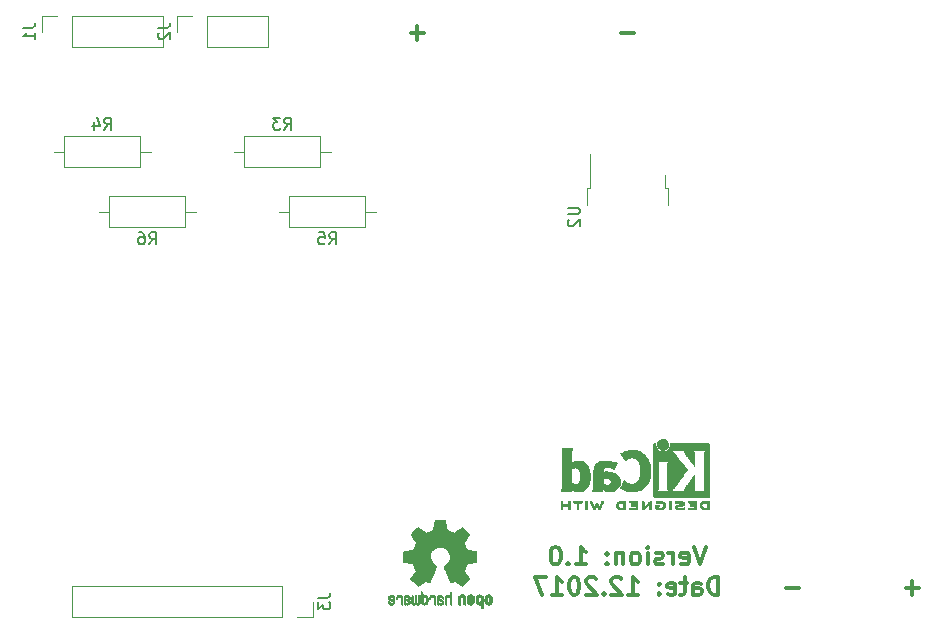
<source format=gbr>
%TF.GenerationSoftware,KiCad,Pcbnew,4.0.7*%
%TF.CreationDate,2017-12-18T22:12:30+01:00*%
%TF.ProjectId,LED,4C45442E6B696361645F706362000000,rev?*%
%TF.FileFunction,Legend,Bot*%
%FSLAX46Y46*%
G04 Gerber Fmt 4.6, Leading zero omitted, Abs format (unit mm)*
G04 Created by KiCad (PCBNEW 4.0.7) date Mon Dec 18 22:12:30 2017*
%MOMM*%
%LPD*%
G01*
G04 APERTURE LIST*
%ADD10C,0.100000*%
%ADD11C,0.300000*%
%ADD12C,0.120000*%
%ADD13C,0.010000*%
%ADD14C,0.150000*%
G04 APERTURE END LIST*
D10*
D11*
X174561428Y-114407143D02*
X173418571Y-114407143D01*
X173990000Y-114978571D02*
X173990000Y-113835714D01*
X164401428Y-114407143D02*
X163258571Y-114407143D01*
X150431428Y-67417143D02*
X149288571Y-67417143D01*
X132651428Y-67417143D02*
X131508571Y-67417143D01*
X132080000Y-67988571D02*
X132080000Y-66845714D01*
X156502857Y-110933571D02*
X156002857Y-112433571D01*
X155502857Y-110933571D01*
X154431429Y-112362143D02*
X154574286Y-112433571D01*
X154860000Y-112433571D01*
X155002857Y-112362143D01*
X155074286Y-112219286D01*
X155074286Y-111647857D01*
X155002857Y-111505000D01*
X154860000Y-111433571D01*
X154574286Y-111433571D01*
X154431429Y-111505000D01*
X154360000Y-111647857D01*
X154360000Y-111790714D01*
X155074286Y-111933571D01*
X153717143Y-112433571D02*
X153717143Y-111433571D01*
X153717143Y-111719286D02*
X153645715Y-111576429D01*
X153574286Y-111505000D01*
X153431429Y-111433571D01*
X153288572Y-111433571D01*
X152860001Y-112362143D02*
X152717144Y-112433571D01*
X152431429Y-112433571D01*
X152288572Y-112362143D01*
X152217144Y-112219286D01*
X152217144Y-112147857D01*
X152288572Y-112005000D01*
X152431429Y-111933571D01*
X152645715Y-111933571D01*
X152788572Y-111862143D01*
X152860001Y-111719286D01*
X152860001Y-111647857D01*
X152788572Y-111505000D01*
X152645715Y-111433571D01*
X152431429Y-111433571D01*
X152288572Y-111505000D01*
X151574286Y-112433571D02*
X151574286Y-111433571D01*
X151574286Y-110933571D02*
X151645715Y-111005000D01*
X151574286Y-111076429D01*
X151502858Y-111005000D01*
X151574286Y-110933571D01*
X151574286Y-111076429D01*
X150645714Y-112433571D02*
X150788572Y-112362143D01*
X150860000Y-112290714D01*
X150931429Y-112147857D01*
X150931429Y-111719286D01*
X150860000Y-111576429D01*
X150788572Y-111505000D01*
X150645714Y-111433571D01*
X150431429Y-111433571D01*
X150288572Y-111505000D01*
X150217143Y-111576429D01*
X150145714Y-111719286D01*
X150145714Y-112147857D01*
X150217143Y-112290714D01*
X150288572Y-112362143D01*
X150431429Y-112433571D01*
X150645714Y-112433571D01*
X149502857Y-111433571D02*
X149502857Y-112433571D01*
X149502857Y-111576429D02*
X149431429Y-111505000D01*
X149288571Y-111433571D01*
X149074286Y-111433571D01*
X148931429Y-111505000D01*
X148860000Y-111647857D01*
X148860000Y-112433571D01*
X148145714Y-112290714D02*
X148074286Y-112362143D01*
X148145714Y-112433571D01*
X148217143Y-112362143D01*
X148145714Y-112290714D01*
X148145714Y-112433571D01*
X148145714Y-111505000D02*
X148074286Y-111576429D01*
X148145714Y-111647857D01*
X148217143Y-111576429D01*
X148145714Y-111505000D01*
X148145714Y-111647857D01*
X145502857Y-112433571D02*
X146360000Y-112433571D01*
X145931428Y-112433571D02*
X145931428Y-110933571D01*
X146074285Y-111147857D01*
X146217143Y-111290714D01*
X146360000Y-111362143D01*
X144860000Y-112290714D02*
X144788572Y-112362143D01*
X144860000Y-112433571D01*
X144931429Y-112362143D01*
X144860000Y-112290714D01*
X144860000Y-112433571D01*
X143860000Y-110933571D02*
X143717143Y-110933571D01*
X143574286Y-111005000D01*
X143502857Y-111076429D01*
X143431428Y-111219286D01*
X143360000Y-111505000D01*
X143360000Y-111862143D01*
X143431428Y-112147857D01*
X143502857Y-112290714D01*
X143574286Y-112362143D01*
X143717143Y-112433571D01*
X143860000Y-112433571D01*
X144002857Y-112362143D01*
X144074286Y-112290714D01*
X144145714Y-112147857D01*
X144217143Y-111862143D01*
X144217143Y-111505000D01*
X144145714Y-111219286D01*
X144074286Y-111076429D01*
X144002857Y-111005000D01*
X143860000Y-110933571D01*
X157574284Y-114983571D02*
X157574284Y-113483571D01*
X157217141Y-113483571D01*
X157002856Y-113555000D01*
X156859998Y-113697857D01*
X156788570Y-113840714D01*
X156717141Y-114126429D01*
X156717141Y-114340714D01*
X156788570Y-114626429D01*
X156859998Y-114769286D01*
X157002856Y-114912143D01*
X157217141Y-114983571D01*
X157574284Y-114983571D01*
X155431427Y-114983571D02*
X155431427Y-114197857D01*
X155502856Y-114055000D01*
X155645713Y-113983571D01*
X155931427Y-113983571D01*
X156074284Y-114055000D01*
X155431427Y-114912143D02*
X155574284Y-114983571D01*
X155931427Y-114983571D01*
X156074284Y-114912143D01*
X156145713Y-114769286D01*
X156145713Y-114626429D01*
X156074284Y-114483571D01*
X155931427Y-114412143D01*
X155574284Y-114412143D01*
X155431427Y-114340714D01*
X154931427Y-113983571D02*
X154359998Y-113983571D01*
X154717141Y-113483571D02*
X154717141Y-114769286D01*
X154645713Y-114912143D01*
X154502855Y-114983571D01*
X154359998Y-114983571D01*
X153288570Y-114912143D02*
X153431427Y-114983571D01*
X153717141Y-114983571D01*
X153859998Y-114912143D01*
X153931427Y-114769286D01*
X153931427Y-114197857D01*
X153859998Y-114055000D01*
X153717141Y-113983571D01*
X153431427Y-113983571D01*
X153288570Y-114055000D01*
X153217141Y-114197857D01*
X153217141Y-114340714D01*
X153931427Y-114483571D01*
X152574284Y-114840714D02*
X152502856Y-114912143D01*
X152574284Y-114983571D01*
X152645713Y-114912143D01*
X152574284Y-114840714D01*
X152574284Y-114983571D01*
X152574284Y-114055000D02*
X152502856Y-114126429D01*
X152574284Y-114197857D01*
X152645713Y-114126429D01*
X152574284Y-114055000D01*
X152574284Y-114197857D01*
X149931427Y-114983571D02*
X150788570Y-114983571D01*
X150359998Y-114983571D02*
X150359998Y-113483571D01*
X150502855Y-113697857D01*
X150645713Y-113840714D01*
X150788570Y-113912143D01*
X149359999Y-113626429D02*
X149288570Y-113555000D01*
X149145713Y-113483571D01*
X148788570Y-113483571D01*
X148645713Y-113555000D01*
X148574284Y-113626429D01*
X148502856Y-113769286D01*
X148502856Y-113912143D01*
X148574284Y-114126429D01*
X149431427Y-114983571D01*
X148502856Y-114983571D01*
X147859999Y-114840714D02*
X147788571Y-114912143D01*
X147859999Y-114983571D01*
X147931428Y-114912143D01*
X147859999Y-114840714D01*
X147859999Y-114983571D01*
X147217142Y-113626429D02*
X147145713Y-113555000D01*
X147002856Y-113483571D01*
X146645713Y-113483571D01*
X146502856Y-113555000D01*
X146431427Y-113626429D01*
X146359999Y-113769286D01*
X146359999Y-113912143D01*
X146431427Y-114126429D01*
X147288570Y-114983571D01*
X146359999Y-114983571D01*
X145431428Y-113483571D02*
X145288571Y-113483571D01*
X145145714Y-113555000D01*
X145074285Y-113626429D01*
X145002856Y-113769286D01*
X144931428Y-114055000D01*
X144931428Y-114412143D01*
X145002856Y-114697857D01*
X145074285Y-114840714D01*
X145145714Y-114912143D01*
X145288571Y-114983571D01*
X145431428Y-114983571D01*
X145574285Y-114912143D01*
X145645714Y-114840714D01*
X145717142Y-114697857D01*
X145788571Y-114412143D01*
X145788571Y-114055000D01*
X145717142Y-113769286D01*
X145645714Y-113626429D01*
X145574285Y-113555000D01*
X145431428Y-113483571D01*
X143502857Y-114983571D02*
X144360000Y-114983571D01*
X143931428Y-114983571D02*
X143931428Y-113483571D01*
X144074285Y-113697857D01*
X144217143Y-113840714D01*
X144360000Y-113912143D01*
X143002857Y-113483571D02*
X142002857Y-113483571D01*
X142645714Y-114983571D01*
D12*
X102870000Y-65980000D02*
X110550000Y-65980000D01*
X110550000Y-65980000D02*
X110550000Y-68640000D01*
X110550000Y-68640000D02*
X102870000Y-68640000D01*
X102870000Y-68640000D02*
X102870000Y-65980000D01*
X101600000Y-65980000D02*
X100270000Y-65980000D01*
X100270000Y-65980000D02*
X100270000Y-67310000D01*
X114300000Y-65980000D02*
X119440000Y-65980000D01*
X119440000Y-65980000D02*
X119440000Y-68640000D01*
X119440000Y-68640000D02*
X114300000Y-68640000D01*
X114300000Y-68640000D02*
X114300000Y-65980000D01*
X113030000Y-65980000D02*
X111700000Y-65980000D01*
X111700000Y-65980000D02*
X111700000Y-67310000D01*
X120650000Y-116900000D02*
X102810000Y-116900000D01*
X102810000Y-116900000D02*
X102810000Y-114240000D01*
X102810000Y-114240000D02*
X120650000Y-114240000D01*
X120650000Y-114240000D02*
X120650000Y-116900000D01*
X121920000Y-116900000D02*
X123250000Y-116900000D01*
X123250000Y-116900000D02*
X123250000Y-115570000D01*
X123860000Y-76160000D02*
X123860000Y-78780000D01*
X123860000Y-78780000D02*
X117440000Y-78780000D01*
X117440000Y-78780000D02*
X117440000Y-76160000D01*
X117440000Y-76160000D02*
X123860000Y-76160000D01*
X124750000Y-77470000D02*
X123860000Y-77470000D01*
X116550000Y-77470000D02*
X117440000Y-77470000D01*
X108620000Y-76160000D02*
X108620000Y-78780000D01*
X108620000Y-78780000D02*
X102200000Y-78780000D01*
X102200000Y-78780000D02*
X102200000Y-76160000D01*
X102200000Y-76160000D02*
X108620000Y-76160000D01*
X109510000Y-77470000D02*
X108620000Y-77470000D01*
X101310000Y-77470000D02*
X102200000Y-77470000D01*
X121250000Y-83860000D02*
X121250000Y-81240000D01*
X121250000Y-81240000D02*
X127670000Y-81240000D01*
X127670000Y-81240000D02*
X127670000Y-83860000D01*
X127670000Y-83860000D02*
X121250000Y-83860000D01*
X120360000Y-82550000D02*
X121250000Y-82550000D01*
X128560000Y-82550000D02*
X127670000Y-82550000D01*
X106010000Y-83860000D02*
X106010000Y-81240000D01*
X106010000Y-81240000D02*
X112430000Y-81240000D01*
X112430000Y-81240000D02*
X112430000Y-83860000D01*
X112430000Y-83860000D02*
X106010000Y-83860000D01*
X105120000Y-82550000D02*
X106010000Y-82550000D01*
X113320000Y-82550000D02*
X112430000Y-82550000D01*
X146410000Y-82020000D02*
X146410000Y-80520000D01*
X146410000Y-80520000D02*
X146680000Y-80520000D01*
X146680000Y-80520000D02*
X146680000Y-77690000D01*
X153310000Y-82020000D02*
X153310000Y-80520000D01*
X153310000Y-80520000D02*
X153040000Y-80520000D01*
X153040000Y-80520000D02*
X153040000Y-79420000D01*
D13*
G36*
X156616371Y-107044066D02*
X156576889Y-107044467D01*
X156461200Y-107047259D01*
X156364311Y-107055550D01*
X156282919Y-107070232D01*
X156213723Y-107092193D01*
X156153420Y-107122322D01*
X156098708Y-107161510D01*
X156079167Y-107178532D01*
X156046750Y-107218363D01*
X156017520Y-107272413D01*
X155994991Y-107332323D01*
X155982679Y-107389739D01*
X155981400Y-107410956D01*
X155989417Y-107469769D01*
X156010899Y-107534013D01*
X156041999Y-107594821D01*
X156078866Y-107643330D01*
X156084854Y-107649182D01*
X156135579Y-107690321D01*
X156191125Y-107722435D01*
X156254696Y-107746365D01*
X156329494Y-107762953D01*
X156418722Y-107773041D01*
X156525582Y-107777469D01*
X156574528Y-107777845D01*
X156636762Y-107777545D01*
X156680528Y-107776292D01*
X156709931Y-107773554D01*
X156729079Y-107768801D01*
X156742077Y-107761501D01*
X156749045Y-107755267D01*
X156755626Y-107747694D01*
X156760788Y-107737924D01*
X156764703Y-107723340D01*
X156767543Y-107701326D01*
X156769480Y-107669264D01*
X156770684Y-107624536D01*
X156771328Y-107564526D01*
X156771583Y-107486617D01*
X156771622Y-107410956D01*
X156771870Y-107310041D01*
X156771817Y-107229427D01*
X156770857Y-107190822D01*
X156624867Y-107190822D01*
X156624867Y-107631089D01*
X156531734Y-107631004D01*
X156475693Y-107629396D01*
X156416999Y-107625256D01*
X156368028Y-107619464D01*
X156366538Y-107619226D01*
X156287392Y-107600090D01*
X156226002Y-107570287D01*
X156179305Y-107527878D01*
X156149635Y-107481961D01*
X156131353Y-107431026D01*
X156132771Y-107383200D01*
X156153988Y-107331933D01*
X156195489Y-107278899D01*
X156252998Y-107239600D01*
X156327750Y-107213331D01*
X156377708Y-107204035D01*
X156434416Y-107197507D01*
X156494519Y-107192782D01*
X156545639Y-107190817D01*
X156548667Y-107190808D01*
X156624867Y-107190822D01*
X156770857Y-107190822D01*
X156770260Y-107166851D01*
X156765998Y-107120055D01*
X156757830Y-107086778D01*
X156744556Y-107064759D01*
X156724974Y-107051739D01*
X156697883Y-107045457D01*
X156662082Y-107043653D01*
X156616371Y-107044066D01*
X156616371Y-107044066D01*
G37*
X156616371Y-107044066D02*
X156576889Y-107044467D01*
X156461200Y-107047259D01*
X156364311Y-107055550D01*
X156282919Y-107070232D01*
X156213723Y-107092193D01*
X156153420Y-107122322D01*
X156098708Y-107161510D01*
X156079167Y-107178532D01*
X156046750Y-107218363D01*
X156017520Y-107272413D01*
X155994991Y-107332323D01*
X155982679Y-107389739D01*
X155981400Y-107410956D01*
X155989417Y-107469769D01*
X156010899Y-107534013D01*
X156041999Y-107594821D01*
X156078866Y-107643330D01*
X156084854Y-107649182D01*
X156135579Y-107690321D01*
X156191125Y-107722435D01*
X156254696Y-107746365D01*
X156329494Y-107762953D01*
X156418722Y-107773041D01*
X156525582Y-107777469D01*
X156574528Y-107777845D01*
X156636762Y-107777545D01*
X156680528Y-107776292D01*
X156709931Y-107773554D01*
X156729079Y-107768801D01*
X156742077Y-107761501D01*
X156749045Y-107755267D01*
X156755626Y-107747694D01*
X156760788Y-107737924D01*
X156764703Y-107723340D01*
X156767543Y-107701326D01*
X156769480Y-107669264D01*
X156770684Y-107624536D01*
X156771328Y-107564526D01*
X156771583Y-107486617D01*
X156771622Y-107410956D01*
X156771870Y-107310041D01*
X156771817Y-107229427D01*
X156770857Y-107190822D01*
X156624867Y-107190822D01*
X156624867Y-107631089D01*
X156531734Y-107631004D01*
X156475693Y-107629396D01*
X156416999Y-107625256D01*
X156368028Y-107619464D01*
X156366538Y-107619226D01*
X156287392Y-107600090D01*
X156226002Y-107570287D01*
X156179305Y-107527878D01*
X156149635Y-107481961D01*
X156131353Y-107431026D01*
X156132771Y-107383200D01*
X156153988Y-107331933D01*
X156195489Y-107278899D01*
X156252998Y-107239600D01*
X156327750Y-107213331D01*
X156377708Y-107204035D01*
X156434416Y-107197507D01*
X156494519Y-107192782D01*
X156545639Y-107190817D01*
X156548667Y-107190808D01*
X156624867Y-107190822D01*
X156770857Y-107190822D01*
X156770260Y-107166851D01*
X156765998Y-107120055D01*
X156757830Y-107086778D01*
X156744556Y-107064759D01*
X156724974Y-107051739D01*
X156697883Y-107045457D01*
X156662082Y-107043653D01*
X156616371Y-107044066D01*
G36*
X155207794Y-107044146D02*
X155138386Y-107044518D01*
X155085997Y-107045385D01*
X155047847Y-107046946D01*
X155021159Y-107049403D01*
X155003153Y-107052957D01*
X154991049Y-107057810D01*
X154982069Y-107064161D01*
X154978818Y-107067084D01*
X154959043Y-107098142D01*
X154955482Y-107133828D01*
X154968491Y-107165510D01*
X154974506Y-107171913D01*
X154984235Y-107178121D01*
X154999901Y-107182910D01*
X155024408Y-107186514D01*
X155060661Y-107189164D01*
X155111565Y-107191095D01*
X155180026Y-107192539D01*
X155242617Y-107193418D01*
X155490334Y-107196467D01*
X155493719Y-107261378D01*
X155497105Y-107326289D01*
X155328958Y-107326289D01*
X155255959Y-107326919D01*
X155202517Y-107329553D01*
X155165628Y-107335309D01*
X155142288Y-107345304D01*
X155129494Y-107360656D01*
X155124242Y-107382482D01*
X155123445Y-107402738D01*
X155125923Y-107427592D01*
X155135277Y-107445906D01*
X155154383Y-107458637D01*
X155186118Y-107466741D01*
X155233359Y-107471176D01*
X155298983Y-107472899D01*
X155334801Y-107473045D01*
X155495978Y-107473045D01*
X155495978Y-107631089D01*
X155247622Y-107631089D01*
X155166213Y-107631202D01*
X155104342Y-107631712D01*
X155058968Y-107632870D01*
X155027054Y-107634930D01*
X155005559Y-107638146D01*
X154991443Y-107642772D01*
X154981668Y-107649059D01*
X154976689Y-107653667D01*
X154959610Y-107680560D01*
X154954111Y-107704467D01*
X154961963Y-107733667D01*
X154976689Y-107755267D01*
X154984546Y-107762066D01*
X154994688Y-107767346D01*
X155009844Y-107771298D01*
X155032741Y-107774113D01*
X155066109Y-107775982D01*
X155112675Y-107777098D01*
X155175167Y-107777651D01*
X155256314Y-107777833D01*
X155298422Y-107777845D01*
X155388598Y-107777765D01*
X155458924Y-107777398D01*
X155512129Y-107776552D01*
X155550940Y-107775036D01*
X155578087Y-107772659D01*
X155596298Y-107769229D01*
X155608300Y-107764554D01*
X155616822Y-107758444D01*
X155620156Y-107755267D01*
X155626755Y-107747670D01*
X155631927Y-107737870D01*
X155635846Y-107723239D01*
X155638684Y-107701152D01*
X155640615Y-107668982D01*
X155641812Y-107624103D01*
X155642448Y-107563889D01*
X155642697Y-107485713D01*
X155642734Y-107412923D01*
X155642700Y-107319707D01*
X155642465Y-107246431D01*
X155641830Y-107190458D01*
X155640594Y-107149151D01*
X155638556Y-107119872D01*
X155635517Y-107099984D01*
X155631277Y-107086850D01*
X155625635Y-107077832D01*
X155618391Y-107070293D01*
X155616606Y-107068612D01*
X155607945Y-107061172D01*
X155597882Y-107055409D01*
X155583625Y-107051112D01*
X155562383Y-107048064D01*
X155531364Y-107046051D01*
X155487777Y-107044860D01*
X155428831Y-107044275D01*
X155351734Y-107044083D01*
X155297001Y-107044067D01*
X155207794Y-107044146D01*
X155207794Y-107044146D01*
G37*
X155207794Y-107044146D02*
X155138386Y-107044518D01*
X155085997Y-107045385D01*
X155047847Y-107046946D01*
X155021159Y-107049403D01*
X155003153Y-107052957D01*
X154991049Y-107057810D01*
X154982069Y-107064161D01*
X154978818Y-107067084D01*
X154959043Y-107098142D01*
X154955482Y-107133828D01*
X154968491Y-107165510D01*
X154974506Y-107171913D01*
X154984235Y-107178121D01*
X154999901Y-107182910D01*
X155024408Y-107186514D01*
X155060661Y-107189164D01*
X155111565Y-107191095D01*
X155180026Y-107192539D01*
X155242617Y-107193418D01*
X155490334Y-107196467D01*
X155493719Y-107261378D01*
X155497105Y-107326289D01*
X155328958Y-107326289D01*
X155255959Y-107326919D01*
X155202517Y-107329553D01*
X155165628Y-107335309D01*
X155142288Y-107345304D01*
X155129494Y-107360656D01*
X155124242Y-107382482D01*
X155123445Y-107402738D01*
X155125923Y-107427592D01*
X155135277Y-107445906D01*
X155154383Y-107458637D01*
X155186118Y-107466741D01*
X155233359Y-107471176D01*
X155298983Y-107472899D01*
X155334801Y-107473045D01*
X155495978Y-107473045D01*
X155495978Y-107631089D01*
X155247622Y-107631089D01*
X155166213Y-107631202D01*
X155104342Y-107631712D01*
X155058968Y-107632870D01*
X155027054Y-107634930D01*
X155005559Y-107638146D01*
X154991443Y-107642772D01*
X154981668Y-107649059D01*
X154976689Y-107653667D01*
X154959610Y-107680560D01*
X154954111Y-107704467D01*
X154961963Y-107733667D01*
X154976689Y-107755267D01*
X154984546Y-107762066D01*
X154994688Y-107767346D01*
X155009844Y-107771298D01*
X155032741Y-107774113D01*
X155066109Y-107775982D01*
X155112675Y-107777098D01*
X155175167Y-107777651D01*
X155256314Y-107777833D01*
X155298422Y-107777845D01*
X155388598Y-107777765D01*
X155458924Y-107777398D01*
X155512129Y-107776552D01*
X155550940Y-107775036D01*
X155578087Y-107772659D01*
X155596298Y-107769229D01*
X155608300Y-107764554D01*
X155616822Y-107758444D01*
X155620156Y-107755267D01*
X155626755Y-107747670D01*
X155631927Y-107737870D01*
X155635846Y-107723239D01*
X155638684Y-107701152D01*
X155640615Y-107668982D01*
X155641812Y-107624103D01*
X155642448Y-107563889D01*
X155642697Y-107485713D01*
X155642734Y-107412923D01*
X155642700Y-107319707D01*
X155642465Y-107246431D01*
X155641830Y-107190458D01*
X155640594Y-107149151D01*
X155638556Y-107119872D01*
X155635517Y-107099984D01*
X155631277Y-107086850D01*
X155625635Y-107077832D01*
X155618391Y-107070293D01*
X155616606Y-107068612D01*
X155607945Y-107061172D01*
X155597882Y-107055409D01*
X155583625Y-107051112D01*
X155562383Y-107048064D01*
X155531364Y-107046051D01*
X155487777Y-107044860D01*
X155428831Y-107044275D01*
X155351734Y-107044083D01*
X155297001Y-107044067D01*
X155207794Y-107044146D01*
G36*
X154186703Y-107045351D02*
X154111888Y-107050581D01*
X154042306Y-107058750D01*
X153982002Y-107069550D01*
X153935020Y-107082673D01*
X153905406Y-107097813D01*
X153900860Y-107102269D01*
X153885054Y-107136850D01*
X153889847Y-107172351D01*
X153914364Y-107202725D01*
X153915534Y-107203596D01*
X153929954Y-107212954D01*
X153945008Y-107217876D01*
X153966005Y-107218473D01*
X153998257Y-107214861D01*
X154047073Y-107207154D01*
X154051000Y-107206505D01*
X154123739Y-107197569D01*
X154202217Y-107193161D01*
X154280927Y-107193119D01*
X154354361Y-107197279D01*
X154417011Y-107205479D01*
X154463370Y-107217557D01*
X154466416Y-107218771D01*
X154500048Y-107237615D01*
X154511864Y-107256685D01*
X154502614Y-107275439D01*
X154473047Y-107293337D01*
X154423911Y-107309837D01*
X154355957Y-107324396D01*
X154310645Y-107331406D01*
X154216456Y-107344889D01*
X154141544Y-107357214D01*
X154082717Y-107369449D01*
X154036785Y-107382661D01*
X154000555Y-107397917D01*
X153970838Y-107416285D01*
X153944442Y-107438831D01*
X153923230Y-107460971D01*
X153898065Y-107491819D01*
X153885681Y-107518345D01*
X153881808Y-107551026D01*
X153881667Y-107562995D01*
X153884576Y-107602712D01*
X153896202Y-107632259D01*
X153916323Y-107658486D01*
X153957216Y-107698576D01*
X154002817Y-107729149D01*
X154056513Y-107751203D01*
X154121692Y-107765735D01*
X154201744Y-107773741D01*
X154300057Y-107776218D01*
X154316289Y-107776177D01*
X154381849Y-107774818D01*
X154446866Y-107771730D01*
X154504252Y-107767356D01*
X154546922Y-107762140D01*
X154550372Y-107761541D01*
X154592796Y-107751491D01*
X154628780Y-107738796D01*
X154649150Y-107727190D01*
X154668107Y-107696572D01*
X154669427Y-107660918D01*
X154653085Y-107629144D01*
X154649429Y-107625551D01*
X154634315Y-107614876D01*
X154615415Y-107610276D01*
X154586162Y-107611059D01*
X154550651Y-107615127D01*
X154510970Y-107618762D01*
X154455345Y-107621828D01*
X154390406Y-107624053D01*
X154322785Y-107625164D01*
X154305000Y-107625237D01*
X154237128Y-107624964D01*
X154187454Y-107623646D01*
X154151610Y-107620827D01*
X154125224Y-107616050D01*
X154103926Y-107608857D01*
X154091126Y-107602867D01*
X154063000Y-107586233D01*
X154045068Y-107571168D01*
X154042447Y-107566897D01*
X154047976Y-107549263D01*
X154074260Y-107532192D01*
X154119478Y-107516458D01*
X154181808Y-107502838D01*
X154200171Y-107499804D01*
X154296090Y-107484738D01*
X154372641Y-107472146D01*
X154432780Y-107461111D01*
X154479460Y-107450720D01*
X154515637Y-107440056D01*
X154544265Y-107428205D01*
X154568298Y-107414251D01*
X154590692Y-107397281D01*
X154614402Y-107376378D01*
X154622380Y-107369049D01*
X154650353Y-107341699D01*
X154665160Y-107320029D01*
X154670952Y-107295232D01*
X154671889Y-107263983D01*
X154661575Y-107202705D01*
X154630752Y-107150640D01*
X154579595Y-107107958D01*
X154508283Y-107074825D01*
X154457400Y-107059964D01*
X154402100Y-107050366D01*
X154335853Y-107044936D01*
X154262706Y-107043367D01*
X154186703Y-107045351D01*
X154186703Y-107045351D01*
G37*
X154186703Y-107045351D02*
X154111888Y-107050581D01*
X154042306Y-107058750D01*
X153982002Y-107069550D01*
X153935020Y-107082673D01*
X153905406Y-107097813D01*
X153900860Y-107102269D01*
X153885054Y-107136850D01*
X153889847Y-107172351D01*
X153914364Y-107202725D01*
X153915534Y-107203596D01*
X153929954Y-107212954D01*
X153945008Y-107217876D01*
X153966005Y-107218473D01*
X153998257Y-107214861D01*
X154047073Y-107207154D01*
X154051000Y-107206505D01*
X154123739Y-107197569D01*
X154202217Y-107193161D01*
X154280927Y-107193119D01*
X154354361Y-107197279D01*
X154417011Y-107205479D01*
X154463370Y-107217557D01*
X154466416Y-107218771D01*
X154500048Y-107237615D01*
X154511864Y-107256685D01*
X154502614Y-107275439D01*
X154473047Y-107293337D01*
X154423911Y-107309837D01*
X154355957Y-107324396D01*
X154310645Y-107331406D01*
X154216456Y-107344889D01*
X154141544Y-107357214D01*
X154082717Y-107369449D01*
X154036785Y-107382661D01*
X154000555Y-107397917D01*
X153970838Y-107416285D01*
X153944442Y-107438831D01*
X153923230Y-107460971D01*
X153898065Y-107491819D01*
X153885681Y-107518345D01*
X153881808Y-107551026D01*
X153881667Y-107562995D01*
X153884576Y-107602712D01*
X153896202Y-107632259D01*
X153916323Y-107658486D01*
X153957216Y-107698576D01*
X154002817Y-107729149D01*
X154056513Y-107751203D01*
X154121692Y-107765735D01*
X154201744Y-107773741D01*
X154300057Y-107776218D01*
X154316289Y-107776177D01*
X154381849Y-107774818D01*
X154446866Y-107771730D01*
X154504252Y-107767356D01*
X154546922Y-107762140D01*
X154550372Y-107761541D01*
X154592796Y-107751491D01*
X154628780Y-107738796D01*
X154649150Y-107727190D01*
X154668107Y-107696572D01*
X154669427Y-107660918D01*
X154653085Y-107629144D01*
X154649429Y-107625551D01*
X154634315Y-107614876D01*
X154615415Y-107610276D01*
X154586162Y-107611059D01*
X154550651Y-107615127D01*
X154510970Y-107618762D01*
X154455345Y-107621828D01*
X154390406Y-107624053D01*
X154322785Y-107625164D01*
X154305000Y-107625237D01*
X154237128Y-107624964D01*
X154187454Y-107623646D01*
X154151610Y-107620827D01*
X154125224Y-107616050D01*
X154103926Y-107608857D01*
X154091126Y-107602867D01*
X154063000Y-107586233D01*
X154045068Y-107571168D01*
X154042447Y-107566897D01*
X154047976Y-107549263D01*
X154074260Y-107532192D01*
X154119478Y-107516458D01*
X154181808Y-107502838D01*
X154200171Y-107499804D01*
X154296090Y-107484738D01*
X154372641Y-107472146D01*
X154432780Y-107461111D01*
X154479460Y-107450720D01*
X154515637Y-107440056D01*
X154544265Y-107428205D01*
X154568298Y-107414251D01*
X154590692Y-107397281D01*
X154614402Y-107376378D01*
X154622380Y-107369049D01*
X154650353Y-107341699D01*
X154665160Y-107320029D01*
X154670952Y-107295232D01*
X154671889Y-107263983D01*
X154661575Y-107202705D01*
X154630752Y-107150640D01*
X154579595Y-107107958D01*
X154508283Y-107074825D01*
X154457400Y-107059964D01*
X154402100Y-107050366D01*
X154335853Y-107044936D01*
X154262706Y-107043367D01*
X154186703Y-107045351D01*
G36*
X153418822Y-107066645D02*
X153412242Y-107074218D01*
X153407079Y-107083987D01*
X153403164Y-107098571D01*
X153400324Y-107120585D01*
X153398387Y-107152648D01*
X153397183Y-107197375D01*
X153396539Y-107257385D01*
X153396284Y-107335294D01*
X153396245Y-107410956D01*
X153396314Y-107504802D01*
X153396638Y-107578689D01*
X153397386Y-107635232D01*
X153398732Y-107677049D01*
X153400846Y-107706757D01*
X153403900Y-107726973D01*
X153408066Y-107740314D01*
X153413516Y-107749398D01*
X153418822Y-107755267D01*
X153451826Y-107774947D01*
X153486991Y-107773181D01*
X153518455Y-107751717D01*
X153525684Y-107743337D01*
X153531334Y-107733614D01*
X153535599Y-107719861D01*
X153538673Y-107699389D01*
X153540752Y-107669512D01*
X153542030Y-107627541D01*
X153542701Y-107570789D01*
X153542959Y-107496567D01*
X153543000Y-107412537D01*
X153543000Y-107099485D01*
X153515291Y-107071776D01*
X153481137Y-107048463D01*
X153448006Y-107047623D01*
X153418822Y-107066645D01*
X153418822Y-107066645D01*
G37*
X153418822Y-107066645D02*
X153412242Y-107074218D01*
X153407079Y-107083987D01*
X153403164Y-107098571D01*
X153400324Y-107120585D01*
X153398387Y-107152648D01*
X153397183Y-107197375D01*
X153396539Y-107257385D01*
X153396284Y-107335294D01*
X153396245Y-107410956D01*
X153396314Y-107504802D01*
X153396638Y-107578689D01*
X153397386Y-107635232D01*
X153398732Y-107677049D01*
X153400846Y-107706757D01*
X153403900Y-107726973D01*
X153408066Y-107740314D01*
X153413516Y-107749398D01*
X153418822Y-107755267D01*
X153451826Y-107774947D01*
X153486991Y-107773181D01*
X153518455Y-107751717D01*
X153525684Y-107743337D01*
X153531334Y-107733614D01*
X153535599Y-107719861D01*
X153538673Y-107699389D01*
X153540752Y-107669512D01*
X153542030Y-107627541D01*
X153542701Y-107570789D01*
X153542959Y-107496567D01*
X153543000Y-107412537D01*
X153543000Y-107099485D01*
X153515291Y-107071776D01*
X153481137Y-107048463D01*
X153448006Y-107047623D01*
X153418822Y-107066645D01*
G36*
X152445081Y-107049599D02*
X152376565Y-107061095D01*
X152323943Y-107078967D01*
X152289708Y-107102499D01*
X152280379Y-107115924D01*
X152270893Y-107147148D01*
X152277277Y-107175395D01*
X152297430Y-107202182D01*
X152328745Y-107214713D01*
X152374183Y-107213696D01*
X152409326Y-107206906D01*
X152487419Y-107193971D01*
X152567226Y-107192742D01*
X152656555Y-107203241D01*
X152681229Y-107207690D01*
X152764291Y-107231108D01*
X152829273Y-107265945D01*
X152875461Y-107311604D01*
X152902145Y-107367494D01*
X152907663Y-107396388D01*
X152904051Y-107455012D01*
X152880729Y-107506879D01*
X152839824Y-107550978D01*
X152783459Y-107586299D01*
X152713760Y-107611829D01*
X152632852Y-107626559D01*
X152542860Y-107629478D01*
X152445910Y-107619575D01*
X152440436Y-107618641D01*
X152401875Y-107611459D01*
X152380494Y-107604521D01*
X152371227Y-107594227D01*
X152369006Y-107576976D01*
X152368956Y-107567841D01*
X152368956Y-107529489D01*
X152437431Y-107529489D01*
X152497900Y-107525347D01*
X152539165Y-107512147D01*
X152563175Y-107488730D01*
X152571877Y-107453936D01*
X152571983Y-107449394D01*
X152566892Y-107419654D01*
X152549433Y-107398419D01*
X152516939Y-107384366D01*
X152466743Y-107376173D01*
X152418123Y-107373161D01*
X152347456Y-107371433D01*
X152296198Y-107374070D01*
X152261239Y-107383800D01*
X152239470Y-107403353D01*
X152227780Y-107435456D01*
X152223060Y-107482838D01*
X152222200Y-107545071D01*
X152223609Y-107614535D01*
X152227848Y-107661786D01*
X152234936Y-107687012D01*
X152236311Y-107688988D01*
X152275228Y-107720508D01*
X152332286Y-107745470D01*
X152403869Y-107763340D01*
X152486358Y-107773586D01*
X152576139Y-107775673D01*
X152669592Y-107769068D01*
X152724556Y-107760956D01*
X152810766Y-107736554D01*
X152890892Y-107696662D01*
X152957977Y-107644887D01*
X152968173Y-107634539D01*
X153001302Y-107591035D01*
X153031194Y-107537118D01*
X153054357Y-107480592D01*
X153067298Y-107429259D01*
X153068858Y-107409544D01*
X153062218Y-107368419D01*
X153044568Y-107317252D01*
X153019297Y-107263394D01*
X152989789Y-107214195D01*
X152963719Y-107181334D01*
X152902765Y-107132452D01*
X152823969Y-107093545D01*
X152730157Y-107065494D01*
X152624150Y-107049179D01*
X152527000Y-107045192D01*
X152445081Y-107049599D01*
X152445081Y-107049599D01*
G37*
X152445081Y-107049599D02*
X152376565Y-107061095D01*
X152323943Y-107078967D01*
X152289708Y-107102499D01*
X152280379Y-107115924D01*
X152270893Y-107147148D01*
X152277277Y-107175395D01*
X152297430Y-107202182D01*
X152328745Y-107214713D01*
X152374183Y-107213696D01*
X152409326Y-107206906D01*
X152487419Y-107193971D01*
X152567226Y-107192742D01*
X152656555Y-107203241D01*
X152681229Y-107207690D01*
X152764291Y-107231108D01*
X152829273Y-107265945D01*
X152875461Y-107311604D01*
X152902145Y-107367494D01*
X152907663Y-107396388D01*
X152904051Y-107455012D01*
X152880729Y-107506879D01*
X152839824Y-107550978D01*
X152783459Y-107586299D01*
X152713760Y-107611829D01*
X152632852Y-107626559D01*
X152542860Y-107629478D01*
X152445910Y-107619575D01*
X152440436Y-107618641D01*
X152401875Y-107611459D01*
X152380494Y-107604521D01*
X152371227Y-107594227D01*
X152369006Y-107576976D01*
X152368956Y-107567841D01*
X152368956Y-107529489D01*
X152437431Y-107529489D01*
X152497900Y-107525347D01*
X152539165Y-107512147D01*
X152563175Y-107488730D01*
X152571877Y-107453936D01*
X152571983Y-107449394D01*
X152566892Y-107419654D01*
X152549433Y-107398419D01*
X152516939Y-107384366D01*
X152466743Y-107376173D01*
X152418123Y-107373161D01*
X152347456Y-107371433D01*
X152296198Y-107374070D01*
X152261239Y-107383800D01*
X152239470Y-107403353D01*
X152227780Y-107435456D01*
X152223060Y-107482838D01*
X152222200Y-107545071D01*
X152223609Y-107614535D01*
X152227848Y-107661786D01*
X152234936Y-107687012D01*
X152236311Y-107688988D01*
X152275228Y-107720508D01*
X152332286Y-107745470D01*
X152403869Y-107763340D01*
X152486358Y-107773586D01*
X152576139Y-107775673D01*
X152669592Y-107769068D01*
X152724556Y-107760956D01*
X152810766Y-107736554D01*
X152890892Y-107696662D01*
X152957977Y-107644887D01*
X152968173Y-107634539D01*
X153001302Y-107591035D01*
X153031194Y-107537118D01*
X153054357Y-107480592D01*
X153067298Y-107429259D01*
X153068858Y-107409544D01*
X153062218Y-107368419D01*
X153044568Y-107317252D01*
X153019297Y-107263394D01*
X152989789Y-107214195D01*
X152963719Y-107181334D01*
X152902765Y-107132452D01*
X152823969Y-107093545D01*
X152730157Y-107065494D01*
X152624150Y-107049179D01*
X152527000Y-107045192D01*
X152445081Y-107049599D01*
G36*
X151795114Y-107048448D02*
X151771548Y-107062273D01*
X151740735Y-107084881D01*
X151701078Y-107117338D01*
X151650980Y-107160708D01*
X151588843Y-107216058D01*
X151513072Y-107284451D01*
X151426334Y-107363084D01*
X151245711Y-107526878D01*
X151240067Y-107307029D01*
X151238029Y-107231351D01*
X151236063Y-107174994D01*
X151233734Y-107134706D01*
X151230606Y-107107235D01*
X151226245Y-107089329D01*
X151220216Y-107077737D01*
X151212084Y-107069208D01*
X151207772Y-107065623D01*
X151173241Y-107046670D01*
X151140383Y-107049441D01*
X151114318Y-107065633D01*
X151087667Y-107087199D01*
X151084352Y-107402151D01*
X151083435Y-107494779D01*
X151082968Y-107567544D01*
X151083113Y-107623161D01*
X151084032Y-107664342D01*
X151085887Y-107693803D01*
X151088839Y-107714255D01*
X151093050Y-107728413D01*
X151098682Y-107738991D01*
X151104927Y-107747474D01*
X151118439Y-107763207D01*
X151131883Y-107773636D01*
X151147124Y-107777639D01*
X151166026Y-107774094D01*
X151190455Y-107761879D01*
X151222273Y-107739871D01*
X151263348Y-107706949D01*
X151315542Y-107661991D01*
X151380722Y-107603875D01*
X151454556Y-107537099D01*
X151719845Y-107296458D01*
X151725489Y-107515589D01*
X151727531Y-107591128D01*
X151729502Y-107647354D01*
X151731839Y-107687524D01*
X151734981Y-107714896D01*
X151739364Y-107732728D01*
X151745424Y-107744279D01*
X151753600Y-107752807D01*
X151757784Y-107756282D01*
X151794765Y-107775372D01*
X151829708Y-107772493D01*
X151860136Y-107748100D01*
X151867097Y-107738286D01*
X151872523Y-107726826D01*
X151876603Y-107710968D01*
X151879529Y-107687963D01*
X151881492Y-107655062D01*
X151882683Y-107609516D01*
X151883292Y-107548573D01*
X151883511Y-107469486D01*
X151883534Y-107410956D01*
X151883460Y-107319407D01*
X151883113Y-107247687D01*
X151882301Y-107193045D01*
X151880833Y-107152732D01*
X151878519Y-107123998D01*
X151875167Y-107104093D01*
X151870588Y-107090268D01*
X151864589Y-107079772D01*
X151860136Y-107073811D01*
X151848850Y-107059691D01*
X151838301Y-107049029D01*
X151826893Y-107042892D01*
X151813030Y-107042343D01*
X151795114Y-107048448D01*
X151795114Y-107048448D01*
G37*
X151795114Y-107048448D02*
X151771548Y-107062273D01*
X151740735Y-107084881D01*
X151701078Y-107117338D01*
X151650980Y-107160708D01*
X151588843Y-107216058D01*
X151513072Y-107284451D01*
X151426334Y-107363084D01*
X151245711Y-107526878D01*
X151240067Y-107307029D01*
X151238029Y-107231351D01*
X151236063Y-107174994D01*
X151233734Y-107134706D01*
X151230606Y-107107235D01*
X151226245Y-107089329D01*
X151220216Y-107077737D01*
X151212084Y-107069208D01*
X151207772Y-107065623D01*
X151173241Y-107046670D01*
X151140383Y-107049441D01*
X151114318Y-107065633D01*
X151087667Y-107087199D01*
X151084352Y-107402151D01*
X151083435Y-107494779D01*
X151082968Y-107567544D01*
X151083113Y-107623161D01*
X151084032Y-107664342D01*
X151085887Y-107693803D01*
X151088839Y-107714255D01*
X151093050Y-107728413D01*
X151098682Y-107738991D01*
X151104927Y-107747474D01*
X151118439Y-107763207D01*
X151131883Y-107773636D01*
X151147124Y-107777639D01*
X151166026Y-107774094D01*
X151190455Y-107761879D01*
X151222273Y-107739871D01*
X151263348Y-107706949D01*
X151315542Y-107661991D01*
X151380722Y-107603875D01*
X151454556Y-107537099D01*
X151719845Y-107296458D01*
X151725489Y-107515589D01*
X151727531Y-107591128D01*
X151729502Y-107647354D01*
X151731839Y-107687524D01*
X151734981Y-107714896D01*
X151739364Y-107732728D01*
X151745424Y-107744279D01*
X151753600Y-107752807D01*
X151757784Y-107756282D01*
X151794765Y-107775372D01*
X151829708Y-107772493D01*
X151860136Y-107748100D01*
X151867097Y-107738286D01*
X151872523Y-107726826D01*
X151876603Y-107710968D01*
X151879529Y-107687963D01*
X151881492Y-107655062D01*
X151882683Y-107609516D01*
X151883292Y-107548573D01*
X151883511Y-107469486D01*
X151883534Y-107410956D01*
X151883460Y-107319407D01*
X151883113Y-107247687D01*
X151882301Y-107193045D01*
X151880833Y-107152732D01*
X151878519Y-107123998D01*
X151875167Y-107104093D01*
X151870588Y-107090268D01*
X151864589Y-107079772D01*
X151860136Y-107073811D01*
X151848850Y-107059691D01*
X151838301Y-107049029D01*
X151826893Y-107042892D01*
X151813030Y-107042343D01*
X151795114Y-107048448D01*
G36*
X150264657Y-107044260D02*
X150188299Y-107045174D01*
X150129783Y-107047311D01*
X150086745Y-107051175D01*
X150056817Y-107057267D01*
X150037632Y-107066090D01*
X150026824Y-107078146D01*
X150022027Y-107093939D01*
X150020873Y-107113970D01*
X150020867Y-107116335D01*
X150021869Y-107138992D01*
X150026604Y-107156503D01*
X150037667Y-107169574D01*
X150057652Y-107178913D01*
X150089154Y-107185227D01*
X150134768Y-107189222D01*
X150197087Y-107191606D01*
X150278707Y-107193086D01*
X150303723Y-107193414D01*
X150545800Y-107196467D01*
X150549186Y-107261378D01*
X150552571Y-107326289D01*
X150384424Y-107326289D01*
X150318734Y-107326531D01*
X150271828Y-107327556D01*
X150239917Y-107329811D01*
X150219209Y-107333742D01*
X150205916Y-107339798D01*
X150196245Y-107348424D01*
X150196183Y-107348493D01*
X150178644Y-107382112D01*
X150179278Y-107418448D01*
X150197686Y-107449423D01*
X150201329Y-107452607D01*
X150214259Y-107460812D01*
X150231976Y-107466521D01*
X150258430Y-107470162D01*
X150297568Y-107472167D01*
X150353338Y-107472964D01*
X150389006Y-107473045D01*
X150551445Y-107473045D01*
X150551445Y-107631089D01*
X150304839Y-107631089D01*
X150223420Y-107631231D01*
X150161590Y-107631814D01*
X150116363Y-107633068D01*
X150084752Y-107635227D01*
X150063769Y-107638523D01*
X150050427Y-107643189D01*
X150041739Y-107649457D01*
X150039550Y-107651733D01*
X150023386Y-107683280D01*
X150022203Y-107719168D01*
X150035464Y-107750285D01*
X150045957Y-107760271D01*
X150056871Y-107765769D01*
X150073783Y-107770022D01*
X150099367Y-107773180D01*
X150136299Y-107775392D01*
X150187254Y-107776806D01*
X150254906Y-107777572D01*
X150341931Y-107777838D01*
X150361606Y-107777845D01*
X150450089Y-107777787D01*
X150518773Y-107777467D01*
X150570436Y-107776667D01*
X150607855Y-107775167D01*
X150633810Y-107772749D01*
X150651078Y-107769194D01*
X150662438Y-107764282D01*
X150670668Y-107757795D01*
X150675183Y-107753138D01*
X150681979Y-107744889D01*
X150687288Y-107734669D01*
X150691294Y-107719800D01*
X150694179Y-107697602D01*
X150696126Y-107665393D01*
X150697319Y-107620496D01*
X150697939Y-107560228D01*
X150698171Y-107481911D01*
X150698200Y-107415994D01*
X150698129Y-107323628D01*
X150697792Y-107251117D01*
X150697002Y-107195737D01*
X150695574Y-107154765D01*
X150693321Y-107125478D01*
X150690057Y-107105153D01*
X150685596Y-107091066D01*
X150679752Y-107080495D01*
X150674803Y-107073811D01*
X150651406Y-107044067D01*
X150361226Y-107044067D01*
X150264657Y-107044260D01*
X150264657Y-107044260D01*
G37*
X150264657Y-107044260D02*
X150188299Y-107045174D01*
X150129783Y-107047311D01*
X150086745Y-107051175D01*
X150056817Y-107057267D01*
X150037632Y-107066090D01*
X150026824Y-107078146D01*
X150022027Y-107093939D01*
X150020873Y-107113970D01*
X150020867Y-107116335D01*
X150021869Y-107138992D01*
X150026604Y-107156503D01*
X150037667Y-107169574D01*
X150057652Y-107178913D01*
X150089154Y-107185227D01*
X150134768Y-107189222D01*
X150197087Y-107191606D01*
X150278707Y-107193086D01*
X150303723Y-107193414D01*
X150545800Y-107196467D01*
X150549186Y-107261378D01*
X150552571Y-107326289D01*
X150384424Y-107326289D01*
X150318734Y-107326531D01*
X150271828Y-107327556D01*
X150239917Y-107329811D01*
X150219209Y-107333742D01*
X150205916Y-107339798D01*
X150196245Y-107348424D01*
X150196183Y-107348493D01*
X150178644Y-107382112D01*
X150179278Y-107418448D01*
X150197686Y-107449423D01*
X150201329Y-107452607D01*
X150214259Y-107460812D01*
X150231976Y-107466521D01*
X150258430Y-107470162D01*
X150297568Y-107472167D01*
X150353338Y-107472964D01*
X150389006Y-107473045D01*
X150551445Y-107473045D01*
X150551445Y-107631089D01*
X150304839Y-107631089D01*
X150223420Y-107631231D01*
X150161590Y-107631814D01*
X150116363Y-107633068D01*
X150084752Y-107635227D01*
X150063769Y-107638523D01*
X150050427Y-107643189D01*
X150041739Y-107649457D01*
X150039550Y-107651733D01*
X150023386Y-107683280D01*
X150022203Y-107719168D01*
X150035464Y-107750285D01*
X150045957Y-107760271D01*
X150056871Y-107765769D01*
X150073783Y-107770022D01*
X150099367Y-107773180D01*
X150136299Y-107775392D01*
X150187254Y-107776806D01*
X150254906Y-107777572D01*
X150341931Y-107777838D01*
X150361606Y-107777845D01*
X150450089Y-107777787D01*
X150518773Y-107777467D01*
X150570436Y-107776667D01*
X150607855Y-107775167D01*
X150633810Y-107772749D01*
X150651078Y-107769194D01*
X150662438Y-107764282D01*
X150670668Y-107757795D01*
X150675183Y-107753138D01*
X150681979Y-107744889D01*
X150687288Y-107734669D01*
X150691294Y-107719800D01*
X150694179Y-107697602D01*
X150696126Y-107665393D01*
X150697319Y-107620496D01*
X150697939Y-107560228D01*
X150698171Y-107481911D01*
X150698200Y-107415994D01*
X150698129Y-107323628D01*
X150697792Y-107251117D01*
X150697002Y-107195737D01*
X150695574Y-107154765D01*
X150693321Y-107125478D01*
X150690057Y-107105153D01*
X150685596Y-107091066D01*
X150679752Y-107080495D01*
X150674803Y-107073811D01*
X150651406Y-107044067D01*
X150361226Y-107044067D01*
X150264657Y-107044260D01*
G36*
X149476691Y-107044275D02*
X149347712Y-107048636D01*
X149238009Y-107061861D01*
X149145774Y-107084741D01*
X149069198Y-107118070D01*
X149006473Y-107162638D01*
X148955788Y-107219236D01*
X148915337Y-107288658D01*
X148914541Y-107290351D01*
X148890399Y-107352483D01*
X148881797Y-107407509D01*
X148888769Y-107462887D01*
X148911346Y-107526073D01*
X148915628Y-107535689D01*
X148944828Y-107591966D01*
X148977644Y-107635451D01*
X149019998Y-107672417D01*
X149077810Y-107709135D01*
X149081169Y-107711052D01*
X149131496Y-107735227D01*
X149188379Y-107753282D01*
X149255473Y-107765839D01*
X149336435Y-107773522D01*
X149434918Y-107776953D01*
X149469714Y-107777251D01*
X149635406Y-107777845D01*
X149658803Y-107748100D01*
X149665743Y-107738319D01*
X149671158Y-107726897D01*
X149675235Y-107711095D01*
X149678163Y-107688175D01*
X149680133Y-107655396D01*
X149680775Y-107631089D01*
X149524156Y-107631089D01*
X149430274Y-107631089D01*
X149375336Y-107629483D01*
X149318940Y-107625255D01*
X149272655Y-107619292D01*
X149269861Y-107618790D01*
X149187652Y-107596736D01*
X149123886Y-107563600D01*
X149076548Y-107517847D01*
X149043618Y-107457939D01*
X149037892Y-107442061D01*
X149032279Y-107417333D01*
X149034709Y-107392902D01*
X149046533Y-107360400D01*
X149053660Y-107344434D01*
X149077000Y-107302006D01*
X149105120Y-107272240D01*
X149136060Y-107251511D01*
X149198034Y-107224537D01*
X149277349Y-107204998D01*
X149369747Y-107193746D01*
X149436667Y-107191270D01*
X149524156Y-107190822D01*
X149524156Y-107631089D01*
X149680775Y-107631089D01*
X149681332Y-107610021D01*
X149681950Y-107549311D01*
X149682175Y-107470526D01*
X149682200Y-107408920D01*
X149682200Y-107099485D01*
X149654491Y-107071776D01*
X149642194Y-107060544D01*
X149628897Y-107052853D01*
X149610328Y-107048040D01*
X149582214Y-107045446D01*
X149540283Y-107044410D01*
X149480263Y-107044270D01*
X149476691Y-107044275D01*
X149476691Y-107044275D01*
G37*
X149476691Y-107044275D02*
X149347712Y-107048636D01*
X149238009Y-107061861D01*
X149145774Y-107084741D01*
X149069198Y-107118070D01*
X149006473Y-107162638D01*
X148955788Y-107219236D01*
X148915337Y-107288658D01*
X148914541Y-107290351D01*
X148890399Y-107352483D01*
X148881797Y-107407509D01*
X148888769Y-107462887D01*
X148911346Y-107526073D01*
X148915628Y-107535689D01*
X148944828Y-107591966D01*
X148977644Y-107635451D01*
X149019998Y-107672417D01*
X149077810Y-107709135D01*
X149081169Y-107711052D01*
X149131496Y-107735227D01*
X149188379Y-107753282D01*
X149255473Y-107765839D01*
X149336435Y-107773522D01*
X149434918Y-107776953D01*
X149469714Y-107777251D01*
X149635406Y-107777845D01*
X149658803Y-107748100D01*
X149665743Y-107738319D01*
X149671158Y-107726897D01*
X149675235Y-107711095D01*
X149678163Y-107688175D01*
X149680133Y-107655396D01*
X149680775Y-107631089D01*
X149524156Y-107631089D01*
X149430274Y-107631089D01*
X149375336Y-107629483D01*
X149318940Y-107625255D01*
X149272655Y-107619292D01*
X149269861Y-107618790D01*
X149187652Y-107596736D01*
X149123886Y-107563600D01*
X149076548Y-107517847D01*
X149043618Y-107457939D01*
X149037892Y-107442061D01*
X149032279Y-107417333D01*
X149034709Y-107392902D01*
X149046533Y-107360400D01*
X149053660Y-107344434D01*
X149077000Y-107302006D01*
X149105120Y-107272240D01*
X149136060Y-107251511D01*
X149198034Y-107224537D01*
X149277349Y-107204998D01*
X149369747Y-107193746D01*
X149436667Y-107191270D01*
X149524156Y-107190822D01*
X149524156Y-107631089D01*
X149680775Y-107631089D01*
X149681332Y-107610021D01*
X149681950Y-107549311D01*
X149682175Y-107470526D01*
X149682200Y-107408920D01*
X149682200Y-107099485D01*
X149654491Y-107071776D01*
X149642194Y-107060544D01*
X149628897Y-107052853D01*
X149610328Y-107048040D01*
X149582214Y-107045446D01*
X149540283Y-107044410D01*
X149480263Y-107044270D01*
X149476691Y-107044275D01*
G36*
X146750335Y-107046034D02*
X146730745Y-107053035D01*
X146729990Y-107053377D01*
X146703387Y-107073678D01*
X146688730Y-107094561D01*
X146685862Y-107104352D01*
X146686004Y-107117361D01*
X146690039Y-107135895D01*
X146698854Y-107162257D01*
X146713331Y-107198752D01*
X146734355Y-107247687D01*
X146762812Y-107311365D01*
X146799585Y-107392093D01*
X146819825Y-107436216D01*
X146856375Y-107514985D01*
X146890685Y-107587423D01*
X146921448Y-107650880D01*
X146947352Y-107702708D01*
X146967090Y-107740259D01*
X146979350Y-107760884D01*
X146981776Y-107763733D01*
X147012817Y-107776302D01*
X147047879Y-107774619D01*
X147076000Y-107759332D01*
X147077146Y-107758089D01*
X147088332Y-107741154D01*
X147107096Y-107708170D01*
X147131125Y-107663380D01*
X147158103Y-107611032D01*
X147167799Y-107591742D01*
X147240986Y-107445150D01*
X147320760Y-107604393D01*
X147349233Y-107659415D01*
X147375650Y-107707132D01*
X147397852Y-107743893D01*
X147413681Y-107766044D01*
X147419046Y-107770741D01*
X147460743Y-107777102D01*
X147495151Y-107763733D01*
X147505272Y-107749446D01*
X147522786Y-107717692D01*
X147546265Y-107671597D01*
X147574280Y-107614285D01*
X147605401Y-107548880D01*
X147638201Y-107478507D01*
X147671250Y-107406291D01*
X147703119Y-107335355D01*
X147732381Y-107268825D01*
X147757605Y-107209826D01*
X147777364Y-107161481D01*
X147790228Y-107126915D01*
X147794769Y-107109253D01*
X147794723Y-107108613D01*
X147783674Y-107086388D01*
X147761590Y-107063753D01*
X147760290Y-107062768D01*
X147733147Y-107047425D01*
X147708042Y-107047574D01*
X147698632Y-107050466D01*
X147687166Y-107056718D01*
X147674990Y-107069014D01*
X147660643Y-107089908D01*
X147642664Y-107121949D01*
X147619593Y-107167688D01*
X147589970Y-107229677D01*
X147563255Y-107286898D01*
X147532520Y-107353226D01*
X147504979Y-107412874D01*
X147482062Y-107462725D01*
X147465202Y-107499664D01*
X147455827Y-107520573D01*
X147454460Y-107523845D01*
X147448311Y-107518497D01*
X147434178Y-107496109D01*
X147413943Y-107459946D01*
X147389485Y-107413277D01*
X147379752Y-107394022D01*
X147346783Y-107329004D01*
X147321357Y-107281654D01*
X147301388Y-107249219D01*
X147284790Y-107228946D01*
X147269476Y-107218082D01*
X147253360Y-107213875D01*
X147242857Y-107213400D01*
X147224330Y-107215042D01*
X147208096Y-107221831D01*
X147191965Y-107236566D01*
X147173749Y-107262044D01*
X147151261Y-107301061D01*
X147122311Y-107356414D01*
X147106338Y-107387903D01*
X147080430Y-107438087D01*
X147057833Y-107479704D01*
X147040542Y-107509242D01*
X147030550Y-107523189D01*
X147029191Y-107523770D01*
X147022739Y-107512793D01*
X147008292Y-107484290D01*
X146987297Y-107441244D01*
X146961203Y-107386638D01*
X146931454Y-107323454D01*
X146916820Y-107292071D01*
X146878750Y-107211078D01*
X146848095Y-107148756D01*
X146823263Y-107103071D01*
X146802663Y-107071989D01*
X146784702Y-107053478D01*
X146767790Y-107045504D01*
X146750335Y-107046034D01*
X146750335Y-107046034D01*
G37*
X146750335Y-107046034D02*
X146730745Y-107053035D01*
X146729990Y-107053377D01*
X146703387Y-107073678D01*
X146688730Y-107094561D01*
X146685862Y-107104352D01*
X146686004Y-107117361D01*
X146690039Y-107135895D01*
X146698854Y-107162257D01*
X146713331Y-107198752D01*
X146734355Y-107247687D01*
X146762812Y-107311365D01*
X146799585Y-107392093D01*
X146819825Y-107436216D01*
X146856375Y-107514985D01*
X146890685Y-107587423D01*
X146921448Y-107650880D01*
X146947352Y-107702708D01*
X146967090Y-107740259D01*
X146979350Y-107760884D01*
X146981776Y-107763733D01*
X147012817Y-107776302D01*
X147047879Y-107774619D01*
X147076000Y-107759332D01*
X147077146Y-107758089D01*
X147088332Y-107741154D01*
X147107096Y-107708170D01*
X147131125Y-107663380D01*
X147158103Y-107611032D01*
X147167799Y-107591742D01*
X147240986Y-107445150D01*
X147320760Y-107604393D01*
X147349233Y-107659415D01*
X147375650Y-107707132D01*
X147397852Y-107743893D01*
X147413681Y-107766044D01*
X147419046Y-107770741D01*
X147460743Y-107777102D01*
X147495151Y-107763733D01*
X147505272Y-107749446D01*
X147522786Y-107717692D01*
X147546265Y-107671597D01*
X147574280Y-107614285D01*
X147605401Y-107548880D01*
X147638201Y-107478507D01*
X147671250Y-107406291D01*
X147703119Y-107335355D01*
X147732381Y-107268825D01*
X147757605Y-107209826D01*
X147777364Y-107161481D01*
X147790228Y-107126915D01*
X147794769Y-107109253D01*
X147794723Y-107108613D01*
X147783674Y-107086388D01*
X147761590Y-107063753D01*
X147760290Y-107062768D01*
X147733147Y-107047425D01*
X147708042Y-107047574D01*
X147698632Y-107050466D01*
X147687166Y-107056718D01*
X147674990Y-107069014D01*
X147660643Y-107089908D01*
X147642664Y-107121949D01*
X147619593Y-107167688D01*
X147589970Y-107229677D01*
X147563255Y-107286898D01*
X147532520Y-107353226D01*
X147504979Y-107412874D01*
X147482062Y-107462725D01*
X147465202Y-107499664D01*
X147455827Y-107520573D01*
X147454460Y-107523845D01*
X147448311Y-107518497D01*
X147434178Y-107496109D01*
X147413943Y-107459946D01*
X147389485Y-107413277D01*
X147379752Y-107394022D01*
X147346783Y-107329004D01*
X147321357Y-107281654D01*
X147301388Y-107249219D01*
X147284790Y-107228946D01*
X147269476Y-107218082D01*
X147253360Y-107213875D01*
X147242857Y-107213400D01*
X147224330Y-107215042D01*
X147208096Y-107221831D01*
X147191965Y-107236566D01*
X147173749Y-107262044D01*
X147151261Y-107301061D01*
X147122311Y-107356414D01*
X147106338Y-107387903D01*
X147080430Y-107438087D01*
X147057833Y-107479704D01*
X147040542Y-107509242D01*
X147030550Y-107523189D01*
X147029191Y-107523770D01*
X147022739Y-107512793D01*
X147008292Y-107484290D01*
X146987297Y-107441244D01*
X146961203Y-107386638D01*
X146931454Y-107323454D01*
X146916820Y-107292071D01*
X146878750Y-107211078D01*
X146848095Y-107148756D01*
X146823263Y-107103071D01*
X146802663Y-107071989D01*
X146784702Y-107053478D01*
X146767790Y-107045504D01*
X146750335Y-107046034D01*
G36*
X146306386Y-107050877D02*
X146282673Y-107065647D01*
X146256022Y-107087227D01*
X146256022Y-107408773D01*
X146256107Y-107502830D01*
X146256471Y-107576932D01*
X146257276Y-107633704D01*
X146258687Y-107675768D01*
X146260867Y-107705748D01*
X146263979Y-107726267D01*
X146268186Y-107739949D01*
X146273652Y-107749416D01*
X146277528Y-107754082D01*
X146308966Y-107774575D01*
X146344767Y-107773739D01*
X146376127Y-107756264D01*
X146402778Y-107734684D01*
X146402778Y-107087227D01*
X146376127Y-107065647D01*
X146350406Y-107049949D01*
X146329400Y-107044067D01*
X146306386Y-107050877D01*
X146306386Y-107050877D01*
G37*
X146306386Y-107050877D02*
X146282673Y-107065647D01*
X146256022Y-107087227D01*
X146256022Y-107408773D01*
X146256107Y-107502830D01*
X146256471Y-107576932D01*
X146257276Y-107633704D01*
X146258687Y-107675768D01*
X146260867Y-107705748D01*
X146263979Y-107726267D01*
X146268186Y-107739949D01*
X146273652Y-107749416D01*
X146277528Y-107754082D01*
X146308966Y-107774575D01*
X146344767Y-107773739D01*
X146376127Y-107756264D01*
X146402778Y-107734684D01*
X146402778Y-107087227D01*
X146376127Y-107065647D01*
X146350406Y-107049949D01*
X146329400Y-107044067D01*
X146306386Y-107050877D01*
G36*
X145531935Y-107044163D02*
X145453228Y-107044542D01*
X145392137Y-107045333D01*
X145346183Y-107046670D01*
X145312886Y-107048683D01*
X145289764Y-107051506D01*
X145274338Y-107055269D01*
X145264129Y-107060105D01*
X145259187Y-107063822D01*
X145233543Y-107096358D01*
X145230441Y-107130138D01*
X145246289Y-107160826D01*
X145256652Y-107173089D01*
X145267804Y-107181450D01*
X145283965Y-107186657D01*
X145309358Y-107189457D01*
X145348202Y-107190596D01*
X145404720Y-107190821D01*
X145415820Y-107190822D01*
X145561756Y-107190822D01*
X145561756Y-107461756D01*
X145561852Y-107547154D01*
X145562289Y-107612864D01*
X145563288Y-107661774D01*
X145565072Y-107696773D01*
X145567863Y-107720749D01*
X145571883Y-107736593D01*
X145577355Y-107747191D01*
X145584334Y-107755267D01*
X145617266Y-107775112D01*
X145651646Y-107773548D01*
X145682824Y-107750906D01*
X145685114Y-107748100D01*
X145692571Y-107737492D01*
X145698253Y-107725081D01*
X145702399Y-107707850D01*
X145705250Y-107682784D01*
X145707046Y-107646867D01*
X145708028Y-107597083D01*
X145708436Y-107530417D01*
X145708511Y-107454589D01*
X145708511Y-107190822D01*
X145847873Y-107190822D01*
X145907678Y-107190418D01*
X145949082Y-107188840D01*
X145976252Y-107185547D01*
X145993354Y-107179992D01*
X146004557Y-107171631D01*
X146005917Y-107170178D01*
X146022275Y-107136939D01*
X146020828Y-107099362D01*
X146002022Y-107066645D01*
X145994750Y-107060298D01*
X145985373Y-107055266D01*
X145971391Y-107051396D01*
X145950304Y-107048537D01*
X145919611Y-107046535D01*
X145876811Y-107045239D01*
X145819405Y-107044498D01*
X145744890Y-107044158D01*
X145650767Y-107044068D01*
X145630740Y-107044067D01*
X145531935Y-107044163D01*
X145531935Y-107044163D01*
G37*
X145531935Y-107044163D02*
X145453228Y-107044542D01*
X145392137Y-107045333D01*
X145346183Y-107046670D01*
X145312886Y-107048683D01*
X145289764Y-107051506D01*
X145274338Y-107055269D01*
X145264129Y-107060105D01*
X145259187Y-107063822D01*
X145233543Y-107096358D01*
X145230441Y-107130138D01*
X145246289Y-107160826D01*
X145256652Y-107173089D01*
X145267804Y-107181450D01*
X145283965Y-107186657D01*
X145309358Y-107189457D01*
X145348202Y-107190596D01*
X145404720Y-107190821D01*
X145415820Y-107190822D01*
X145561756Y-107190822D01*
X145561756Y-107461756D01*
X145561852Y-107547154D01*
X145562289Y-107612864D01*
X145563288Y-107661774D01*
X145565072Y-107696773D01*
X145567863Y-107720749D01*
X145571883Y-107736593D01*
X145577355Y-107747191D01*
X145584334Y-107755267D01*
X145617266Y-107775112D01*
X145651646Y-107773548D01*
X145682824Y-107750906D01*
X145685114Y-107748100D01*
X145692571Y-107737492D01*
X145698253Y-107725081D01*
X145702399Y-107707850D01*
X145705250Y-107682784D01*
X145707046Y-107646867D01*
X145708028Y-107597083D01*
X145708436Y-107530417D01*
X145708511Y-107454589D01*
X145708511Y-107190822D01*
X145847873Y-107190822D01*
X145907678Y-107190418D01*
X145949082Y-107188840D01*
X145976252Y-107185547D01*
X145993354Y-107179992D01*
X146004557Y-107171631D01*
X146005917Y-107170178D01*
X146022275Y-107136939D01*
X146020828Y-107099362D01*
X146002022Y-107066645D01*
X145994750Y-107060298D01*
X145985373Y-107055266D01*
X145971391Y-107051396D01*
X145950304Y-107048537D01*
X145919611Y-107046535D01*
X145876811Y-107045239D01*
X145819405Y-107044498D01*
X145744890Y-107044158D01*
X145650767Y-107044068D01*
X145630740Y-107044067D01*
X145531935Y-107044163D01*
G36*
X144266177Y-107049533D02*
X144234798Y-107071776D01*
X144207089Y-107099485D01*
X144207089Y-107408920D01*
X144207162Y-107500799D01*
X144207505Y-107572840D01*
X144208308Y-107627780D01*
X144209759Y-107668360D01*
X144212048Y-107697317D01*
X144215364Y-107717391D01*
X144219895Y-107731321D01*
X144225831Y-107741845D01*
X144230486Y-107748100D01*
X144261217Y-107772673D01*
X144296504Y-107775341D01*
X144328755Y-107760271D01*
X144339412Y-107751374D01*
X144346536Y-107739557D01*
X144350833Y-107720526D01*
X144353009Y-107689992D01*
X144353772Y-107643662D01*
X144353845Y-107607871D01*
X144353845Y-107473045D01*
X144850556Y-107473045D01*
X144850556Y-107595700D01*
X144851069Y-107651787D01*
X144853124Y-107690333D01*
X144857492Y-107716361D01*
X144864944Y-107734897D01*
X144873953Y-107748100D01*
X144904856Y-107772604D01*
X144939804Y-107775506D01*
X144973262Y-107758089D01*
X144982396Y-107748959D01*
X144988848Y-107736855D01*
X144993103Y-107718001D01*
X144995648Y-107688620D01*
X144996971Y-107644937D01*
X144997557Y-107583175D01*
X144997625Y-107569000D01*
X144998109Y-107452631D01*
X144998359Y-107356727D01*
X144998277Y-107279177D01*
X144997769Y-107217869D01*
X144996738Y-107170690D01*
X144995087Y-107135530D01*
X144992721Y-107110276D01*
X144989543Y-107092817D01*
X144985456Y-107081041D01*
X144980366Y-107072835D01*
X144974734Y-107066645D01*
X144942872Y-107046844D01*
X144909643Y-107049533D01*
X144878265Y-107071776D01*
X144865567Y-107086126D01*
X144857474Y-107101978D01*
X144852958Y-107124554D01*
X144850994Y-107159078D01*
X144850556Y-107210776D01*
X144850556Y-107326289D01*
X144353845Y-107326289D01*
X144353845Y-107207756D01*
X144353338Y-107153148D01*
X144351302Y-107116275D01*
X144346965Y-107092307D01*
X144339553Y-107076415D01*
X144331267Y-107066645D01*
X144299406Y-107046844D01*
X144266177Y-107049533D01*
X144266177Y-107049533D01*
G37*
X144266177Y-107049533D02*
X144234798Y-107071776D01*
X144207089Y-107099485D01*
X144207089Y-107408920D01*
X144207162Y-107500799D01*
X144207505Y-107572840D01*
X144208308Y-107627780D01*
X144209759Y-107668360D01*
X144212048Y-107697317D01*
X144215364Y-107717391D01*
X144219895Y-107731321D01*
X144225831Y-107741845D01*
X144230486Y-107748100D01*
X144261217Y-107772673D01*
X144296504Y-107775341D01*
X144328755Y-107760271D01*
X144339412Y-107751374D01*
X144346536Y-107739557D01*
X144350833Y-107720526D01*
X144353009Y-107689992D01*
X144353772Y-107643662D01*
X144353845Y-107607871D01*
X144353845Y-107473045D01*
X144850556Y-107473045D01*
X144850556Y-107595700D01*
X144851069Y-107651787D01*
X144853124Y-107690333D01*
X144857492Y-107716361D01*
X144864944Y-107734897D01*
X144873953Y-107748100D01*
X144904856Y-107772604D01*
X144939804Y-107775506D01*
X144973262Y-107758089D01*
X144982396Y-107748959D01*
X144988848Y-107736855D01*
X144993103Y-107718001D01*
X144995648Y-107688620D01*
X144996971Y-107644937D01*
X144997557Y-107583175D01*
X144997625Y-107569000D01*
X144998109Y-107452631D01*
X144998359Y-107356727D01*
X144998277Y-107279177D01*
X144997769Y-107217869D01*
X144996738Y-107170690D01*
X144995087Y-107135530D01*
X144992721Y-107110276D01*
X144989543Y-107092817D01*
X144985456Y-107081041D01*
X144980366Y-107072835D01*
X144974734Y-107066645D01*
X144942872Y-107046844D01*
X144909643Y-107049533D01*
X144878265Y-107071776D01*
X144865567Y-107086126D01*
X144857474Y-107101978D01*
X144852958Y-107124554D01*
X144850994Y-107159078D01*
X144850556Y-107210776D01*
X144850556Y-107326289D01*
X144353845Y-107326289D01*
X144353845Y-107207756D01*
X144353338Y-107153148D01*
X144351302Y-107116275D01*
X144346965Y-107092307D01*
X144339553Y-107076415D01*
X144331267Y-107066645D01*
X144299406Y-107046844D01*
X144266177Y-107049533D01*
G36*
X153441400Y-102264054D02*
X153430535Y-102377993D01*
X153398918Y-102485616D01*
X153348015Y-102584615D01*
X153279293Y-102672684D01*
X153194219Y-102747516D01*
X153097232Y-102805384D01*
X152990964Y-102845005D01*
X152883950Y-102863573D01*
X152778300Y-102862434D01*
X152676125Y-102842930D01*
X152579534Y-102806406D01*
X152490638Y-102754205D01*
X152411546Y-102687673D01*
X152344369Y-102608152D01*
X152291217Y-102516987D01*
X152254199Y-102415523D01*
X152235427Y-102305102D01*
X152233489Y-102255206D01*
X152233489Y-102167267D01*
X152181560Y-102167267D01*
X152145253Y-102170111D01*
X152118355Y-102181911D01*
X152091249Y-102205649D01*
X152052867Y-102244031D01*
X152052867Y-104435602D01*
X152052876Y-104697739D01*
X152052908Y-104938241D01*
X152052972Y-105158048D01*
X152053076Y-105358101D01*
X152053227Y-105539344D01*
X152053434Y-105702716D01*
X152053706Y-105849160D01*
X152054050Y-105979617D01*
X152054474Y-106095029D01*
X152054987Y-106196338D01*
X152055597Y-106284484D01*
X152056312Y-106360410D01*
X152057140Y-106425057D01*
X152058089Y-106479367D01*
X152059167Y-106524280D01*
X152060383Y-106560740D01*
X152061745Y-106589687D01*
X152063261Y-106612063D01*
X152064938Y-106628809D01*
X152066786Y-106640868D01*
X152068813Y-106649180D01*
X152071025Y-106654687D01*
X152072108Y-106656537D01*
X152076271Y-106663549D01*
X152079805Y-106669996D01*
X152083635Y-106675900D01*
X152088682Y-106681286D01*
X152095871Y-106686178D01*
X152106123Y-106690598D01*
X152120364Y-106694572D01*
X152139514Y-106698121D01*
X152164499Y-106701270D01*
X152196240Y-106704042D01*
X152235662Y-106706461D01*
X152283686Y-106708551D01*
X152341237Y-106710335D01*
X152409237Y-106711837D01*
X152488610Y-106713080D01*
X152580279Y-106714089D01*
X152685166Y-106714885D01*
X152804196Y-106715494D01*
X152938290Y-106715939D01*
X153088373Y-106716243D01*
X153255367Y-106716430D01*
X153440196Y-106716524D01*
X153643783Y-106716548D01*
X153867050Y-106716525D01*
X154110922Y-106716480D01*
X154376321Y-106716437D01*
X154414704Y-106716432D01*
X154681682Y-106716389D01*
X154927002Y-106716318D01*
X155151583Y-106716213D01*
X155356345Y-106716066D01*
X155542206Y-106715869D01*
X155710088Y-106715616D01*
X155860908Y-106715300D01*
X155995587Y-106714913D01*
X156115044Y-106714447D01*
X156220199Y-106713897D01*
X156311971Y-106713253D01*
X156391279Y-106712511D01*
X156459043Y-106711661D01*
X156516182Y-106710697D01*
X156563617Y-106709611D01*
X156602266Y-106708397D01*
X156633049Y-106707047D01*
X156656885Y-106705555D01*
X156674694Y-106703911D01*
X156687395Y-106702111D01*
X156695908Y-106700145D01*
X156700266Y-106698477D01*
X156708728Y-106694906D01*
X156716497Y-106692270D01*
X156723602Y-106689634D01*
X156730073Y-106686062D01*
X156735939Y-106680621D01*
X156741229Y-106672375D01*
X156745974Y-106660390D01*
X156750202Y-106643731D01*
X156753943Y-106621463D01*
X156757227Y-106592652D01*
X156760083Y-106556363D01*
X156762540Y-106511661D01*
X156764629Y-106457611D01*
X156766378Y-106393279D01*
X156767817Y-106317730D01*
X156768976Y-106230030D01*
X156769883Y-106129243D01*
X156770569Y-106014434D01*
X156771063Y-105884670D01*
X156771395Y-105739015D01*
X156771593Y-105576535D01*
X156771687Y-105396295D01*
X156771708Y-105197360D01*
X156771685Y-104978796D01*
X156771646Y-104739668D01*
X156771622Y-104479040D01*
X156771622Y-104436889D01*
X156771636Y-104173992D01*
X156771661Y-103932732D01*
X156771671Y-103712165D01*
X156771642Y-103511352D01*
X156771548Y-103329349D01*
X156771362Y-103165216D01*
X156771059Y-103018011D01*
X156770614Y-102886792D01*
X156770034Y-102776867D01*
X156467197Y-102776867D01*
X156427407Y-102834711D01*
X156416236Y-102850479D01*
X156406166Y-102864441D01*
X156397138Y-102877784D01*
X156389097Y-102891693D01*
X156381986Y-102907356D01*
X156375747Y-102925958D01*
X156370325Y-102948686D01*
X156365662Y-102976727D01*
X156361701Y-103011267D01*
X156358385Y-103053492D01*
X156355659Y-103104589D01*
X156353464Y-103165744D01*
X156351745Y-103238144D01*
X156350444Y-103322975D01*
X156349505Y-103421422D01*
X156348870Y-103534674D01*
X156348484Y-103663916D01*
X156348288Y-103810334D01*
X156348227Y-103975116D01*
X156348243Y-104159447D01*
X156348280Y-104364513D01*
X156348289Y-104487133D01*
X156348265Y-104704082D01*
X156348231Y-104899642D01*
X156348243Y-105074999D01*
X156348358Y-105231341D01*
X156348630Y-105369857D01*
X156349118Y-105491734D01*
X156349876Y-105598160D01*
X156350962Y-105690322D01*
X156352431Y-105769409D01*
X156354340Y-105836608D01*
X156356744Y-105893107D01*
X156359701Y-105940093D01*
X156363266Y-105978755D01*
X156367495Y-106010280D01*
X156372446Y-106035855D01*
X156378173Y-106056670D01*
X156384733Y-106073911D01*
X156392183Y-106088765D01*
X156400579Y-106102422D01*
X156409976Y-106116069D01*
X156420432Y-106130893D01*
X156426523Y-106139783D01*
X156465296Y-106197400D01*
X155933732Y-106197400D01*
X155810483Y-106197365D01*
X155707987Y-106197215D01*
X155624420Y-106196878D01*
X155557956Y-106196286D01*
X155506771Y-106195367D01*
X155469041Y-106194051D01*
X155442940Y-106192269D01*
X155426644Y-106189951D01*
X155418328Y-106187026D01*
X155416168Y-106183424D01*
X155418339Y-106179075D01*
X155419535Y-106177645D01*
X155444685Y-106140573D01*
X155470583Y-106087772D01*
X155494192Y-106025770D01*
X155502461Y-105999357D01*
X155507078Y-105981416D01*
X155510979Y-105960355D01*
X155514248Y-105934089D01*
X155516966Y-105900532D01*
X155519215Y-105857599D01*
X155521077Y-105803204D01*
X155522636Y-105735262D01*
X155523972Y-105651688D01*
X155525169Y-105550395D01*
X155526308Y-105429300D01*
X155526685Y-105384600D01*
X155527702Y-105259449D01*
X155528460Y-105155082D01*
X155528903Y-105069707D01*
X155528970Y-105001533D01*
X155528605Y-104948765D01*
X155527748Y-104909614D01*
X155526341Y-104882285D01*
X155524325Y-104864986D01*
X155521643Y-104855926D01*
X155518236Y-104853312D01*
X155514044Y-104855351D01*
X155509571Y-104859667D01*
X155499216Y-104872602D01*
X155477158Y-104901676D01*
X155444957Y-104944759D01*
X155404174Y-104999718D01*
X155356370Y-105064423D01*
X155303105Y-105136742D01*
X155245940Y-105214544D01*
X155186437Y-105295698D01*
X155126155Y-105378072D01*
X155066655Y-105459536D01*
X155009498Y-105537957D01*
X154956245Y-105611204D01*
X154908457Y-105677147D01*
X154867693Y-105733654D01*
X154835516Y-105778593D01*
X154813485Y-105809834D01*
X154808917Y-105816466D01*
X154785996Y-105853369D01*
X154759188Y-105901359D01*
X154733789Y-105950897D01*
X154730568Y-105957577D01*
X154708890Y-106005772D01*
X154696304Y-106043334D01*
X154690574Y-106079160D01*
X154689456Y-106121200D01*
X154690090Y-106197400D01*
X153535651Y-106197400D01*
X153626815Y-106103669D01*
X153673612Y-106053775D01*
X153723899Y-105997295D01*
X153769944Y-105943026D01*
X153790369Y-105917673D01*
X153820807Y-105878128D01*
X153860862Y-105824916D01*
X153909361Y-105759667D01*
X153965135Y-105684011D01*
X154027011Y-105599577D01*
X154093819Y-105507994D01*
X154164387Y-105410892D01*
X154237545Y-105309901D01*
X154312121Y-105206650D01*
X154386944Y-105102768D01*
X154460843Y-104999885D01*
X154532646Y-104899631D01*
X154601184Y-104803636D01*
X154665284Y-104713527D01*
X154723775Y-104630936D01*
X154775486Y-104557492D01*
X154819247Y-104494824D01*
X154853885Y-104444561D01*
X154878230Y-104408334D01*
X154891111Y-104387771D01*
X154892869Y-104383668D01*
X154884910Y-104372342D01*
X154864115Y-104345162D01*
X154831847Y-104303829D01*
X154789470Y-104250044D01*
X154738347Y-104185506D01*
X154679841Y-104111918D01*
X154615314Y-104030978D01*
X154546131Y-103944388D01*
X154473653Y-103853848D01*
X154399246Y-103761060D01*
X154339517Y-103686702D01*
X153328511Y-103686702D01*
X153322602Y-103699659D01*
X153308272Y-103721908D01*
X153307225Y-103723391D01*
X153288438Y-103753544D01*
X153268791Y-103790375D01*
X153264892Y-103798511D01*
X153261356Y-103806940D01*
X153258230Y-103817059D01*
X153255486Y-103830260D01*
X153253092Y-103847938D01*
X153251019Y-103871484D01*
X153249235Y-103902293D01*
X153247712Y-103941757D01*
X153246419Y-103991269D01*
X153245326Y-104052223D01*
X153244403Y-104126011D01*
X153243619Y-104214028D01*
X153242945Y-104317665D01*
X153242350Y-104438316D01*
X153241805Y-104577374D01*
X153241279Y-104736232D01*
X153240745Y-104915089D01*
X153240206Y-105100207D01*
X153239772Y-105264145D01*
X153239509Y-105408303D01*
X153239484Y-105534079D01*
X153239765Y-105642871D01*
X153240419Y-105736077D01*
X153241514Y-105815097D01*
X153243118Y-105881328D01*
X153245297Y-105936170D01*
X153248119Y-105981021D01*
X153251651Y-106017278D01*
X153255961Y-106046341D01*
X153261117Y-106069609D01*
X153267185Y-106088479D01*
X153274233Y-106104351D01*
X153282329Y-106118622D01*
X153291540Y-106132691D01*
X153300040Y-106145158D01*
X153317176Y-106171452D01*
X153327322Y-106189037D01*
X153328511Y-106192257D01*
X153317604Y-106193334D01*
X153286411Y-106194335D01*
X153237223Y-106195235D01*
X153172333Y-106196010D01*
X153094030Y-106196637D01*
X153004607Y-106197091D01*
X152906356Y-106197349D01*
X152837445Y-106197400D01*
X152732452Y-106197180D01*
X152635610Y-106196548D01*
X152549107Y-106195549D01*
X152475132Y-106194227D01*
X152415874Y-106192626D01*
X152373520Y-106190791D01*
X152350260Y-106188765D01*
X152346378Y-106187493D01*
X152354076Y-106172591D01*
X152362074Y-106164560D01*
X152375246Y-106147434D01*
X152392485Y-106117183D01*
X152404407Y-106092622D01*
X152431045Y-106033711D01*
X152434120Y-104856845D01*
X152437195Y-103679978D01*
X152882853Y-103679978D01*
X152980670Y-103680142D01*
X153071064Y-103680611D01*
X153151630Y-103681347D01*
X153219962Y-103682316D01*
X153273656Y-103683480D01*
X153310305Y-103684803D01*
X153327504Y-103686249D01*
X153328511Y-103686702D01*
X154339517Y-103686702D01*
X154324270Y-103667722D01*
X154250090Y-103575537D01*
X154178069Y-103486204D01*
X154109569Y-103401424D01*
X154045955Y-103322898D01*
X153988588Y-103252326D01*
X153938833Y-103191409D01*
X153898052Y-103141847D01*
X153880888Y-103121178D01*
X153794596Y-103020516D01*
X153717997Y-102937259D01*
X153649183Y-102869438D01*
X153586248Y-102815089D01*
X153576867Y-102807722D01*
X153537356Y-102777117D01*
X154669116Y-102776867D01*
X154663827Y-102824844D01*
X154667130Y-102882188D01*
X154688661Y-102950463D01*
X154728635Y-103030212D01*
X154773943Y-103102495D01*
X154790161Y-103125140D01*
X154818214Y-103162696D01*
X154856430Y-103213021D01*
X154903137Y-103273973D01*
X154956661Y-103343411D01*
X155015331Y-103419194D01*
X155077475Y-103499180D01*
X155141421Y-103581228D01*
X155205495Y-103663196D01*
X155268027Y-103742943D01*
X155327343Y-103818327D01*
X155381771Y-103887207D01*
X155429639Y-103947442D01*
X155469275Y-103996889D01*
X155499006Y-104033408D01*
X155517161Y-104054858D01*
X155520220Y-104058156D01*
X155523079Y-104050149D01*
X155525293Y-104019855D01*
X155526857Y-103967556D01*
X155527767Y-103893531D01*
X155528020Y-103798063D01*
X155527613Y-103681434D01*
X155526704Y-103561445D01*
X155525382Y-103429333D01*
X155523857Y-103317594D01*
X155521881Y-103224025D01*
X155519206Y-103146419D01*
X155515582Y-103082574D01*
X155510761Y-103030283D01*
X155504494Y-102987344D01*
X155496532Y-102951551D01*
X155486627Y-102920700D01*
X155474531Y-102892586D01*
X155459993Y-102865005D01*
X155445311Y-102839966D01*
X155407314Y-102776867D01*
X156467197Y-102776867D01*
X156770034Y-102776867D01*
X156770001Y-102770617D01*
X156769195Y-102668544D01*
X156768170Y-102579633D01*
X156766900Y-102502941D01*
X156765360Y-102437527D01*
X156763524Y-102382449D01*
X156761367Y-102336765D01*
X156758863Y-102299534D01*
X156755987Y-102269813D01*
X156752713Y-102246662D01*
X156749015Y-102229139D01*
X156744869Y-102216301D01*
X156740247Y-102207208D01*
X156735126Y-102200918D01*
X156729478Y-102196488D01*
X156723279Y-102192978D01*
X156716504Y-102189445D01*
X156710508Y-102185876D01*
X156705275Y-102183300D01*
X156697099Y-102180972D01*
X156684886Y-102178878D01*
X156667541Y-102177007D01*
X156643969Y-102175347D01*
X156613077Y-102173884D01*
X156573768Y-102172608D01*
X156524950Y-102171504D01*
X156465527Y-102170561D01*
X156394404Y-102169767D01*
X156310488Y-102169109D01*
X156212683Y-102168575D01*
X156099894Y-102168153D01*
X155971029Y-102167829D01*
X155824991Y-102167592D01*
X155660686Y-102167430D01*
X155477020Y-102167330D01*
X155272897Y-102167280D01*
X155061753Y-102167267D01*
X153441400Y-102167267D01*
X153441400Y-102264054D01*
X153441400Y-102264054D01*
G37*
X153441400Y-102264054D02*
X153430535Y-102377993D01*
X153398918Y-102485616D01*
X153348015Y-102584615D01*
X153279293Y-102672684D01*
X153194219Y-102747516D01*
X153097232Y-102805384D01*
X152990964Y-102845005D01*
X152883950Y-102863573D01*
X152778300Y-102862434D01*
X152676125Y-102842930D01*
X152579534Y-102806406D01*
X152490638Y-102754205D01*
X152411546Y-102687673D01*
X152344369Y-102608152D01*
X152291217Y-102516987D01*
X152254199Y-102415523D01*
X152235427Y-102305102D01*
X152233489Y-102255206D01*
X152233489Y-102167267D01*
X152181560Y-102167267D01*
X152145253Y-102170111D01*
X152118355Y-102181911D01*
X152091249Y-102205649D01*
X152052867Y-102244031D01*
X152052867Y-104435602D01*
X152052876Y-104697739D01*
X152052908Y-104938241D01*
X152052972Y-105158048D01*
X152053076Y-105358101D01*
X152053227Y-105539344D01*
X152053434Y-105702716D01*
X152053706Y-105849160D01*
X152054050Y-105979617D01*
X152054474Y-106095029D01*
X152054987Y-106196338D01*
X152055597Y-106284484D01*
X152056312Y-106360410D01*
X152057140Y-106425057D01*
X152058089Y-106479367D01*
X152059167Y-106524280D01*
X152060383Y-106560740D01*
X152061745Y-106589687D01*
X152063261Y-106612063D01*
X152064938Y-106628809D01*
X152066786Y-106640868D01*
X152068813Y-106649180D01*
X152071025Y-106654687D01*
X152072108Y-106656537D01*
X152076271Y-106663549D01*
X152079805Y-106669996D01*
X152083635Y-106675900D01*
X152088682Y-106681286D01*
X152095871Y-106686178D01*
X152106123Y-106690598D01*
X152120364Y-106694572D01*
X152139514Y-106698121D01*
X152164499Y-106701270D01*
X152196240Y-106704042D01*
X152235662Y-106706461D01*
X152283686Y-106708551D01*
X152341237Y-106710335D01*
X152409237Y-106711837D01*
X152488610Y-106713080D01*
X152580279Y-106714089D01*
X152685166Y-106714885D01*
X152804196Y-106715494D01*
X152938290Y-106715939D01*
X153088373Y-106716243D01*
X153255367Y-106716430D01*
X153440196Y-106716524D01*
X153643783Y-106716548D01*
X153867050Y-106716525D01*
X154110922Y-106716480D01*
X154376321Y-106716437D01*
X154414704Y-106716432D01*
X154681682Y-106716389D01*
X154927002Y-106716318D01*
X155151583Y-106716213D01*
X155356345Y-106716066D01*
X155542206Y-106715869D01*
X155710088Y-106715616D01*
X155860908Y-106715300D01*
X155995587Y-106714913D01*
X156115044Y-106714447D01*
X156220199Y-106713897D01*
X156311971Y-106713253D01*
X156391279Y-106712511D01*
X156459043Y-106711661D01*
X156516182Y-106710697D01*
X156563617Y-106709611D01*
X156602266Y-106708397D01*
X156633049Y-106707047D01*
X156656885Y-106705555D01*
X156674694Y-106703911D01*
X156687395Y-106702111D01*
X156695908Y-106700145D01*
X156700266Y-106698477D01*
X156708728Y-106694906D01*
X156716497Y-106692270D01*
X156723602Y-106689634D01*
X156730073Y-106686062D01*
X156735939Y-106680621D01*
X156741229Y-106672375D01*
X156745974Y-106660390D01*
X156750202Y-106643731D01*
X156753943Y-106621463D01*
X156757227Y-106592652D01*
X156760083Y-106556363D01*
X156762540Y-106511661D01*
X156764629Y-106457611D01*
X156766378Y-106393279D01*
X156767817Y-106317730D01*
X156768976Y-106230030D01*
X156769883Y-106129243D01*
X156770569Y-106014434D01*
X156771063Y-105884670D01*
X156771395Y-105739015D01*
X156771593Y-105576535D01*
X156771687Y-105396295D01*
X156771708Y-105197360D01*
X156771685Y-104978796D01*
X156771646Y-104739668D01*
X156771622Y-104479040D01*
X156771622Y-104436889D01*
X156771636Y-104173992D01*
X156771661Y-103932732D01*
X156771671Y-103712165D01*
X156771642Y-103511352D01*
X156771548Y-103329349D01*
X156771362Y-103165216D01*
X156771059Y-103018011D01*
X156770614Y-102886792D01*
X156770034Y-102776867D01*
X156467197Y-102776867D01*
X156427407Y-102834711D01*
X156416236Y-102850479D01*
X156406166Y-102864441D01*
X156397138Y-102877784D01*
X156389097Y-102891693D01*
X156381986Y-102907356D01*
X156375747Y-102925958D01*
X156370325Y-102948686D01*
X156365662Y-102976727D01*
X156361701Y-103011267D01*
X156358385Y-103053492D01*
X156355659Y-103104589D01*
X156353464Y-103165744D01*
X156351745Y-103238144D01*
X156350444Y-103322975D01*
X156349505Y-103421422D01*
X156348870Y-103534674D01*
X156348484Y-103663916D01*
X156348288Y-103810334D01*
X156348227Y-103975116D01*
X156348243Y-104159447D01*
X156348280Y-104364513D01*
X156348289Y-104487133D01*
X156348265Y-104704082D01*
X156348231Y-104899642D01*
X156348243Y-105074999D01*
X156348358Y-105231341D01*
X156348630Y-105369857D01*
X156349118Y-105491734D01*
X156349876Y-105598160D01*
X156350962Y-105690322D01*
X156352431Y-105769409D01*
X156354340Y-105836608D01*
X156356744Y-105893107D01*
X156359701Y-105940093D01*
X156363266Y-105978755D01*
X156367495Y-106010280D01*
X156372446Y-106035855D01*
X156378173Y-106056670D01*
X156384733Y-106073911D01*
X156392183Y-106088765D01*
X156400579Y-106102422D01*
X156409976Y-106116069D01*
X156420432Y-106130893D01*
X156426523Y-106139783D01*
X156465296Y-106197400D01*
X155933732Y-106197400D01*
X155810483Y-106197365D01*
X155707987Y-106197215D01*
X155624420Y-106196878D01*
X155557956Y-106196286D01*
X155506771Y-106195367D01*
X155469041Y-106194051D01*
X155442940Y-106192269D01*
X155426644Y-106189951D01*
X155418328Y-106187026D01*
X155416168Y-106183424D01*
X155418339Y-106179075D01*
X155419535Y-106177645D01*
X155444685Y-106140573D01*
X155470583Y-106087772D01*
X155494192Y-106025770D01*
X155502461Y-105999357D01*
X155507078Y-105981416D01*
X155510979Y-105960355D01*
X155514248Y-105934089D01*
X155516966Y-105900532D01*
X155519215Y-105857599D01*
X155521077Y-105803204D01*
X155522636Y-105735262D01*
X155523972Y-105651688D01*
X155525169Y-105550395D01*
X155526308Y-105429300D01*
X155526685Y-105384600D01*
X155527702Y-105259449D01*
X155528460Y-105155082D01*
X155528903Y-105069707D01*
X155528970Y-105001533D01*
X155528605Y-104948765D01*
X155527748Y-104909614D01*
X155526341Y-104882285D01*
X155524325Y-104864986D01*
X155521643Y-104855926D01*
X155518236Y-104853312D01*
X155514044Y-104855351D01*
X155509571Y-104859667D01*
X155499216Y-104872602D01*
X155477158Y-104901676D01*
X155444957Y-104944759D01*
X155404174Y-104999718D01*
X155356370Y-105064423D01*
X155303105Y-105136742D01*
X155245940Y-105214544D01*
X155186437Y-105295698D01*
X155126155Y-105378072D01*
X155066655Y-105459536D01*
X155009498Y-105537957D01*
X154956245Y-105611204D01*
X154908457Y-105677147D01*
X154867693Y-105733654D01*
X154835516Y-105778593D01*
X154813485Y-105809834D01*
X154808917Y-105816466D01*
X154785996Y-105853369D01*
X154759188Y-105901359D01*
X154733789Y-105950897D01*
X154730568Y-105957577D01*
X154708890Y-106005772D01*
X154696304Y-106043334D01*
X154690574Y-106079160D01*
X154689456Y-106121200D01*
X154690090Y-106197400D01*
X153535651Y-106197400D01*
X153626815Y-106103669D01*
X153673612Y-106053775D01*
X153723899Y-105997295D01*
X153769944Y-105943026D01*
X153790369Y-105917673D01*
X153820807Y-105878128D01*
X153860862Y-105824916D01*
X153909361Y-105759667D01*
X153965135Y-105684011D01*
X154027011Y-105599577D01*
X154093819Y-105507994D01*
X154164387Y-105410892D01*
X154237545Y-105309901D01*
X154312121Y-105206650D01*
X154386944Y-105102768D01*
X154460843Y-104999885D01*
X154532646Y-104899631D01*
X154601184Y-104803636D01*
X154665284Y-104713527D01*
X154723775Y-104630936D01*
X154775486Y-104557492D01*
X154819247Y-104494824D01*
X154853885Y-104444561D01*
X154878230Y-104408334D01*
X154891111Y-104387771D01*
X154892869Y-104383668D01*
X154884910Y-104372342D01*
X154864115Y-104345162D01*
X154831847Y-104303829D01*
X154789470Y-104250044D01*
X154738347Y-104185506D01*
X154679841Y-104111918D01*
X154615314Y-104030978D01*
X154546131Y-103944388D01*
X154473653Y-103853848D01*
X154399246Y-103761060D01*
X154339517Y-103686702D01*
X153328511Y-103686702D01*
X153322602Y-103699659D01*
X153308272Y-103721908D01*
X153307225Y-103723391D01*
X153288438Y-103753544D01*
X153268791Y-103790375D01*
X153264892Y-103798511D01*
X153261356Y-103806940D01*
X153258230Y-103817059D01*
X153255486Y-103830260D01*
X153253092Y-103847938D01*
X153251019Y-103871484D01*
X153249235Y-103902293D01*
X153247712Y-103941757D01*
X153246419Y-103991269D01*
X153245326Y-104052223D01*
X153244403Y-104126011D01*
X153243619Y-104214028D01*
X153242945Y-104317665D01*
X153242350Y-104438316D01*
X153241805Y-104577374D01*
X153241279Y-104736232D01*
X153240745Y-104915089D01*
X153240206Y-105100207D01*
X153239772Y-105264145D01*
X153239509Y-105408303D01*
X153239484Y-105534079D01*
X153239765Y-105642871D01*
X153240419Y-105736077D01*
X153241514Y-105815097D01*
X153243118Y-105881328D01*
X153245297Y-105936170D01*
X153248119Y-105981021D01*
X153251651Y-106017278D01*
X153255961Y-106046341D01*
X153261117Y-106069609D01*
X153267185Y-106088479D01*
X153274233Y-106104351D01*
X153282329Y-106118622D01*
X153291540Y-106132691D01*
X153300040Y-106145158D01*
X153317176Y-106171452D01*
X153327322Y-106189037D01*
X153328511Y-106192257D01*
X153317604Y-106193334D01*
X153286411Y-106194335D01*
X153237223Y-106195235D01*
X153172333Y-106196010D01*
X153094030Y-106196637D01*
X153004607Y-106197091D01*
X152906356Y-106197349D01*
X152837445Y-106197400D01*
X152732452Y-106197180D01*
X152635610Y-106196548D01*
X152549107Y-106195549D01*
X152475132Y-106194227D01*
X152415874Y-106192626D01*
X152373520Y-106190791D01*
X152350260Y-106188765D01*
X152346378Y-106187493D01*
X152354076Y-106172591D01*
X152362074Y-106164560D01*
X152375246Y-106147434D01*
X152392485Y-106117183D01*
X152404407Y-106092622D01*
X152431045Y-106033711D01*
X152434120Y-104856845D01*
X152437195Y-103679978D01*
X152882853Y-103679978D01*
X152980670Y-103680142D01*
X153071064Y-103680611D01*
X153151630Y-103681347D01*
X153219962Y-103682316D01*
X153273656Y-103683480D01*
X153310305Y-103684803D01*
X153327504Y-103686249D01*
X153328511Y-103686702D01*
X154339517Y-103686702D01*
X154324270Y-103667722D01*
X154250090Y-103575537D01*
X154178069Y-103486204D01*
X154109569Y-103401424D01*
X154045955Y-103322898D01*
X153988588Y-103252326D01*
X153938833Y-103191409D01*
X153898052Y-103141847D01*
X153880888Y-103121178D01*
X153794596Y-103020516D01*
X153717997Y-102937259D01*
X153649183Y-102869438D01*
X153586248Y-102815089D01*
X153576867Y-102807722D01*
X153537356Y-102777117D01*
X154669116Y-102776867D01*
X154663827Y-102824844D01*
X154667130Y-102882188D01*
X154688661Y-102950463D01*
X154728635Y-103030212D01*
X154773943Y-103102495D01*
X154790161Y-103125140D01*
X154818214Y-103162696D01*
X154856430Y-103213021D01*
X154903137Y-103273973D01*
X154956661Y-103343411D01*
X155015331Y-103419194D01*
X155077475Y-103499180D01*
X155141421Y-103581228D01*
X155205495Y-103663196D01*
X155268027Y-103742943D01*
X155327343Y-103818327D01*
X155381771Y-103887207D01*
X155429639Y-103947442D01*
X155469275Y-103996889D01*
X155499006Y-104033408D01*
X155517161Y-104054858D01*
X155520220Y-104058156D01*
X155523079Y-104050149D01*
X155525293Y-104019855D01*
X155526857Y-103967556D01*
X155527767Y-103893531D01*
X155528020Y-103798063D01*
X155527613Y-103681434D01*
X155526704Y-103561445D01*
X155525382Y-103429333D01*
X155523857Y-103317594D01*
X155521881Y-103224025D01*
X155519206Y-103146419D01*
X155515582Y-103082574D01*
X155510761Y-103030283D01*
X155504494Y-102987344D01*
X155496532Y-102951551D01*
X155486627Y-102920700D01*
X155474531Y-102892586D01*
X155459993Y-102865005D01*
X155445311Y-102839966D01*
X155407314Y-102776867D01*
X156467197Y-102776867D01*
X156770034Y-102776867D01*
X156770001Y-102770617D01*
X156769195Y-102668544D01*
X156768170Y-102579633D01*
X156766900Y-102502941D01*
X156765360Y-102437527D01*
X156763524Y-102382449D01*
X156761367Y-102336765D01*
X156758863Y-102299534D01*
X156755987Y-102269813D01*
X156752713Y-102246662D01*
X156749015Y-102229139D01*
X156744869Y-102216301D01*
X156740247Y-102207208D01*
X156735126Y-102200918D01*
X156729478Y-102196488D01*
X156723279Y-102192978D01*
X156716504Y-102189445D01*
X156710508Y-102185876D01*
X156705275Y-102183300D01*
X156697099Y-102180972D01*
X156684886Y-102178878D01*
X156667541Y-102177007D01*
X156643969Y-102175347D01*
X156613077Y-102173884D01*
X156573768Y-102172608D01*
X156524950Y-102171504D01*
X156465527Y-102170561D01*
X156394404Y-102169767D01*
X156310488Y-102169109D01*
X156212683Y-102168575D01*
X156099894Y-102168153D01*
X155971029Y-102167829D01*
X155824991Y-102167592D01*
X155660686Y-102167430D01*
X155477020Y-102167330D01*
X155272897Y-102167280D01*
X155061753Y-102167267D01*
X153441400Y-102167267D01*
X153441400Y-102264054D01*
G36*
X150166571Y-102724071D02*
X150006430Y-102745245D01*
X149842490Y-102785385D01*
X149672687Y-102844889D01*
X149494957Y-102924154D01*
X149483690Y-102929699D01*
X149425995Y-102957725D01*
X149374448Y-102981802D01*
X149332809Y-103000249D01*
X149304838Y-103011386D01*
X149295267Y-103013933D01*
X149276050Y-103018941D01*
X149271439Y-103023147D01*
X149276542Y-103033580D01*
X149292582Y-103059868D01*
X149317712Y-103099257D01*
X149350086Y-103148991D01*
X149387857Y-103206315D01*
X149429178Y-103268476D01*
X149472202Y-103332718D01*
X149515083Y-103396285D01*
X149555974Y-103456425D01*
X149593029Y-103510380D01*
X149624400Y-103555397D01*
X149648241Y-103588721D01*
X149662706Y-103607597D01*
X149664691Y-103609787D01*
X149674809Y-103605138D01*
X149697150Y-103587962D01*
X149727720Y-103561440D01*
X149743464Y-103546964D01*
X149839953Y-103471682D01*
X149946664Y-103416241D01*
X150062168Y-103381141D01*
X150185038Y-103366880D01*
X150254439Y-103368051D01*
X150375577Y-103385212D01*
X150484795Y-103421094D01*
X150582418Y-103475959D01*
X150668772Y-103550070D01*
X150744185Y-103643688D01*
X150808982Y-103757076D01*
X150846399Y-103843667D01*
X150890252Y-103979366D01*
X150922572Y-104126850D01*
X150943443Y-104282314D01*
X150952949Y-104441956D01*
X150951173Y-104601973D01*
X150938197Y-104758561D01*
X150914106Y-104907918D01*
X150878982Y-105046240D01*
X150832908Y-105169724D01*
X150816627Y-105203978D01*
X150748380Y-105318064D01*
X150667921Y-105414557D01*
X150576430Y-105492670D01*
X150475089Y-105551617D01*
X150365080Y-105590612D01*
X150247585Y-105608868D01*
X150206117Y-105610211D01*
X150084559Y-105599290D01*
X149964122Y-105566474D01*
X149846334Y-105512439D01*
X149732723Y-105437865D01*
X149641315Y-105359539D01*
X149594785Y-105315008D01*
X149413517Y-105612271D01*
X149368420Y-105686433D01*
X149327181Y-105754646D01*
X149291265Y-105814459D01*
X149262134Y-105863420D01*
X149241250Y-105899079D01*
X149230076Y-105918984D01*
X149228625Y-105922079D01*
X149236854Y-105931718D01*
X149262433Y-105948999D01*
X149302127Y-105972283D01*
X149352703Y-105999934D01*
X149410926Y-106030315D01*
X149473563Y-106061790D01*
X149537379Y-106092722D01*
X149599140Y-106121473D01*
X149655612Y-106146408D01*
X149703562Y-106165889D01*
X149727014Y-106174318D01*
X149860779Y-106212133D01*
X149998673Y-106237136D01*
X150146378Y-106250140D01*
X150273167Y-106252468D01*
X150341122Y-106251373D01*
X150406723Y-106249275D01*
X150464153Y-106246434D01*
X150507597Y-106243106D01*
X150521702Y-106241422D01*
X150660716Y-106212587D01*
X150802243Y-106167468D01*
X150939725Y-106108750D01*
X151066606Y-106039120D01*
X151144111Y-105986441D01*
X151271519Y-105878239D01*
X151389822Y-105751671D01*
X151496828Y-105609866D01*
X151590348Y-105455951D01*
X151668190Y-105293053D01*
X151712044Y-105175756D01*
X151762292Y-104992128D01*
X151795791Y-104797581D01*
X151812551Y-104596325D01*
X151812584Y-104392568D01*
X151795899Y-104190521D01*
X151762507Y-103994392D01*
X151712420Y-103808391D01*
X151708603Y-103796803D01*
X151645719Y-103634750D01*
X151568972Y-103486832D01*
X151475758Y-103348865D01*
X151363473Y-103216661D01*
X151319608Y-103171399D01*
X151183466Y-103047457D01*
X151043509Y-102944915D01*
X150897589Y-102862656D01*
X150743558Y-102799564D01*
X150579268Y-102754523D01*
X150483711Y-102737033D01*
X150324977Y-102721466D01*
X150166571Y-102724071D01*
X150166571Y-102724071D01*
G37*
X150166571Y-102724071D02*
X150006430Y-102745245D01*
X149842490Y-102785385D01*
X149672687Y-102844889D01*
X149494957Y-102924154D01*
X149483690Y-102929699D01*
X149425995Y-102957725D01*
X149374448Y-102981802D01*
X149332809Y-103000249D01*
X149304838Y-103011386D01*
X149295267Y-103013933D01*
X149276050Y-103018941D01*
X149271439Y-103023147D01*
X149276542Y-103033580D01*
X149292582Y-103059868D01*
X149317712Y-103099257D01*
X149350086Y-103148991D01*
X149387857Y-103206315D01*
X149429178Y-103268476D01*
X149472202Y-103332718D01*
X149515083Y-103396285D01*
X149555974Y-103456425D01*
X149593029Y-103510380D01*
X149624400Y-103555397D01*
X149648241Y-103588721D01*
X149662706Y-103607597D01*
X149664691Y-103609787D01*
X149674809Y-103605138D01*
X149697150Y-103587962D01*
X149727720Y-103561440D01*
X149743464Y-103546964D01*
X149839953Y-103471682D01*
X149946664Y-103416241D01*
X150062168Y-103381141D01*
X150185038Y-103366880D01*
X150254439Y-103368051D01*
X150375577Y-103385212D01*
X150484795Y-103421094D01*
X150582418Y-103475959D01*
X150668772Y-103550070D01*
X150744185Y-103643688D01*
X150808982Y-103757076D01*
X150846399Y-103843667D01*
X150890252Y-103979366D01*
X150922572Y-104126850D01*
X150943443Y-104282314D01*
X150952949Y-104441956D01*
X150951173Y-104601973D01*
X150938197Y-104758561D01*
X150914106Y-104907918D01*
X150878982Y-105046240D01*
X150832908Y-105169724D01*
X150816627Y-105203978D01*
X150748380Y-105318064D01*
X150667921Y-105414557D01*
X150576430Y-105492670D01*
X150475089Y-105551617D01*
X150365080Y-105590612D01*
X150247585Y-105608868D01*
X150206117Y-105610211D01*
X150084559Y-105599290D01*
X149964122Y-105566474D01*
X149846334Y-105512439D01*
X149732723Y-105437865D01*
X149641315Y-105359539D01*
X149594785Y-105315008D01*
X149413517Y-105612271D01*
X149368420Y-105686433D01*
X149327181Y-105754646D01*
X149291265Y-105814459D01*
X149262134Y-105863420D01*
X149241250Y-105899079D01*
X149230076Y-105918984D01*
X149228625Y-105922079D01*
X149236854Y-105931718D01*
X149262433Y-105948999D01*
X149302127Y-105972283D01*
X149352703Y-105999934D01*
X149410926Y-106030315D01*
X149473563Y-106061790D01*
X149537379Y-106092722D01*
X149599140Y-106121473D01*
X149655612Y-106146408D01*
X149703562Y-106165889D01*
X149727014Y-106174318D01*
X149860779Y-106212133D01*
X149998673Y-106237136D01*
X150146378Y-106250140D01*
X150273167Y-106252468D01*
X150341122Y-106251373D01*
X150406723Y-106249275D01*
X150464153Y-106246434D01*
X150507597Y-106243106D01*
X150521702Y-106241422D01*
X150660716Y-106212587D01*
X150802243Y-106167468D01*
X150939725Y-106108750D01*
X151066606Y-106039120D01*
X151144111Y-105986441D01*
X151271519Y-105878239D01*
X151389822Y-105751671D01*
X151496828Y-105609866D01*
X151590348Y-105455951D01*
X151668190Y-105293053D01*
X151712044Y-105175756D01*
X151762292Y-104992128D01*
X151795791Y-104797581D01*
X151812551Y-104596325D01*
X151812584Y-104392568D01*
X151795899Y-104190521D01*
X151762507Y-103994392D01*
X151712420Y-103808391D01*
X151708603Y-103796803D01*
X151645719Y-103634750D01*
X151568972Y-103486832D01*
X151475758Y-103348865D01*
X151363473Y-103216661D01*
X151319608Y-103171399D01*
X151183466Y-103047457D01*
X151043509Y-102944915D01*
X150897589Y-102862656D01*
X150743558Y-102799564D01*
X150579268Y-102754523D01*
X150483711Y-102737033D01*
X150324977Y-102721466D01*
X150166571Y-102724071D01*
G36*
X147821426Y-103641552D02*
X147669508Y-103661567D01*
X147534244Y-103695202D01*
X147414761Y-103742725D01*
X147310185Y-103804405D01*
X147232576Y-103867965D01*
X147163735Y-103942099D01*
X147109994Y-104021871D01*
X147067090Y-104114091D01*
X147051616Y-104157161D01*
X147038756Y-104196142D01*
X147027554Y-104232289D01*
X147017880Y-104267434D01*
X147009604Y-104303410D01*
X147002597Y-104342050D01*
X146996728Y-104385185D01*
X146991869Y-104434649D01*
X146987890Y-104492273D01*
X146984660Y-104559891D01*
X146982051Y-104639334D01*
X146979933Y-104732436D01*
X146978176Y-104841027D01*
X146976651Y-104966942D01*
X146975228Y-105112012D01*
X146973975Y-105254778D01*
X146972649Y-105410968D01*
X146971444Y-105546239D01*
X146970234Y-105662246D01*
X146968894Y-105760645D01*
X146967300Y-105843093D01*
X146965325Y-105911246D01*
X146962844Y-105966760D01*
X146959731Y-106011292D01*
X146955862Y-106046498D01*
X146951111Y-106074034D01*
X146945352Y-106095556D01*
X146938461Y-106112722D01*
X146930311Y-106127186D01*
X146920777Y-106140606D01*
X146909734Y-106154638D01*
X146905434Y-106160071D01*
X146889614Y-106182910D01*
X146882578Y-106198463D01*
X146882556Y-106198922D01*
X146893433Y-106201121D01*
X146924418Y-106203147D01*
X146973043Y-106204942D01*
X147036837Y-106206451D01*
X147113331Y-106207616D01*
X147200056Y-106208380D01*
X147294543Y-106208686D01*
X147305450Y-106208689D01*
X147728343Y-106208689D01*
X147731605Y-106112622D01*
X147734867Y-106016556D01*
X147796956Y-106067543D01*
X147894286Y-106135057D01*
X148004187Y-106189749D01*
X148090651Y-106219978D01*
X148159722Y-106234666D01*
X148243075Y-106244659D01*
X148332841Y-106249646D01*
X148421155Y-106249313D01*
X148500149Y-106243351D01*
X148536378Y-106237638D01*
X148676397Y-106199776D01*
X148802822Y-106144932D01*
X148914740Y-106073924D01*
X149011238Y-105987568D01*
X149091400Y-105886679D01*
X149154313Y-105772076D01*
X149198688Y-105645984D01*
X149211022Y-105589401D01*
X149218632Y-105527202D01*
X149222261Y-105452363D01*
X149222755Y-105418467D01*
X149222690Y-105415282D01*
X148462752Y-105415282D01*
X148453459Y-105490333D01*
X148425272Y-105554160D01*
X148376803Y-105609798D01*
X148371746Y-105614211D01*
X148323452Y-105649037D01*
X148271743Y-105671620D01*
X148211011Y-105683540D01*
X148135648Y-105686383D01*
X148117541Y-105685978D01*
X148063722Y-105683325D01*
X148023692Y-105677909D01*
X147988676Y-105667745D01*
X147949897Y-105650850D01*
X147939255Y-105645672D01*
X147878604Y-105609844D01*
X147831785Y-105567212D01*
X147819048Y-105551973D01*
X147774378Y-105495462D01*
X147774378Y-105299586D01*
X147774914Y-105220939D01*
X147776604Y-105162988D01*
X147779572Y-105123875D01*
X147783943Y-105101741D01*
X147788028Y-105095274D01*
X147803953Y-105092111D01*
X147837736Y-105089488D01*
X147884660Y-105087655D01*
X147940007Y-105086857D01*
X147948894Y-105086842D01*
X148069670Y-105092096D01*
X148172340Y-105108263D01*
X148258894Y-105135961D01*
X148331319Y-105175808D01*
X148386249Y-105222758D01*
X148430796Y-105280645D01*
X148455520Y-105343693D01*
X148462752Y-105415282D01*
X149222690Y-105415282D01*
X149220822Y-105324712D01*
X149212478Y-105245812D01*
X149196232Y-105174590D01*
X149170595Y-105103864D01*
X149146599Y-105051493D01*
X149087980Y-104956196D01*
X149009883Y-104868170D01*
X148914685Y-104789017D01*
X148804762Y-104720340D01*
X148682490Y-104663741D01*
X148550245Y-104620821D01*
X148485578Y-104605882D01*
X148349396Y-104583777D01*
X148200951Y-104569194D01*
X148049495Y-104562813D01*
X147922936Y-104564445D01*
X147761050Y-104571224D01*
X147768470Y-104512245D01*
X147787762Y-104413092D01*
X147818896Y-104332372D01*
X147862731Y-104269466D01*
X147920129Y-104223756D01*
X147991952Y-104194622D01*
X148079059Y-104181447D01*
X148182314Y-104183611D01*
X148220289Y-104187612D01*
X148361480Y-104212780D01*
X148498293Y-104253814D01*
X148592822Y-104291815D01*
X148637982Y-104311190D01*
X148676415Y-104326760D01*
X148702766Y-104336405D01*
X148710454Y-104338452D01*
X148720198Y-104329374D01*
X148736917Y-104300405D01*
X148760768Y-104251217D01*
X148791907Y-104181484D01*
X148830493Y-104090879D01*
X148837090Y-104075089D01*
X148867147Y-104002772D01*
X148894126Y-103937425D01*
X148916864Y-103881906D01*
X148934194Y-103839072D01*
X148944952Y-103811781D01*
X148948059Y-103802942D01*
X148938060Y-103798187D01*
X148911783Y-103792910D01*
X148883511Y-103789231D01*
X148853354Y-103784474D01*
X148805567Y-103775028D01*
X148744388Y-103761820D01*
X148674054Y-103745776D01*
X148598806Y-103727820D01*
X148570245Y-103720797D01*
X148465184Y-103695209D01*
X148377520Y-103675147D01*
X148302932Y-103659969D01*
X148237097Y-103649035D01*
X148175693Y-103641704D01*
X148114398Y-103637335D01*
X148048890Y-103635287D01*
X147990872Y-103634889D01*
X147821426Y-103641552D01*
X147821426Y-103641552D01*
G37*
X147821426Y-103641552D02*
X147669508Y-103661567D01*
X147534244Y-103695202D01*
X147414761Y-103742725D01*
X147310185Y-103804405D01*
X147232576Y-103867965D01*
X147163735Y-103942099D01*
X147109994Y-104021871D01*
X147067090Y-104114091D01*
X147051616Y-104157161D01*
X147038756Y-104196142D01*
X147027554Y-104232289D01*
X147017880Y-104267434D01*
X147009604Y-104303410D01*
X147002597Y-104342050D01*
X146996728Y-104385185D01*
X146991869Y-104434649D01*
X146987890Y-104492273D01*
X146984660Y-104559891D01*
X146982051Y-104639334D01*
X146979933Y-104732436D01*
X146978176Y-104841027D01*
X146976651Y-104966942D01*
X146975228Y-105112012D01*
X146973975Y-105254778D01*
X146972649Y-105410968D01*
X146971444Y-105546239D01*
X146970234Y-105662246D01*
X146968894Y-105760645D01*
X146967300Y-105843093D01*
X146965325Y-105911246D01*
X146962844Y-105966760D01*
X146959731Y-106011292D01*
X146955862Y-106046498D01*
X146951111Y-106074034D01*
X146945352Y-106095556D01*
X146938461Y-106112722D01*
X146930311Y-106127186D01*
X146920777Y-106140606D01*
X146909734Y-106154638D01*
X146905434Y-106160071D01*
X146889614Y-106182910D01*
X146882578Y-106198463D01*
X146882556Y-106198922D01*
X146893433Y-106201121D01*
X146924418Y-106203147D01*
X146973043Y-106204942D01*
X147036837Y-106206451D01*
X147113331Y-106207616D01*
X147200056Y-106208380D01*
X147294543Y-106208686D01*
X147305450Y-106208689D01*
X147728343Y-106208689D01*
X147731605Y-106112622D01*
X147734867Y-106016556D01*
X147796956Y-106067543D01*
X147894286Y-106135057D01*
X148004187Y-106189749D01*
X148090651Y-106219978D01*
X148159722Y-106234666D01*
X148243075Y-106244659D01*
X148332841Y-106249646D01*
X148421155Y-106249313D01*
X148500149Y-106243351D01*
X148536378Y-106237638D01*
X148676397Y-106199776D01*
X148802822Y-106144932D01*
X148914740Y-106073924D01*
X149011238Y-105987568D01*
X149091400Y-105886679D01*
X149154313Y-105772076D01*
X149198688Y-105645984D01*
X149211022Y-105589401D01*
X149218632Y-105527202D01*
X149222261Y-105452363D01*
X149222755Y-105418467D01*
X149222690Y-105415282D01*
X148462752Y-105415282D01*
X148453459Y-105490333D01*
X148425272Y-105554160D01*
X148376803Y-105609798D01*
X148371746Y-105614211D01*
X148323452Y-105649037D01*
X148271743Y-105671620D01*
X148211011Y-105683540D01*
X148135648Y-105686383D01*
X148117541Y-105685978D01*
X148063722Y-105683325D01*
X148023692Y-105677909D01*
X147988676Y-105667745D01*
X147949897Y-105650850D01*
X147939255Y-105645672D01*
X147878604Y-105609844D01*
X147831785Y-105567212D01*
X147819048Y-105551973D01*
X147774378Y-105495462D01*
X147774378Y-105299586D01*
X147774914Y-105220939D01*
X147776604Y-105162988D01*
X147779572Y-105123875D01*
X147783943Y-105101741D01*
X147788028Y-105095274D01*
X147803953Y-105092111D01*
X147837736Y-105089488D01*
X147884660Y-105087655D01*
X147940007Y-105086857D01*
X147948894Y-105086842D01*
X148069670Y-105092096D01*
X148172340Y-105108263D01*
X148258894Y-105135961D01*
X148331319Y-105175808D01*
X148386249Y-105222758D01*
X148430796Y-105280645D01*
X148455520Y-105343693D01*
X148462752Y-105415282D01*
X149222690Y-105415282D01*
X149220822Y-105324712D01*
X149212478Y-105245812D01*
X149196232Y-105174590D01*
X149170595Y-105103864D01*
X149146599Y-105051493D01*
X149087980Y-104956196D01*
X149009883Y-104868170D01*
X148914685Y-104789017D01*
X148804762Y-104720340D01*
X148682490Y-104663741D01*
X148550245Y-104620821D01*
X148485578Y-104605882D01*
X148349396Y-104583777D01*
X148200951Y-104569194D01*
X148049495Y-104562813D01*
X147922936Y-104564445D01*
X147761050Y-104571224D01*
X147768470Y-104512245D01*
X147787762Y-104413092D01*
X147818896Y-104332372D01*
X147862731Y-104269466D01*
X147920129Y-104223756D01*
X147991952Y-104194622D01*
X148079059Y-104181447D01*
X148182314Y-104183611D01*
X148220289Y-104187612D01*
X148361480Y-104212780D01*
X148498293Y-104253814D01*
X148592822Y-104291815D01*
X148637982Y-104311190D01*
X148676415Y-104326760D01*
X148702766Y-104336405D01*
X148710454Y-104338452D01*
X148720198Y-104329374D01*
X148736917Y-104300405D01*
X148760768Y-104251217D01*
X148791907Y-104181484D01*
X148830493Y-104090879D01*
X148837090Y-104075089D01*
X148867147Y-104002772D01*
X148894126Y-103937425D01*
X148916864Y-103881906D01*
X148934194Y-103839072D01*
X148944952Y-103811781D01*
X148948059Y-103802942D01*
X148938060Y-103798187D01*
X148911783Y-103792910D01*
X148883511Y-103789231D01*
X148853354Y-103784474D01*
X148805567Y-103775028D01*
X148744388Y-103761820D01*
X148674054Y-103745776D01*
X148598806Y-103727820D01*
X148570245Y-103720797D01*
X148465184Y-103695209D01*
X148377520Y-103675147D01*
X148302932Y-103659969D01*
X148237097Y-103649035D01*
X148175693Y-103641704D01*
X148114398Y-103637335D01*
X148048890Y-103635287D01*
X147990872Y-103634889D01*
X147821426Y-103641552D01*
G36*
X144308493Y-104247245D02*
X144308474Y-104481662D01*
X144308448Y-104694603D01*
X144308375Y-104887168D01*
X144308218Y-105060459D01*
X144307936Y-105215576D01*
X144307491Y-105353620D01*
X144306844Y-105475692D01*
X144305955Y-105582894D01*
X144304787Y-105676326D01*
X144303299Y-105757090D01*
X144301454Y-105826286D01*
X144299211Y-105885015D01*
X144296531Y-105934379D01*
X144293377Y-105975478D01*
X144289708Y-106009413D01*
X144285487Y-106037286D01*
X144280673Y-106060198D01*
X144275227Y-106079249D01*
X144269112Y-106095540D01*
X144262288Y-106110173D01*
X144254715Y-106124249D01*
X144246355Y-106138868D01*
X144241161Y-106147974D01*
X144206896Y-106208689D01*
X145065045Y-106208689D01*
X145065045Y-106112733D01*
X145065776Y-106069370D01*
X145067728Y-106036205D01*
X145070537Y-106018424D01*
X145071779Y-106016778D01*
X145083201Y-106023662D01*
X145105916Y-106041505D01*
X145128615Y-106060879D01*
X145183200Y-106101614D01*
X145252679Y-106142617D01*
X145329730Y-106180123D01*
X145407035Y-106210364D01*
X145437887Y-106220012D01*
X145506384Y-106234578D01*
X145589236Y-106244539D01*
X145678629Y-106249583D01*
X145766752Y-106249396D01*
X145845793Y-106243666D01*
X145883489Y-106237858D01*
X146021586Y-106199797D01*
X146148887Y-106142073D01*
X146264708Y-106065211D01*
X146368363Y-105969739D01*
X146459167Y-105856179D01*
X146525969Y-105745381D01*
X146580836Y-105628625D01*
X146622837Y-105509276D01*
X146652833Y-105383283D01*
X146671689Y-105246594D01*
X146680268Y-105095158D01*
X146680994Y-105017711D01*
X146678900Y-104960934D01*
X145849783Y-104960934D01*
X145849576Y-105054002D01*
X145846663Y-105141692D01*
X145841000Y-105218772D01*
X145832545Y-105280009D01*
X145829962Y-105292350D01*
X145798160Y-105399633D01*
X145756502Y-105486658D01*
X145704637Y-105553642D01*
X145642219Y-105600805D01*
X145568900Y-105628365D01*
X145484331Y-105636541D01*
X145388165Y-105625551D01*
X145324689Y-105609829D01*
X145275546Y-105591639D01*
X145221417Y-105565791D01*
X145180756Y-105542089D01*
X145110200Y-105495721D01*
X145110200Y-104345530D01*
X145177608Y-104301962D01*
X145256133Y-104261040D01*
X145340319Y-104234389D01*
X145425443Y-104222465D01*
X145506784Y-104225722D01*
X145579620Y-104244615D01*
X145611574Y-104260184D01*
X145669499Y-104303181D01*
X145718456Y-104359953D01*
X145759610Y-104432575D01*
X145794126Y-104523121D01*
X145823167Y-104633666D01*
X145824448Y-104639533D01*
X145834619Y-104701788D01*
X145842261Y-104779594D01*
X145847330Y-104867720D01*
X145849783Y-104960934D01*
X146678900Y-104960934D01*
X146673143Y-104804895D01*
X146651198Y-104609059D01*
X146615214Y-104430332D01*
X146565241Y-104268845D01*
X146501332Y-104124726D01*
X146423538Y-103998106D01*
X146331911Y-103889115D01*
X146226503Y-103797883D01*
X146181338Y-103766932D01*
X146080389Y-103710785D01*
X145977099Y-103671174D01*
X145867011Y-103647014D01*
X145745670Y-103637219D01*
X145653164Y-103638265D01*
X145523510Y-103649231D01*
X145410916Y-103671046D01*
X145312125Y-103704714D01*
X145223879Y-103751236D01*
X145175014Y-103785448D01*
X145145647Y-103807362D01*
X145123957Y-103822333D01*
X145115747Y-103826733D01*
X145114132Y-103815904D01*
X145112841Y-103785251D01*
X145111862Y-103737526D01*
X145111183Y-103675479D01*
X145110790Y-103601862D01*
X145110670Y-103519427D01*
X145110812Y-103430925D01*
X145111203Y-103339107D01*
X145111829Y-103246724D01*
X145112680Y-103156528D01*
X145113740Y-103071271D01*
X145114999Y-102993703D01*
X145116444Y-102926576D01*
X145118062Y-102872641D01*
X145119839Y-102834650D01*
X145120331Y-102827667D01*
X145127908Y-102757251D01*
X145139469Y-102702102D01*
X145157208Y-102654981D01*
X145183318Y-102608647D01*
X145189585Y-102599067D01*
X145214017Y-102562378D01*
X144308689Y-102562378D01*
X144308493Y-104247245D01*
X144308493Y-104247245D01*
G37*
X144308493Y-104247245D02*
X144308474Y-104481662D01*
X144308448Y-104694603D01*
X144308375Y-104887168D01*
X144308218Y-105060459D01*
X144307936Y-105215576D01*
X144307491Y-105353620D01*
X144306844Y-105475692D01*
X144305955Y-105582894D01*
X144304787Y-105676326D01*
X144303299Y-105757090D01*
X144301454Y-105826286D01*
X144299211Y-105885015D01*
X144296531Y-105934379D01*
X144293377Y-105975478D01*
X144289708Y-106009413D01*
X144285487Y-106037286D01*
X144280673Y-106060198D01*
X144275227Y-106079249D01*
X144269112Y-106095540D01*
X144262288Y-106110173D01*
X144254715Y-106124249D01*
X144246355Y-106138868D01*
X144241161Y-106147974D01*
X144206896Y-106208689D01*
X145065045Y-106208689D01*
X145065045Y-106112733D01*
X145065776Y-106069370D01*
X145067728Y-106036205D01*
X145070537Y-106018424D01*
X145071779Y-106016778D01*
X145083201Y-106023662D01*
X145105916Y-106041505D01*
X145128615Y-106060879D01*
X145183200Y-106101614D01*
X145252679Y-106142617D01*
X145329730Y-106180123D01*
X145407035Y-106210364D01*
X145437887Y-106220012D01*
X145506384Y-106234578D01*
X145589236Y-106244539D01*
X145678629Y-106249583D01*
X145766752Y-106249396D01*
X145845793Y-106243666D01*
X145883489Y-106237858D01*
X146021586Y-106199797D01*
X146148887Y-106142073D01*
X146264708Y-106065211D01*
X146368363Y-105969739D01*
X146459167Y-105856179D01*
X146525969Y-105745381D01*
X146580836Y-105628625D01*
X146622837Y-105509276D01*
X146652833Y-105383283D01*
X146671689Y-105246594D01*
X146680268Y-105095158D01*
X146680994Y-105017711D01*
X146678900Y-104960934D01*
X145849783Y-104960934D01*
X145849576Y-105054002D01*
X145846663Y-105141692D01*
X145841000Y-105218772D01*
X145832545Y-105280009D01*
X145829962Y-105292350D01*
X145798160Y-105399633D01*
X145756502Y-105486658D01*
X145704637Y-105553642D01*
X145642219Y-105600805D01*
X145568900Y-105628365D01*
X145484331Y-105636541D01*
X145388165Y-105625551D01*
X145324689Y-105609829D01*
X145275546Y-105591639D01*
X145221417Y-105565791D01*
X145180756Y-105542089D01*
X145110200Y-105495721D01*
X145110200Y-104345530D01*
X145177608Y-104301962D01*
X145256133Y-104261040D01*
X145340319Y-104234389D01*
X145425443Y-104222465D01*
X145506784Y-104225722D01*
X145579620Y-104244615D01*
X145611574Y-104260184D01*
X145669499Y-104303181D01*
X145718456Y-104359953D01*
X145759610Y-104432575D01*
X145794126Y-104523121D01*
X145823167Y-104633666D01*
X145824448Y-104639533D01*
X145834619Y-104701788D01*
X145842261Y-104779594D01*
X145847330Y-104867720D01*
X145849783Y-104960934D01*
X146678900Y-104960934D01*
X146673143Y-104804895D01*
X146651198Y-104609059D01*
X146615214Y-104430332D01*
X146565241Y-104268845D01*
X146501332Y-104124726D01*
X146423538Y-103998106D01*
X146331911Y-103889115D01*
X146226503Y-103797883D01*
X146181338Y-103766932D01*
X146080389Y-103710785D01*
X145977099Y-103671174D01*
X145867011Y-103647014D01*
X145745670Y-103637219D01*
X145653164Y-103638265D01*
X145523510Y-103649231D01*
X145410916Y-103671046D01*
X145312125Y-103704714D01*
X145223879Y-103751236D01*
X145175014Y-103785448D01*
X145145647Y-103807362D01*
X145123957Y-103822333D01*
X145115747Y-103826733D01*
X145114132Y-103815904D01*
X145112841Y-103785251D01*
X145111862Y-103737526D01*
X145111183Y-103675479D01*
X145110790Y-103601862D01*
X145110670Y-103519427D01*
X145110812Y-103430925D01*
X145111203Y-103339107D01*
X145111829Y-103246724D01*
X145112680Y-103156528D01*
X145113740Y-103071271D01*
X145114999Y-102993703D01*
X145116444Y-102926576D01*
X145118062Y-102872641D01*
X145119839Y-102834650D01*
X145120331Y-102827667D01*
X145127908Y-102757251D01*
X145139469Y-102702102D01*
X145157208Y-102654981D01*
X145183318Y-102608647D01*
X145189585Y-102599067D01*
X145214017Y-102562378D01*
X144308689Y-102562378D01*
X144308493Y-104247245D01*
G36*
X152768043Y-101801571D02*
X152671768Y-101825809D01*
X152585184Y-101868641D01*
X152510373Y-101928419D01*
X152449418Y-102003494D01*
X152404399Y-102092220D01*
X152378136Y-102188530D01*
X152372286Y-102285795D01*
X152387140Y-102379654D01*
X152420840Y-102467511D01*
X152471528Y-102546770D01*
X152537345Y-102614836D01*
X152616434Y-102669112D01*
X152706934Y-102707002D01*
X152758200Y-102719426D01*
X152802698Y-102726947D01*
X152836999Y-102729919D01*
X152869960Y-102728094D01*
X152910434Y-102721225D01*
X152943531Y-102714250D01*
X153036947Y-102682741D01*
X153120619Y-102631617D01*
X153192665Y-102562429D01*
X153251200Y-102476728D01*
X153265148Y-102449489D01*
X153281586Y-102413122D01*
X153291894Y-102382582D01*
X153297460Y-102350450D01*
X153299669Y-102309307D01*
X153299948Y-102263222D01*
X153295861Y-102178865D01*
X153282446Y-102109586D01*
X153257256Y-102048961D01*
X153217846Y-101990567D01*
X153179298Y-101946302D01*
X153107406Y-101880484D01*
X153032313Y-101835053D01*
X152949562Y-101807850D01*
X152871928Y-101797576D01*
X152768043Y-101801571D01*
X152768043Y-101801571D01*
G37*
X152768043Y-101801571D02*
X152671768Y-101825809D01*
X152585184Y-101868641D01*
X152510373Y-101928419D01*
X152449418Y-102003494D01*
X152404399Y-102092220D01*
X152378136Y-102188530D01*
X152372286Y-102285795D01*
X152387140Y-102379654D01*
X152420840Y-102467511D01*
X152471528Y-102546770D01*
X152537345Y-102614836D01*
X152616434Y-102669112D01*
X152706934Y-102707002D01*
X152758200Y-102719426D01*
X152802698Y-102726947D01*
X152836999Y-102729919D01*
X152869960Y-102728094D01*
X152910434Y-102721225D01*
X152943531Y-102714250D01*
X153036947Y-102682741D01*
X153120619Y-102631617D01*
X153192665Y-102562429D01*
X153251200Y-102476728D01*
X153265148Y-102449489D01*
X153281586Y-102413122D01*
X153291894Y-102382582D01*
X153297460Y-102350450D01*
X153299669Y-102309307D01*
X153299948Y-102263222D01*
X153295861Y-102178865D01*
X153282446Y-102109586D01*
X153257256Y-102048961D01*
X153217846Y-101990567D01*
X153179298Y-101946302D01*
X153107406Y-101880484D01*
X153032313Y-101835053D01*
X152949562Y-101807850D01*
X152871928Y-101797576D01*
X152768043Y-101801571D01*
G36*
X137216114Y-114979505D02*
X137141461Y-115016727D01*
X137075569Y-115085261D01*
X137057423Y-115110648D01*
X137037655Y-115143866D01*
X137024828Y-115179945D01*
X137017490Y-115228098D01*
X137014187Y-115297536D01*
X137013462Y-115389206D01*
X137016737Y-115514830D01*
X137028123Y-115609154D01*
X137049959Y-115679523D01*
X137084581Y-115733286D01*
X137134330Y-115777788D01*
X137137986Y-115780423D01*
X137187015Y-115807377D01*
X137246055Y-115820712D01*
X137321141Y-115824000D01*
X137443205Y-115824000D01*
X137443256Y-115942497D01*
X137444392Y-116008492D01*
X137451314Y-116047202D01*
X137469402Y-116070419D01*
X137504038Y-116089933D01*
X137512355Y-116093920D01*
X137551280Y-116112603D01*
X137581417Y-116124403D01*
X137603826Y-116125422D01*
X137619567Y-116111761D01*
X137629698Y-116079522D01*
X137635277Y-116024804D01*
X137637365Y-115943711D01*
X137637019Y-115832344D01*
X137635300Y-115686802D01*
X137634763Y-115643269D01*
X137632828Y-115493205D01*
X137631096Y-115395042D01*
X137443308Y-115395042D01*
X137442252Y-115478364D01*
X137437562Y-115532880D01*
X137426949Y-115568837D01*
X137408128Y-115596482D01*
X137395350Y-115609965D01*
X137343110Y-115649417D01*
X137296858Y-115652628D01*
X137249133Y-115620049D01*
X137247923Y-115618846D01*
X137228506Y-115593668D01*
X137216693Y-115559447D01*
X137210735Y-115506748D01*
X137208880Y-115426131D01*
X137208846Y-115408271D01*
X137213330Y-115297175D01*
X137227926Y-115220161D01*
X137254350Y-115173147D01*
X137294317Y-115152050D01*
X137317416Y-115149923D01*
X137372238Y-115159900D01*
X137409842Y-115192752D01*
X137432477Y-115252857D01*
X137442394Y-115344598D01*
X137443308Y-115395042D01*
X137631096Y-115395042D01*
X137630778Y-115377060D01*
X137628127Y-115289679D01*
X137624394Y-115225905D01*
X137619093Y-115180582D01*
X137611742Y-115148555D01*
X137601857Y-115124668D01*
X137588954Y-115103764D01*
X137583421Y-115095898D01*
X137510031Y-115021595D01*
X137417240Y-114979467D01*
X137309904Y-114967722D01*
X137216114Y-114979505D01*
X137216114Y-114979505D01*
G37*
X137216114Y-114979505D02*
X137141461Y-115016727D01*
X137075569Y-115085261D01*
X137057423Y-115110648D01*
X137037655Y-115143866D01*
X137024828Y-115179945D01*
X137017490Y-115228098D01*
X137014187Y-115297536D01*
X137013462Y-115389206D01*
X137016737Y-115514830D01*
X137028123Y-115609154D01*
X137049959Y-115679523D01*
X137084581Y-115733286D01*
X137134330Y-115777788D01*
X137137986Y-115780423D01*
X137187015Y-115807377D01*
X137246055Y-115820712D01*
X137321141Y-115824000D01*
X137443205Y-115824000D01*
X137443256Y-115942497D01*
X137444392Y-116008492D01*
X137451314Y-116047202D01*
X137469402Y-116070419D01*
X137504038Y-116089933D01*
X137512355Y-116093920D01*
X137551280Y-116112603D01*
X137581417Y-116124403D01*
X137603826Y-116125422D01*
X137619567Y-116111761D01*
X137629698Y-116079522D01*
X137635277Y-116024804D01*
X137637365Y-115943711D01*
X137637019Y-115832344D01*
X137635300Y-115686802D01*
X137634763Y-115643269D01*
X137632828Y-115493205D01*
X137631096Y-115395042D01*
X137443308Y-115395042D01*
X137442252Y-115478364D01*
X137437562Y-115532880D01*
X137426949Y-115568837D01*
X137408128Y-115596482D01*
X137395350Y-115609965D01*
X137343110Y-115649417D01*
X137296858Y-115652628D01*
X137249133Y-115620049D01*
X137247923Y-115618846D01*
X137228506Y-115593668D01*
X137216693Y-115559447D01*
X137210735Y-115506748D01*
X137208880Y-115426131D01*
X137208846Y-115408271D01*
X137213330Y-115297175D01*
X137227926Y-115220161D01*
X137254350Y-115173147D01*
X137294317Y-115152050D01*
X137317416Y-115149923D01*
X137372238Y-115159900D01*
X137409842Y-115192752D01*
X137432477Y-115252857D01*
X137442394Y-115344598D01*
X137443308Y-115395042D01*
X137631096Y-115395042D01*
X137630778Y-115377060D01*
X137628127Y-115289679D01*
X137624394Y-115225905D01*
X137619093Y-115180582D01*
X137611742Y-115148555D01*
X137601857Y-115124668D01*
X137588954Y-115103764D01*
X137583421Y-115095898D01*
X137510031Y-115021595D01*
X137417240Y-114979467D01*
X137309904Y-114967722D01*
X137216114Y-114979505D01*
G36*
X135713336Y-114990089D02*
X135650633Y-115026358D01*
X135607039Y-115062358D01*
X135575155Y-115100075D01*
X135553190Y-115146199D01*
X135539351Y-115207421D01*
X135531847Y-115290431D01*
X135528883Y-115401919D01*
X135528539Y-115482062D01*
X135528539Y-115777065D01*
X135694615Y-115851515D01*
X135704385Y-115528402D01*
X135708421Y-115407729D01*
X135712656Y-115320141D01*
X135717903Y-115259650D01*
X135724975Y-115220268D01*
X135734689Y-115196007D01*
X135747856Y-115180880D01*
X135752081Y-115177606D01*
X135816091Y-115152034D01*
X135880792Y-115162153D01*
X135919308Y-115189000D01*
X135934975Y-115208024D01*
X135945820Y-115232988D01*
X135952712Y-115270834D01*
X135956521Y-115328502D01*
X135958117Y-115412935D01*
X135958385Y-115500928D01*
X135958437Y-115611323D01*
X135960328Y-115689463D01*
X135966655Y-115742165D01*
X135980017Y-115776242D01*
X136003015Y-115798511D01*
X136038246Y-115815787D01*
X136085303Y-115833738D01*
X136136697Y-115853278D01*
X136130579Y-115506485D01*
X136128116Y-115381468D01*
X136125233Y-115289082D01*
X136121102Y-115222881D01*
X136114893Y-115176420D01*
X136105774Y-115143256D01*
X136092917Y-115116944D01*
X136077416Y-115093729D01*
X136002629Y-115019569D01*
X135911372Y-114976684D01*
X135812117Y-114966412D01*
X135713336Y-114990089D01*
X135713336Y-114990089D01*
G37*
X135713336Y-114990089D02*
X135650633Y-115026358D01*
X135607039Y-115062358D01*
X135575155Y-115100075D01*
X135553190Y-115146199D01*
X135539351Y-115207421D01*
X135531847Y-115290431D01*
X135528883Y-115401919D01*
X135528539Y-115482062D01*
X135528539Y-115777065D01*
X135694615Y-115851515D01*
X135704385Y-115528402D01*
X135708421Y-115407729D01*
X135712656Y-115320141D01*
X135717903Y-115259650D01*
X135724975Y-115220268D01*
X135734689Y-115196007D01*
X135747856Y-115180880D01*
X135752081Y-115177606D01*
X135816091Y-115152034D01*
X135880792Y-115162153D01*
X135919308Y-115189000D01*
X135934975Y-115208024D01*
X135945820Y-115232988D01*
X135952712Y-115270834D01*
X135956521Y-115328502D01*
X135958117Y-115412935D01*
X135958385Y-115500928D01*
X135958437Y-115611323D01*
X135960328Y-115689463D01*
X135966655Y-115742165D01*
X135980017Y-115776242D01*
X136003015Y-115798511D01*
X136038246Y-115815787D01*
X136085303Y-115833738D01*
X136136697Y-115853278D01*
X136130579Y-115506485D01*
X136128116Y-115381468D01*
X136125233Y-115289082D01*
X136121102Y-115222881D01*
X136114893Y-115176420D01*
X136105774Y-115143256D01*
X136092917Y-115116944D01*
X136077416Y-115093729D01*
X136002629Y-115019569D01*
X135911372Y-114976684D01*
X135812117Y-114966412D01*
X135713336Y-114990089D01*
G36*
X137968114Y-114982256D02*
X137876536Y-115030409D01*
X137808951Y-115107905D01*
X137784943Y-115157727D01*
X137766262Y-115232533D01*
X137756699Y-115327052D01*
X137755792Y-115430210D01*
X137763079Y-115530935D01*
X137778097Y-115618153D01*
X137800385Y-115680791D01*
X137807235Y-115691579D01*
X137888368Y-115772105D01*
X137984734Y-115820336D01*
X138089299Y-115834450D01*
X138195032Y-115812629D01*
X138224457Y-115799547D01*
X138281759Y-115759231D01*
X138332050Y-115705775D01*
X138336803Y-115698995D01*
X138356122Y-115666321D01*
X138368892Y-115631394D01*
X138376436Y-115585414D01*
X138380076Y-115519584D01*
X138381135Y-115425105D01*
X138381154Y-115403923D01*
X138381106Y-115397182D01*
X138185769Y-115397182D01*
X138184632Y-115486349D01*
X138180159Y-115545520D01*
X138170754Y-115583741D01*
X138154824Y-115610053D01*
X138146692Y-115618846D01*
X138099942Y-115652261D01*
X138054553Y-115650737D01*
X138008660Y-115621752D01*
X137981288Y-115590809D01*
X137965077Y-115545643D01*
X137955974Y-115474420D01*
X137955349Y-115466114D01*
X137953796Y-115337037D01*
X137970035Y-115241172D01*
X138003848Y-115179107D01*
X138055016Y-115151432D01*
X138073280Y-115149923D01*
X138121240Y-115157513D01*
X138154047Y-115183808D01*
X138174105Y-115234095D01*
X138183822Y-115313664D01*
X138185769Y-115397182D01*
X138381106Y-115397182D01*
X138380426Y-115303249D01*
X138377371Y-115232906D01*
X138370678Y-115184163D01*
X138359040Y-115148288D01*
X138341147Y-115116548D01*
X138337192Y-115110648D01*
X138270733Y-115031104D01*
X138198315Y-114984929D01*
X138110151Y-114966599D01*
X138080213Y-114965703D01*
X137968114Y-114982256D01*
X137968114Y-114982256D01*
G37*
X137968114Y-114982256D02*
X137876536Y-115030409D01*
X137808951Y-115107905D01*
X137784943Y-115157727D01*
X137766262Y-115232533D01*
X137756699Y-115327052D01*
X137755792Y-115430210D01*
X137763079Y-115530935D01*
X137778097Y-115618153D01*
X137800385Y-115680791D01*
X137807235Y-115691579D01*
X137888368Y-115772105D01*
X137984734Y-115820336D01*
X138089299Y-115834450D01*
X138195032Y-115812629D01*
X138224457Y-115799547D01*
X138281759Y-115759231D01*
X138332050Y-115705775D01*
X138336803Y-115698995D01*
X138356122Y-115666321D01*
X138368892Y-115631394D01*
X138376436Y-115585414D01*
X138380076Y-115519584D01*
X138381135Y-115425105D01*
X138381154Y-115403923D01*
X138381106Y-115397182D01*
X138185769Y-115397182D01*
X138184632Y-115486349D01*
X138180159Y-115545520D01*
X138170754Y-115583741D01*
X138154824Y-115610053D01*
X138146692Y-115618846D01*
X138099942Y-115652261D01*
X138054553Y-115650737D01*
X138008660Y-115621752D01*
X137981288Y-115590809D01*
X137965077Y-115545643D01*
X137955974Y-115474420D01*
X137955349Y-115466114D01*
X137953796Y-115337037D01*
X137970035Y-115241172D01*
X138003848Y-115179107D01*
X138055016Y-115151432D01*
X138073280Y-115149923D01*
X138121240Y-115157513D01*
X138154047Y-115183808D01*
X138174105Y-115234095D01*
X138183822Y-115313664D01*
X138185769Y-115397182D01*
X138381106Y-115397182D01*
X138380426Y-115303249D01*
X138377371Y-115232906D01*
X138370678Y-115184163D01*
X138359040Y-115148288D01*
X138341147Y-115116548D01*
X138337192Y-115110648D01*
X138270733Y-115031104D01*
X138198315Y-114984929D01*
X138110151Y-114966599D01*
X138080213Y-114965703D01*
X137968114Y-114982256D01*
G36*
X136450746Y-114994745D02*
X136373714Y-115046567D01*
X136314184Y-115121412D01*
X136278622Y-115216654D01*
X136271429Y-115286756D01*
X136272246Y-115316009D01*
X136279086Y-115338407D01*
X136297888Y-115358474D01*
X136334592Y-115380733D01*
X136395138Y-115409709D01*
X136485466Y-115449927D01*
X136485923Y-115450129D01*
X136569067Y-115488210D01*
X136637247Y-115522025D01*
X136683495Y-115547933D01*
X136700842Y-115562295D01*
X136700846Y-115562411D01*
X136685557Y-115593685D01*
X136649804Y-115628157D01*
X136608758Y-115652990D01*
X136587963Y-115657923D01*
X136531230Y-115640862D01*
X136482373Y-115598133D01*
X136458535Y-115551155D01*
X136435603Y-115516522D01*
X136390682Y-115477081D01*
X136337877Y-115443009D01*
X136291290Y-115424480D01*
X136281548Y-115423462D01*
X136270582Y-115440215D01*
X136269921Y-115483039D01*
X136277980Y-115540781D01*
X136293173Y-115602289D01*
X136313914Y-115656409D01*
X136314962Y-115658510D01*
X136377379Y-115745660D01*
X136458274Y-115804939D01*
X136550144Y-115834034D01*
X136645487Y-115830634D01*
X136736802Y-115792428D01*
X136740862Y-115789741D01*
X136812694Y-115724642D01*
X136859927Y-115639705D01*
X136886066Y-115528021D01*
X136889574Y-115496643D01*
X136895787Y-115348536D01*
X136888339Y-115279468D01*
X136700846Y-115279468D01*
X136698410Y-115322552D01*
X136685086Y-115335126D01*
X136651868Y-115325719D01*
X136599506Y-115303483D01*
X136540976Y-115275610D01*
X136539521Y-115274872D01*
X136489911Y-115248777D01*
X136470000Y-115231363D01*
X136474910Y-115213107D01*
X136495584Y-115189120D01*
X136548181Y-115154406D01*
X136604823Y-115151856D01*
X136655631Y-115177119D01*
X136690724Y-115225847D01*
X136700846Y-115279468D01*
X136888339Y-115279468D01*
X136883008Y-115230036D01*
X136850222Y-115136055D01*
X136804579Y-115070215D01*
X136722198Y-115003681D01*
X136631454Y-114970676D01*
X136538815Y-114968573D01*
X136450746Y-114994745D01*
X136450746Y-114994745D01*
G37*
X136450746Y-114994745D02*
X136373714Y-115046567D01*
X136314184Y-115121412D01*
X136278622Y-115216654D01*
X136271429Y-115286756D01*
X136272246Y-115316009D01*
X136279086Y-115338407D01*
X136297888Y-115358474D01*
X136334592Y-115380733D01*
X136395138Y-115409709D01*
X136485466Y-115449927D01*
X136485923Y-115450129D01*
X136569067Y-115488210D01*
X136637247Y-115522025D01*
X136683495Y-115547933D01*
X136700842Y-115562295D01*
X136700846Y-115562411D01*
X136685557Y-115593685D01*
X136649804Y-115628157D01*
X136608758Y-115652990D01*
X136587963Y-115657923D01*
X136531230Y-115640862D01*
X136482373Y-115598133D01*
X136458535Y-115551155D01*
X136435603Y-115516522D01*
X136390682Y-115477081D01*
X136337877Y-115443009D01*
X136291290Y-115424480D01*
X136281548Y-115423462D01*
X136270582Y-115440215D01*
X136269921Y-115483039D01*
X136277980Y-115540781D01*
X136293173Y-115602289D01*
X136313914Y-115656409D01*
X136314962Y-115658510D01*
X136377379Y-115745660D01*
X136458274Y-115804939D01*
X136550144Y-115834034D01*
X136645487Y-115830634D01*
X136736802Y-115792428D01*
X136740862Y-115789741D01*
X136812694Y-115724642D01*
X136859927Y-115639705D01*
X136886066Y-115528021D01*
X136889574Y-115496643D01*
X136895787Y-115348536D01*
X136888339Y-115279468D01*
X136700846Y-115279468D01*
X136698410Y-115322552D01*
X136685086Y-115335126D01*
X136651868Y-115325719D01*
X136599506Y-115303483D01*
X136540976Y-115275610D01*
X136539521Y-115274872D01*
X136489911Y-115248777D01*
X136470000Y-115231363D01*
X136474910Y-115213107D01*
X136495584Y-115189120D01*
X136548181Y-115154406D01*
X136604823Y-115151856D01*
X136655631Y-115177119D01*
X136690724Y-115225847D01*
X136700846Y-115279468D01*
X136888339Y-115279468D01*
X136883008Y-115230036D01*
X136850222Y-115136055D01*
X136804579Y-115070215D01*
X136722198Y-115003681D01*
X136631454Y-114970676D01*
X136538815Y-114968573D01*
X136450746Y-114994745D01*
G36*
X134825154Y-114887120D02*
X134819428Y-114966980D01*
X134812851Y-115014039D01*
X134803738Y-115034566D01*
X134790402Y-115034829D01*
X134786077Y-115032378D01*
X134728556Y-115014636D01*
X134653732Y-115015672D01*
X134577661Y-115033910D01*
X134530082Y-115057505D01*
X134481298Y-115095198D01*
X134445636Y-115137855D01*
X134421155Y-115192057D01*
X134405913Y-115264384D01*
X134397970Y-115361419D01*
X134395384Y-115489742D01*
X134395338Y-115514358D01*
X134395308Y-115790870D01*
X134456839Y-115812320D01*
X134500541Y-115826912D01*
X134524518Y-115833706D01*
X134525223Y-115833769D01*
X134527585Y-115815345D01*
X134529594Y-115764526D01*
X134531099Y-115687993D01*
X134531947Y-115592430D01*
X134532077Y-115534329D01*
X134532349Y-115419771D01*
X134533748Y-115337667D01*
X134537151Y-115281393D01*
X134543433Y-115244326D01*
X134553471Y-115219844D01*
X134568139Y-115201325D01*
X134577298Y-115192406D01*
X134640211Y-115156466D01*
X134708864Y-115153775D01*
X134771152Y-115184170D01*
X134782671Y-115195144D01*
X134799567Y-115215779D01*
X134811286Y-115240256D01*
X134818767Y-115275647D01*
X134822946Y-115329026D01*
X134824763Y-115407466D01*
X134825154Y-115515617D01*
X134825154Y-115790870D01*
X134886685Y-115812320D01*
X134930387Y-115826912D01*
X134954364Y-115833706D01*
X134955070Y-115833769D01*
X134956874Y-115815069D01*
X134958500Y-115762322D01*
X134959883Y-115680557D01*
X134960958Y-115574805D01*
X134961660Y-115450094D01*
X134961923Y-115311455D01*
X134961923Y-114776806D01*
X134834923Y-114723236D01*
X134825154Y-114887120D01*
X134825154Y-114887120D01*
G37*
X134825154Y-114887120D02*
X134819428Y-114966980D01*
X134812851Y-115014039D01*
X134803738Y-115034566D01*
X134790402Y-115034829D01*
X134786077Y-115032378D01*
X134728556Y-115014636D01*
X134653732Y-115015672D01*
X134577661Y-115033910D01*
X134530082Y-115057505D01*
X134481298Y-115095198D01*
X134445636Y-115137855D01*
X134421155Y-115192057D01*
X134405913Y-115264384D01*
X134397970Y-115361419D01*
X134395384Y-115489742D01*
X134395338Y-115514358D01*
X134395308Y-115790870D01*
X134456839Y-115812320D01*
X134500541Y-115826912D01*
X134524518Y-115833706D01*
X134525223Y-115833769D01*
X134527585Y-115815345D01*
X134529594Y-115764526D01*
X134531099Y-115687993D01*
X134531947Y-115592430D01*
X134532077Y-115534329D01*
X134532349Y-115419771D01*
X134533748Y-115337667D01*
X134537151Y-115281393D01*
X134543433Y-115244326D01*
X134553471Y-115219844D01*
X134568139Y-115201325D01*
X134577298Y-115192406D01*
X134640211Y-115156466D01*
X134708864Y-115153775D01*
X134771152Y-115184170D01*
X134782671Y-115195144D01*
X134799567Y-115215779D01*
X134811286Y-115240256D01*
X134818767Y-115275647D01*
X134822946Y-115329026D01*
X134824763Y-115407466D01*
X134825154Y-115515617D01*
X134825154Y-115790870D01*
X134886685Y-115812320D01*
X134930387Y-115826912D01*
X134954364Y-115833706D01*
X134955070Y-115833769D01*
X134956874Y-115815069D01*
X134958500Y-115762322D01*
X134959883Y-115680557D01*
X134960958Y-115574805D01*
X134961660Y-115450094D01*
X134961923Y-115311455D01*
X134961923Y-114776806D01*
X134834923Y-114723236D01*
X134825154Y-114887120D01*
G36*
X133931499Y-115021303D02*
X133854940Y-115049733D01*
X133854064Y-115050279D01*
X133806715Y-115085127D01*
X133771759Y-115125852D01*
X133747175Y-115178925D01*
X133730938Y-115250814D01*
X133721025Y-115347992D01*
X133715414Y-115476928D01*
X133714923Y-115495298D01*
X133707859Y-115772287D01*
X133767305Y-115803028D01*
X133810319Y-115823802D01*
X133836290Y-115833646D01*
X133837491Y-115833769D01*
X133841986Y-115815606D01*
X133845556Y-115766612D01*
X133847752Y-115695031D01*
X133848231Y-115637068D01*
X133848242Y-115543170D01*
X133852534Y-115484203D01*
X133867497Y-115456079D01*
X133899518Y-115454706D01*
X133954986Y-115475998D01*
X134038731Y-115515136D01*
X134100311Y-115547643D01*
X134131983Y-115575845D01*
X134141294Y-115606582D01*
X134141308Y-115608104D01*
X134125943Y-115661054D01*
X134080453Y-115689660D01*
X134010834Y-115693803D01*
X133960687Y-115693084D01*
X133934246Y-115707527D01*
X133917757Y-115742218D01*
X133908267Y-115786416D01*
X133921943Y-115811493D01*
X133927093Y-115815082D01*
X133975575Y-115829496D01*
X134043469Y-115831537D01*
X134113388Y-115821983D01*
X134162932Y-115804522D01*
X134231430Y-115746364D01*
X134270366Y-115665408D01*
X134278077Y-115602160D01*
X134272193Y-115545111D01*
X134250899Y-115498542D01*
X134208735Y-115457181D01*
X134140241Y-115415755D01*
X134039956Y-115368993D01*
X134033846Y-115366350D01*
X133943510Y-115324617D01*
X133887765Y-115290391D01*
X133863871Y-115259635D01*
X133869087Y-115228311D01*
X133900672Y-115192383D01*
X133910117Y-115184116D01*
X133973383Y-115152058D01*
X134038936Y-115153407D01*
X134096028Y-115184838D01*
X134133907Y-115243024D01*
X134137426Y-115254446D01*
X134171700Y-115309837D01*
X134215191Y-115336518D01*
X134278077Y-115362960D01*
X134278077Y-115294548D01*
X134258948Y-115195110D01*
X134202169Y-115103902D01*
X134172622Y-115073389D01*
X134105458Y-115034228D01*
X134020044Y-115016500D01*
X133931499Y-115021303D01*
X133931499Y-115021303D01*
G37*
X133931499Y-115021303D02*
X133854940Y-115049733D01*
X133854064Y-115050279D01*
X133806715Y-115085127D01*
X133771759Y-115125852D01*
X133747175Y-115178925D01*
X133730938Y-115250814D01*
X133721025Y-115347992D01*
X133715414Y-115476928D01*
X133714923Y-115495298D01*
X133707859Y-115772287D01*
X133767305Y-115803028D01*
X133810319Y-115823802D01*
X133836290Y-115833646D01*
X133837491Y-115833769D01*
X133841986Y-115815606D01*
X133845556Y-115766612D01*
X133847752Y-115695031D01*
X133848231Y-115637068D01*
X133848242Y-115543170D01*
X133852534Y-115484203D01*
X133867497Y-115456079D01*
X133899518Y-115454706D01*
X133954986Y-115475998D01*
X134038731Y-115515136D01*
X134100311Y-115547643D01*
X134131983Y-115575845D01*
X134141294Y-115606582D01*
X134141308Y-115608104D01*
X134125943Y-115661054D01*
X134080453Y-115689660D01*
X134010834Y-115693803D01*
X133960687Y-115693084D01*
X133934246Y-115707527D01*
X133917757Y-115742218D01*
X133908267Y-115786416D01*
X133921943Y-115811493D01*
X133927093Y-115815082D01*
X133975575Y-115829496D01*
X134043469Y-115831537D01*
X134113388Y-115821983D01*
X134162932Y-115804522D01*
X134231430Y-115746364D01*
X134270366Y-115665408D01*
X134278077Y-115602160D01*
X134272193Y-115545111D01*
X134250899Y-115498542D01*
X134208735Y-115457181D01*
X134140241Y-115415755D01*
X134039956Y-115368993D01*
X134033846Y-115366350D01*
X133943510Y-115324617D01*
X133887765Y-115290391D01*
X133863871Y-115259635D01*
X133869087Y-115228311D01*
X133900672Y-115192383D01*
X133910117Y-115184116D01*
X133973383Y-115152058D01*
X134038936Y-115153407D01*
X134096028Y-115184838D01*
X134133907Y-115243024D01*
X134137426Y-115254446D01*
X134171700Y-115309837D01*
X134215191Y-115336518D01*
X134278077Y-115362960D01*
X134278077Y-115294548D01*
X134258948Y-115195110D01*
X134202169Y-115103902D01*
X134172622Y-115073389D01*
X134105458Y-115034228D01*
X134020044Y-115016500D01*
X133931499Y-115021303D01*
G36*
X133271638Y-115019670D02*
X133182883Y-115052421D01*
X133110978Y-115110350D01*
X133082856Y-115151128D01*
X133052198Y-115225954D01*
X133052835Y-115280058D01*
X133085013Y-115316446D01*
X133096919Y-115322633D01*
X133148325Y-115341925D01*
X133174578Y-115336982D01*
X133183470Y-115304587D01*
X133183923Y-115286692D01*
X133200203Y-115220859D01*
X133242635Y-115174807D01*
X133301612Y-115152564D01*
X133367525Y-115158161D01*
X133421105Y-115187229D01*
X133439202Y-115203810D01*
X133452029Y-115223925D01*
X133460694Y-115254332D01*
X133466304Y-115301788D01*
X133469965Y-115373050D01*
X133472785Y-115474875D01*
X133473516Y-115507115D01*
X133476180Y-115617410D01*
X133479208Y-115695036D01*
X133483750Y-115746396D01*
X133490954Y-115777890D01*
X133501967Y-115795920D01*
X133517940Y-115806888D01*
X133528166Y-115811733D01*
X133571594Y-115828301D01*
X133597158Y-115833769D01*
X133605605Y-115815507D01*
X133610761Y-115760296D01*
X133612654Y-115667499D01*
X133611311Y-115536478D01*
X133610893Y-115516269D01*
X133607942Y-115396733D01*
X133604452Y-115309449D01*
X133599486Y-115247591D01*
X133592107Y-115204336D01*
X133581376Y-115172860D01*
X133566355Y-115146339D01*
X133558498Y-115134975D01*
X133513447Y-115084692D01*
X133463060Y-115045581D01*
X133456892Y-115042167D01*
X133366542Y-115015212D01*
X133271638Y-115019670D01*
X133271638Y-115019670D01*
G37*
X133271638Y-115019670D02*
X133182883Y-115052421D01*
X133110978Y-115110350D01*
X133082856Y-115151128D01*
X133052198Y-115225954D01*
X133052835Y-115280058D01*
X133085013Y-115316446D01*
X133096919Y-115322633D01*
X133148325Y-115341925D01*
X133174578Y-115336982D01*
X133183470Y-115304587D01*
X133183923Y-115286692D01*
X133200203Y-115220859D01*
X133242635Y-115174807D01*
X133301612Y-115152564D01*
X133367525Y-115158161D01*
X133421105Y-115187229D01*
X133439202Y-115203810D01*
X133452029Y-115223925D01*
X133460694Y-115254332D01*
X133466304Y-115301788D01*
X133469965Y-115373050D01*
X133472785Y-115474875D01*
X133473516Y-115507115D01*
X133476180Y-115617410D01*
X133479208Y-115695036D01*
X133483750Y-115746396D01*
X133490954Y-115777890D01*
X133501967Y-115795920D01*
X133517940Y-115806888D01*
X133528166Y-115811733D01*
X133571594Y-115828301D01*
X133597158Y-115833769D01*
X133605605Y-115815507D01*
X133610761Y-115760296D01*
X133612654Y-115667499D01*
X133611311Y-115536478D01*
X133610893Y-115516269D01*
X133607942Y-115396733D01*
X133604452Y-115309449D01*
X133599486Y-115247591D01*
X133592107Y-115204336D01*
X133581376Y-115172860D01*
X133566355Y-115146339D01*
X133558498Y-115134975D01*
X133513447Y-115084692D01*
X133463060Y-115045581D01*
X133456892Y-115042167D01*
X133366542Y-115015212D01*
X133271638Y-115019670D01*
G36*
X132382919Y-115175289D02*
X132383167Y-115321320D01*
X132384128Y-115433655D01*
X132386206Y-115517678D01*
X132389807Y-115578769D01*
X132395335Y-115622309D01*
X132403196Y-115653679D01*
X132413793Y-115678262D01*
X132421818Y-115692294D01*
X132488272Y-115768388D01*
X132572530Y-115816084D01*
X132665751Y-115833199D01*
X132759100Y-115817546D01*
X132814688Y-115789418D01*
X132873043Y-115740760D01*
X132912814Y-115681333D01*
X132936810Y-115603507D01*
X132947839Y-115499652D01*
X132949401Y-115423462D01*
X132949191Y-115417986D01*
X132812692Y-115417986D01*
X132811859Y-115505355D01*
X132808039Y-115563192D01*
X132799254Y-115601029D01*
X132783526Y-115628398D01*
X132764734Y-115649042D01*
X132701625Y-115688890D01*
X132633863Y-115692295D01*
X132569821Y-115659025D01*
X132564836Y-115654517D01*
X132543561Y-115631067D01*
X132530221Y-115603166D01*
X132522999Y-115561641D01*
X132520077Y-115497316D01*
X132519615Y-115426200D01*
X132520617Y-115336858D01*
X132524762Y-115277258D01*
X132533764Y-115238089D01*
X132549333Y-115210040D01*
X132562098Y-115195144D01*
X132621400Y-115157575D01*
X132689699Y-115153057D01*
X132754890Y-115181753D01*
X132767472Y-115192406D01*
X132788889Y-115216063D01*
X132802256Y-115244251D01*
X132809434Y-115286245D01*
X132812281Y-115351319D01*
X132812692Y-115417986D01*
X132949191Y-115417986D01*
X132944678Y-115300765D01*
X132928638Y-115208577D01*
X132898472Y-115139269D01*
X132851371Y-115085211D01*
X132814688Y-115057505D01*
X132748010Y-115027572D01*
X132670728Y-115013678D01*
X132598890Y-115017397D01*
X132558692Y-115032400D01*
X132542918Y-115036670D01*
X132532450Y-115020750D01*
X132525144Y-114978089D01*
X132519615Y-114913106D01*
X132513563Y-114840732D01*
X132505156Y-114797187D01*
X132489859Y-114772287D01*
X132463136Y-114755845D01*
X132446346Y-114748564D01*
X132382846Y-114721963D01*
X132382919Y-115175289D01*
X132382919Y-115175289D01*
G37*
X132382919Y-115175289D02*
X132383167Y-115321320D01*
X132384128Y-115433655D01*
X132386206Y-115517678D01*
X132389807Y-115578769D01*
X132395335Y-115622309D01*
X132403196Y-115653679D01*
X132413793Y-115678262D01*
X132421818Y-115692294D01*
X132488272Y-115768388D01*
X132572530Y-115816084D01*
X132665751Y-115833199D01*
X132759100Y-115817546D01*
X132814688Y-115789418D01*
X132873043Y-115740760D01*
X132912814Y-115681333D01*
X132936810Y-115603507D01*
X132947839Y-115499652D01*
X132949401Y-115423462D01*
X132949191Y-115417986D01*
X132812692Y-115417986D01*
X132811859Y-115505355D01*
X132808039Y-115563192D01*
X132799254Y-115601029D01*
X132783526Y-115628398D01*
X132764734Y-115649042D01*
X132701625Y-115688890D01*
X132633863Y-115692295D01*
X132569821Y-115659025D01*
X132564836Y-115654517D01*
X132543561Y-115631067D01*
X132530221Y-115603166D01*
X132522999Y-115561641D01*
X132520077Y-115497316D01*
X132519615Y-115426200D01*
X132520617Y-115336858D01*
X132524762Y-115277258D01*
X132533764Y-115238089D01*
X132549333Y-115210040D01*
X132562098Y-115195144D01*
X132621400Y-115157575D01*
X132689699Y-115153057D01*
X132754890Y-115181753D01*
X132767472Y-115192406D01*
X132788889Y-115216063D01*
X132802256Y-115244251D01*
X132809434Y-115286245D01*
X132812281Y-115351319D01*
X132812692Y-115417986D01*
X132949191Y-115417986D01*
X132944678Y-115300765D01*
X132928638Y-115208577D01*
X132898472Y-115139269D01*
X132851371Y-115085211D01*
X132814688Y-115057505D01*
X132748010Y-115027572D01*
X132670728Y-115013678D01*
X132598890Y-115017397D01*
X132558692Y-115032400D01*
X132542918Y-115036670D01*
X132532450Y-115020750D01*
X132525144Y-114978089D01*
X132519615Y-114913106D01*
X132513563Y-114840732D01*
X132505156Y-114797187D01*
X132489859Y-114772287D01*
X132463136Y-114755845D01*
X132446346Y-114748564D01*
X132382846Y-114721963D01*
X132382919Y-115175289D01*
G36*
X131589071Y-115031662D02*
X131586089Y-115083068D01*
X131583753Y-115161192D01*
X131582251Y-115259857D01*
X131581769Y-115363343D01*
X131581769Y-115713533D01*
X131643599Y-115775363D01*
X131686207Y-115813462D01*
X131723610Y-115828895D01*
X131774730Y-115827918D01*
X131795022Y-115825433D01*
X131858446Y-115818200D01*
X131910905Y-115814055D01*
X131923692Y-115813672D01*
X131966801Y-115816176D01*
X132028456Y-115822462D01*
X132052362Y-115825433D01*
X132111078Y-115830028D01*
X132150536Y-115820046D01*
X132189662Y-115789228D01*
X132203785Y-115775363D01*
X132265615Y-115713533D01*
X132265615Y-115058503D01*
X132215850Y-115035829D01*
X132172998Y-115019034D01*
X132147927Y-115013154D01*
X132141499Y-115031736D01*
X132135491Y-115083655D01*
X132130303Y-115163172D01*
X132126336Y-115264546D01*
X132124423Y-115350192D01*
X132119077Y-115687231D01*
X132072440Y-115693825D01*
X132030024Y-115689214D01*
X132009240Y-115674287D01*
X132003430Y-115646377D01*
X131998470Y-115586925D01*
X131994754Y-115503466D01*
X131992676Y-115403532D01*
X131992376Y-115352104D01*
X131992077Y-115056054D01*
X131930546Y-115034604D01*
X131886996Y-115020020D01*
X131863306Y-115013219D01*
X131862623Y-115013154D01*
X131860246Y-115031642D01*
X131857634Y-115082906D01*
X131855005Y-115160649D01*
X131852579Y-115258574D01*
X131850885Y-115350192D01*
X131845539Y-115687231D01*
X131728308Y-115687231D01*
X131722928Y-115379746D01*
X131717549Y-115072261D01*
X131660399Y-115042707D01*
X131618203Y-115022413D01*
X131593230Y-115013204D01*
X131592509Y-115013154D01*
X131589071Y-115031662D01*
X131589071Y-115031662D01*
G37*
X131589071Y-115031662D02*
X131586089Y-115083068D01*
X131583753Y-115161192D01*
X131582251Y-115259857D01*
X131581769Y-115363343D01*
X131581769Y-115713533D01*
X131643599Y-115775363D01*
X131686207Y-115813462D01*
X131723610Y-115828895D01*
X131774730Y-115827918D01*
X131795022Y-115825433D01*
X131858446Y-115818200D01*
X131910905Y-115814055D01*
X131923692Y-115813672D01*
X131966801Y-115816176D01*
X132028456Y-115822462D01*
X132052362Y-115825433D01*
X132111078Y-115830028D01*
X132150536Y-115820046D01*
X132189662Y-115789228D01*
X132203785Y-115775363D01*
X132265615Y-115713533D01*
X132265615Y-115058503D01*
X132215850Y-115035829D01*
X132172998Y-115019034D01*
X132147927Y-115013154D01*
X132141499Y-115031736D01*
X132135491Y-115083655D01*
X132130303Y-115163172D01*
X132126336Y-115264546D01*
X132124423Y-115350192D01*
X132119077Y-115687231D01*
X132072440Y-115693825D01*
X132030024Y-115689214D01*
X132009240Y-115674287D01*
X132003430Y-115646377D01*
X131998470Y-115586925D01*
X131994754Y-115503466D01*
X131992676Y-115403532D01*
X131992376Y-115352104D01*
X131992077Y-115056054D01*
X131930546Y-115034604D01*
X131886996Y-115020020D01*
X131863306Y-115013219D01*
X131862623Y-115013154D01*
X131860246Y-115031642D01*
X131857634Y-115082906D01*
X131855005Y-115160649D01*
X131852579Y-115258574D01*
X131850885Y-115350192D01*
X131845539Y-115687231D01*
X131728308Y-115687231D01*
X131722928Y-115379746D01*
X131717549Y-115072261D01*
X131660399Y-115042707D01*
X131618203Y-115022413D01*
X131593230Y-115013204D01*
X131592509Y-115013154D01*
X131589071Y-115031662D01*
G36*
X131097667Y-115028528D02*
X131041410Y-115054117D01*
X130997253Y-115085124D01*
X130964899Y-115119795D01*
X130942562Y-115164520D01*
X130928454Y-115225692D01*
X130920789Y-115309701D01*
X130917780Y-115422940D01*
X130917462Y-115497509D01*
X130917462Y-115788420D01*
X130967227Y-115811095D01*
X131006424Y-115827667D01*
X131025843Y-115833769D01*
X131029558Y-115815610D01*
X131032505Y-115766648D01*
X131034309Y-115695153D01*
X131034692Y-115638385D01*
X131036339Y-115556371D01*
X131040778Y-115491309D01*
X131047260Y-115451467D01*
X131052410Y-115443000D01*
X131087023Y-115451646D01*
X131141360Y-115473823D01*
X131204278Y-115503886D01*
X131264632Y-115536192D01*
X131311279Y-115565098D01*
X131333074Y-115584961D01*
X131333161Y-115585175D01*
X131331286Y-115621935D01*
X131314475Y-115657026D01*
X131284961Y-115685528D01*
X131241884Y-115695061D01*
X131205068Y-115693950D01*
X131152926Y-115693133D01*
X131125556Y-115705349D01*
X131109118Y-115737624D01*
X131107045Y-115743710D01*
X131099919Y-115789739D01*
X131118976Y-115817687D01*
X131168647Y-115831007D01*
X131222303Y-115833470D01*
X131318858Y-115815210D01*
X131368841Y-115789131D01*
X131430571Y-115727868D01*
X131463310Y-115652670D01*
X131466247Y-115573211D01*
X131438576Y-115499167D01*
X131396953Y-115452769D01*
X131355396Y-115426793D01*
X131290078Y-115393907D01*
X131213962Y-115360557D01*
X131201274Y-115355461D01*
X131117667Y-115318565D01*
X131069470Y-115286046D01*
X131053970Y-115253718D01*
X131068450Y-115217394D01*
X131093308Y-115189000D01*
X131152061Y-115154039D01*
X131216707Y-115151417D01*
X131275992Y-115178358D01*
X131318661Y-115232088D01*
X131324261Y-115245950D01*
X131356867Y-115296936D01*
X131404470Y-115334787D01*
X131464539Y-115365850D01*
X131464539Y-115277768D01*
X131461003Y-115223951D01*
X131445844Y-115181534D01*
X131412232Y-115136279D01*
X131379965Y-115101420D01*
X131329791Y-115052062D01*
X131290807Y-115025547D01*
X131248936Y-115014911D01*
X131201540Y-115013154D01*
X131097667Y-115028528D01*
X131097667Y-115028528D01*
G37*
X131097667Y-115028528D02*
X131041410Y-115054117D01*
X130997253Y-115085124D01*
X130964899Y-115119795D01*
X130942562Y-115164520D01*
X130928454Y-115225692D01*
X130920789Y-115309701D01*
X130917780Y-115422940D01*
X130917462Y-115497509D01*
X130917462Y-115788420D01*
X130967227Y-115811095D01*
X131006424Y-115827667D01*
X131025843Y-115833769D01*
X131029558Y-115815610D01*
X131032505Y-115766648D01*
X131034309Y-115695153D01*
X131034692Y-115638385D01*
X131036339Y-115556371D01*
X131040778Y-115491309D01*
X131047260Y-115451467D01*
X131052410Y-115443000D01*
X131087023Y-115451646D01*
X131141360Y-115473823D01*
X131204278Y-115503886D01*
X131264632Y-115536192D01*
X131311279Y-115565098D01*
X131333074Y-115584961D01*
X131333161Y-115585175D01*
X131331286Y-115621935D01*
X131314475Y-115657026D01*
X131284961Y-115685528D01*
X131241884Y-115695061D01*
X131205068Y-115693950D01*
X131152926Y-115693133D01*
X131125556Y-115705349D01*
X131109118Y-115737624D01*
X131107045Y-115743710D01*
X131099919Y-115789739D01*
X131118976Y-115817687D01*
X131168647Y-115831007D01*
X131222303Y-115833470D01*
X131318858Y-115815210D01*
X131368841Y-115789131D01*
X131430571Y-115727868D01*
X131463310Y-115652670D01*
X131466247Y-115573211D01*
X131438576Y-115499167D01*
X131396953Y-115452769D01*
X131355396Y-115426793D01*
X131290078Y-115393907D01*
X131213962Y-115360557D01*
X131201274Y-115355461D01*
X131117667Y-115318565D01*
X131069470Y-115286046D01*
X131053970Y-115253718D01*
X131068450Y-115217394D01*
X131093308Y-115189000D01*
X131152061Y-115154039D01*
X131216707Y-115151417D01*
X131275992Y-115178358D01*
X131318661Y-115232088D01*
X131324261Y-115245950D01*
X131356867Y-115296936D01*
X131404470Y-115334787D01*
X131464539Y-115365850D01*
X131464539Y-115277768D01*
X131461003Y-115223951D01*
X131445844Y-115181534D01*
X131412232Y-115136279D01*
X131379965Y-115101420D01*
X131329791Y-115052062D01*
X131290807Y-115025547D01*
X131248936Y-115014911D01*
X131201540Y-115013154D01*
X131097667Y-115028528D01*
G36*
X130414193Y-115031782D02*
X130390839Y-115041988D01*
X130335098Y-115086134D01*
X130287431Y-115149967D01*
X130257952Y-115218087D01*
X130253154Y-115251670D01*
X130269240Y-115298556D01*
X130304525Y-115323365D01*
X130342356Y-115338387D01*
X130359679Y-115341155D01*
X130368114Y-115321066D01*
X130384770Y-115277351D01*
X130392077Y-115257598D01*
X130433052Y-115189271D01*
X130492378Y-115155191D01*
X130568448Y-115156239D01*
X130574082Y-115157581D01*
X130614695Y-115176836D01*
X130644552Y-115214375D01*
X130664945Y-115274809D01*
X130677164Y-115362751D01*
X130682500Y-115482813D01*
X130683000Y-115546698D01*
X130683248Y-115647403D01*
X130684874Y-115716054D01*
X130689199Y-115759673D01*
X130697546Y-115785282D01*
X130711235Y-115799903D01*
X130731589Y-115810558D01*
X130732766Y-115811095D01*
X130771962Y-115827667D01*
X130791381Y-115833769D01*
X130794365Y-115815319D01*
X130796919Y-115764323D01*
X130798860Y-115687308D01*
X130800003Y-115590805D01*
X130800231Y-115520184D01*
X130799068Y-115383525D01*
X130794521Y-115279851D01*
X130785001Y-115203108D01*
X130768919Y-115147246D01*
X130744687Y-115106212D01*
X130710714Y-115073954D01*
X130677167Y-115051440D01*
X130596501Y-115021476D01*
X130502619Y-115014718D01*
X130414193Y-115031782D01*
X130414193Y-115031782D01*
G37*
X130414193Y-115031782D02*
X130390839Y-115041988D01*
X130335098Y-115086134D01*
X130287431Y-115149967D01*
X130257952Y-115218087D01*
X130253154Y-115251670D01*
X130269240Y-115298556D01*
X130304525Y-115323365D01*
X130342356Y-115338387D01*
X130359679Y-115341155D01*
X130368114Y-115321066D01*
X130384770Y-115277351D01*
X130392077Y-115257598D01*
X130433052Y-115189271D01*
X130492378Y-115155191D01*
X130568448Y-115156239D01*
X130574082Y-115157581D01*
X130614695Y-115176836D01*
X130644552Y-115214375D01*
X130664945Y-115274809D01*
X130677164Y-115362751D01*
X130682500Y-115482813D01*
X130683000Y-115546698D01*
X130683248Y-115647403D01*
X130684874Y-115716054D01*
X130689199Y-115759673D01*
X130697546Y-115785282D01*
X130711235Y-115799903D01*
X130731589Y-115810558D01*
X130732766Y-115811095D01*
X130771962Y-115827667D01*
X130791381Y-115833769D01*
X130794365Y-115815319D01*
X130796919Y-115764323D01*
X130798860Y-115687308D01*
X130800003Y-115590805D01*
X130800231Y-115520184D01*
X130799068Y-115383525D01*
X130794521Y-115279851D01*
X130785001Y-115203108D01*
X130768919Y-115147246D01*
X130744687Y-115106212D01*
X130710714Y-115073954D01*
X130677167Y-115051440D01*
X130596501Y-115021476D01*
X130502619Y-115014718D01*
X130414193Y-115031782D01*
G36*
X129739776Y-115042838D02*
X129662472Y-115093361D01*
X129625186Y-115138590D01*
X129595647Y-115220663D01*
X129593301Y-115285607D01*
X129598615Y-115372445D01*
X129798885Y-115460103D01*
X129896261Y-115504887D01*
X129959887Y-115540913D01*
X129992971Y-115572117D01*
X129998720Y-115602436D01*
X129980342Y-115635805D01*
X129960077Y-115657923D01*
X129901111Y-115693393D01*
X129836976Y-115695879D01*
X129778074Y-115668235D01*
X129734803Y-115613320D01*
X129727064Y-115593928D01*
X129689994Y-115533364D01*
X129647346Y-115507552D01*
X129588846Y-115485471D01*
X129588846Y-115569184D01*
X129594018Y-115626150D01*
X129614277Y-115674189D01*
X129656738Y-115729346D01*
X129663049Y-115736514D01*
X129710280Y-115785585D01*
X129750879Y-115811920D01*
X129801672Y-115824035D01*
X129843780Y-115828003D01*
X129919098Y-115828991D01*
X129972714Y-115816466D01*
X130006162Y-115797869D01*
X130058732Y-115756975D01*
X130095121Y-115712748D01*
X130118150Y-115657126D01*
X130130641Y-115582047D01*
X130135413Y-115479449D01*
X130135794Y-115427376D01*
X130134499Y-115364948D01*
X130016529Y-115364948D01*
X130015161Y-115398438D01*
X130011751Y-115403923D01*
X129989247Y-115396472D01*
X129940818Y-115376753D01*
X129876092Y-115348718D01*
X129862557Y-115342692D01*
X129780756Y-115301096D01*
X129735688Y-115264538D01*
X129725783Y-115230296D01*
X129749474Y-115195648D01*
X129769040Y-115180339D01*
X129839640Y-115149721D01*
X129905720Y-115154780D01*
X129961041Y-115192151D01*
X129999364Y-115258473D01*
X130011651Y-115311116D01*
X130016529Y-115364948D01*
X130134499Y-115364948D01*
X130133270Y-115305720D01*
X130123968Y-115215710D01*
X130105540Y-115150167D01*
X130075640Y-115101912D01*
X130031920Y-115063767D01*
X130012859Y-115051440D01*
X129926274Y-115019336D01*
X129831478Y-115017316D01*
X129739776Y-115042838D01*
X129739776Y-115042838D01*
G37*
X129739776Y-115042838D02*
X129662472Y-115093361D01*
X129625186Y-115138590D01*
X129595647Y-115220663D01*
X129593301Y-115285607D01*
X129598615Y-115372445D01*
X129798885Y-115460103D01*
X129896261Y-115504887D01*
X129959887Y-115540913D01*
X129992971Y-115572117D01*
X129998720Y-115602436D01*
X129980342Y-115635805D01*
X129960077Y-115657923D01*
X129901111Y-115693393D01*
X129836976Y-115695879D01*
X129778074Y-115668235D01*
X129734803Y-115613320D01*
X129727064Y-115593928D01*
X129689994Y-115533364D01*
X129647346Y-115507552D01*
X129588846Y-115485471D01*
X129588846Y-115569184D01*
X129594018Y-115626150D01*
X129614277Y-115674189D01*
X129656738Y-115729346D01*
X129663049Y-115736514D01*
X129710280Y-115785585D01*
X129750879Y-115811920D01*
X129801672Y-115824035D01*
X129843780Y-115828003D01*
X129919098Y-115828991D01*
X129972714Y-115816466D01*
X130006162Y-115797869D01*
X130058732Y-115756975D01*
X130095121Y-115712748D01*
X130118150Y-115657126D01*
X130130641Y-115582047D01*
X130135413Y-115479449D01*
X130135794Y-115427376D01*
X130134499Y-115364948D01*
X130016529Y-115364948D01*
X130015161Y-115398438D01*
X130011751Y-115403923D01*
X129989247Y-115396472D01*
X129940818Y-115376753D01*
X129876092Y-115348718D01*
X129862557Y-115342692D01*
X129780756Y-115301096D01*
X129735688Y-115264538D01*
X129725783Y-115230296D01*
X129749474Y-115195648D01*
X129769040Y-115180339D01*
X129839640Y-115149721D01*
X129905720Y-115154780D01*
X129961041Y-115192151D01*
X129999364Y-115258473D01*
X130011651Y-115311116D01*
X130016529Y-115364948D01*
X130134499Y-115364948D01*
X130133270Y-115305720D01*
X130123968Y-115215710D01*
X130105540Y-115150167D01*
X130075640Y-115101912D01*
X130031920Y-115063767D01*
X130012859Y-115051440D01*
X129926274Y-115019336D01*
X129831478Y-115017316D01*
X129739776Y-115042838D01*
G36*
X133845122Y-108682776D02*
X133739388Y-108683355D01*
X133662868Y-108684922D01*
X133610628Y-108687972D01*
X133577737Y-108692996D01*
X133559263Y-108700489D01*
X133550273Y-108710944D01*
X133545837Y-108724853D01*
X133545406Y-108726654D01*
X133538667Y-108759145D01*
X133526192Y-108823252D01*
X133509281Y-108912151D01*
X133489229Y-109019019D01*
X133467336Y-109137033D01*
X133466571Y-109141178D01*
X133444641Y-109256831D01*
X133424123Y-109359014D01*
X133406341Y-109441598D01*
X133392619Y-109498456D01*
X133384282Y-109523458D01*
X133383884Y-109523901D01*
X133359323Y-109536110D01*
X133308685Y-109556456D01*
X133242905Y-109580545D01*
X133242539Y-109580674D01*
X133159683Y-109611818D01*
X133062000Y-109651491D01*
X132969923Y-109691381D01*
X132965566Y-109693353D01*
X132815593Y-109761420D01*
X132483502Y-109534639D01*
X132381626Y-109465504D01*
X132289343Y-109403697D01*
X132211997Y-109352733D01*
X132154936Y-109316127D01*
X132123505Y-109297394D01*
X132120521Y-109296004D01*
X132097679Y-109302190D01*
X132055018Y-109332035D01*
X131990872Y-109386947D01*
X131903579Y-109468334D01*
X131814465Y-109554922D01*
X131728559Y-109640247D01*
X131651673Y-109718108D01*
X131588436Y-109783697D01*
X131543477Y-109832205D01*
X131521424Y-109858825D01*
X131520604Y-109860195D01*
X131518166Y-109878463D01*
X131527350Y-109908295D01*
X131550426Y-109953721D01*
X131589663Y-110018770D01*
X131647330Y-110107470D01*
X131724205Y-110221657D01*
X131792430Y-110322162D01*
X131853418Y-110412303D01*
X131903644Y-110486849D01*
X131939584Y-110540565D01*
X131957713Y-110568218D01*
X131958854Y-110570095D01*
X131956641Y-110596590D01*
X131939862Y-110648086D01*
X131911858Y-110714851D01*
X131901878Y-110736172D01*
X131858328Y-110831159D01*
X131811866Y-110938937D01*
X131774123Y-111032192D01*
X131746927Y-111101406D01*
X131725325Y-111154006D01*
X131712842Y-111181497D01*
X131711291Y-111183616D01*
X131688332Y-111187124D01*
X131634214Y-111196738D01*
X131556132Y-111211089D01*
X131461281Y-111228807D01*
X131356857Y-111248525D01*
X131250056Y-111268874D01*
X131148074Y-111288486D01*
X131058106Y-111305991D01*
X130987347Y-111320022D01*
X130942994Y-111329209D01*
X130932115Y-111331807D01*
X130920878Y-111338218D01*
X130912395Y-111352697D01*
X130906286Y-111380133D01*
X130902168Y-111425411D01*
X130899659Y-111493420D01*
X130898379Y-111589047D01*
X130897946Y-111717180D01*
X130897923Y-111769701D01*
X130897923Y-112196845D01*
X131000500Y-112217091D01*
X131057569Y-112228070D01*
X131142731Y-112244095D01*
X131245628Y-112263233D01*
X131355904Y-112283551D01*
X131386385Y-112289132D01*
X131488145Y-112308917D01*
X131576795Y-112328373D01*
X131644892Y-112345697D01*
X131684996Y-112359088D01*
X131691677Y-112363079D01*
X131708081Y-112391342D01*
X131731601Y-112446109D01*
X131757684Y-112516588D01*
X131762858Y-112531769D01*
X131797044Y-112625896D01*
X131839477Y-112732101D01*
X131881003Y-112827473D01*
X131881208Y-112827916D01*
X131950360Y-112977525D01*
X131495488Y-113646617D01*
X131787500Y-113939116D01*
X131875820Y-114026170D01*
X131956375Y-114102909D01*
X132024640Y-114165237D01*
X132076092Y-114209056D01*
X132106206Y-114230270D01*
X132110526Y-114231616D01*
X132135889Y-114221016D01*
X132187642Y-114191547D01*
X132260132Y-114146705D01*
X132347706Y-114089984D01*
X132442388Y-114026462D01*
X132538484Y-113961668D01*
X132624163Y-113905287D01*
X132693984Y-113860788D01*
X132742506Y-113831639D01*
X132764218Y-113821308D01*
X132790707Y-113830050D01*
X132840938Y-113853087D01*
X132904549Y-113885631D01*
X132911292Y-113889249D01*
X132996954Y-113932210D01*
X133055694Y-113953279D01*
X133092228Y-113953503D01*
X133111269Y-113933928D01*
X133111380Y-113933654D01*
X133120898Y-113910472D01*
X133143597Y-113855441D01*
X133177718Y-113772822D01*
X133221500Y-113666872D01*
X133273184Y-113541852D01*
X133331008Y-113402020D01*
X133387009Y-113266637D01*
X133448553Y-113117234D01*
X133505061Y-112978832D01*
X133554839Y-112855673D01*
X133596194Y-112752002D01*
X133627432Y-112672059D01*
X133646859Y-112620088D01*
X133652846Y-112600692D01*
X133637832Y-112578443D01*
X133598561Y-112542982D01*
X133546193Y-112503887D01*
X133397059Y-112380245D01*
X133280489Y-112238522D01*
X133197882Y-112081704D01*
X133150634Y-111912775D01*
X133140143Y-111734722D01*
X133147769Y-111652539D01*
X133189318Y-111482031D01*
X133260877Y-111331459D01*
X133358005Y-111202309D01*
X133476266Y-111096064D01*
X133611220Y-111014210D01*
X133758429Y-110958232D01*
X133913456Y-110929615D01*
X134071861Y-110929844D01*
X134229206Y-110960405D01*
X134381054Y-111022782D01*
X134522965Y-111118460D01*
X134582197Y-111172572D01*
X134695797Y-111311520D01*
X134774894Y-111463361D01*
X134820014Y-111623667D01*
X134831684Y-111788012D01*
X134810431Y-111951971D01*
X134756780Y-112111118D01*
X134671260Y-112261025D01*
X134554395Y-112397267D01*
X134423807Y-112503887D01*
X134369412Y-112544642D01*
X134330986Y-112579718D01*
X134317154Y-112600726D01*
X134324397Y-112623635D01*
X134344995Y-112678365D01*
X134377254Y-112760672D01*
X134419479Y-112866315D01*
X134469977Y-112991050D01*
X134527052Y-113130636D01*
X134583146Y-113266670D01*
X134645033Y-113416201D01*
X134702356Y-113554767D01*
X134753356Y-113678107D01*
X134796273Y-113781964D01*
X134829347Y-113862080D01*
X134850819Y-113914195D01*
X134858775Y-113933654D01*
X134877571Y-113953423D01*
X134913926Y-113953365D01*
X134972521Y-113932441D01*
X135058032Y-113889613D01*
X135058708Y-113889249D01*
X135123093Y-113856012D01*
X135175139Y-113831802D01*
X135204488Y-113821404D01*
X135205783Y-113821308D01*
X135227876Y-113831855D01*
X135276652Y-113861184D01*
X135346669Y-113905827D01*
X135432486Y-113962314D01*
X135527612Y-114026462D01*
X135624460Y-114091411D01*
X135711747Y-114147896D01*
X135783819Y-114192421D01*
X135835023Y-114221490D01*
X135859474Y-114231616D01*
X135881990Y-114218307D01*
X135927258Y-114181112D01*
X135990756Y-114124128D01*
X136067961Y-114051449D01*
X136154349Y-113967171D01*
X136182601Y-113939016D01*
X136474713Y-113646416D01*
X136252369Y-113320104D01*
X136184798Y-113219897D01*
X136125493Y-113129963D01*
X136077783Y-113055510D01*
X136044993Y-113001751D01*
X136030452Y-112973894D01*
X136030026Y-112971912D01*
X136037692Y-112945655D01*
X136058311Y-112892837D01*
X136088315Y-112822310D01*
X136109375Y-112775093D01*
X136148752Y-112684694D01*
X136185835Y-112593366D01*
X136214585Y-112516200D01*
X136222395Y-112492692D01*
X136244583Y-112429916D01*
X136266273Y-112381411D01*
X136278187Y-112363079D01*
X136304477Y-112351859D01*
X136361858Y-112335954D01*
X136442882Y-112317167D01*
X136540105Y-112297299D01*
X136583615Y-112289132D01*
X136694104Y-112268829D01*
X136800084Y-112249170D01*
X136891199Y-112232088D01*
X136957092Y-112219518D01*
X136969500Y-112217091D01*
X137072077Y-112196845D01*
X137072077Y-111769701D01*
X137071847Y-111629246D01*
X137070901Y-111522979D01*
X137068859Y-111446013D01*
X137065338Y-111393460D01*
X137059957Y-111360433D01*
X137052334Y-111342045D01*
X137042088Y-111333408D01*
X137037885Y-111331807D01*
X137012530Y-111326127D01*
X136956516Y-111314795D01*
X136877036Y-111299179D01*
X136781288Y-111280647D01*
X136676467Y-111260569D01*
X136569768Y-111240312D01*
X136468387Y-111221246D01*
X136379521Y-111204739D01*
X136310363Y-111192159D01*
X136268111Y-111184875D01*
X136258710Y-111183616D01*
X136250193Y-111166763D01*
X136231340Y-111121870D01*
X136205676Y-111057430D01*
X136195877Y-111032192D01*
X136156352Y-110934686D01*
X136109808Y-110826959D01*
X136068123Y-110736172D01*
X136037450Y-110666753D01*
X136017044Y-110609710D01*
X136010232Y-110574777D01*
X136011318Y-110570095D01*
X136025715Y-110547991D01*
X136058588Y-110498831D01*
X136106410Y-110427848D01*
X136165652Y-110340278D01*
X136232785Y-110241357D01*
X136246059Y-110221830D01*
X136323954Y-110106140D01*
X136381213Y-110018044D01*
X136420119Y-109953486D01*
X136442956Y-109908411D01*
X136452006Y-109878763D01*
X136449552Y-109860485D01*
X136449489Y-109860369D01*
X136430173Y-109836361D01*
X136387449Y-109789947D01*
X136325949Y-109725937D01*
X136250302Y-109649145D01*
X136165139Y-109564382D01*
X136155535Y-109554922D01*
X136048210Y-109450989D01*
X135965385Y-109374675D01*
X135905395Y-109324571D01*
X135866577Y-109299270D01*
X135849480Y-109296004D01*
X135824527Y-109310250D01*
X135772745Y-109343156D01*
X135699480Y-109391208D01*
X135610080Y-109450890D01*
X135509889Y-109518688D01*
X135486499Y-109534639D01*
X135154407Y-109761420D01*
X135004435Y-109693353D01*
X134913230Y-109653685D01*
X134815331Y-109613791D01*
X134731169Y-109581983D01*
X134727462Y-109580674D01*
X134661631Y-109556576D01*
X134610884Y-109536200D01*
X134586158Y-109523936D01*
X134586116Y-109523901D01*
X134578271Y-109501734D01*
X134564934Y-109447217D01*
X134547430Y-109366480D01*
X134527083Y-109265650D01*
X134505218Y-109150856D01*
X134503429Y-109141178D01*
X134481496Y-109022904D01*
X134461360Y-108915542D01*
X134444320Y-108825917D01*
X134431672Y-108760851D01*
X134424716Y-108727168D01*
X134424594Y-108726654D01*
X134420361Y-108712325D01*
X134412129Y-108701507D01*
X134394967Y-108693706D01*
X134363942Y-108688429D01*
X134314122Y-108685182D01*
X134240576Y-108683472D01*
X134138371Y-108682807D01*
X134002575Y-108682693D01*
X133985000Y-108682692D01*
X133845122Y-108682776D01*
X133845122Y-108682776D01*
G37*
X133845122Y-108682776D02*
X133739388Y-108683355D01*
X133662868Y-108684922D01*
X133610628Y-108687972D01*
X133577737Y-108692996D01*
X133559263Y-108700489D01*
X133550273Y-108710944D01*
X133545837Y-108724853D01*
X133545406Y-108726654D01*
X133538667Y-108759145D01*
X133526192Y-108823252D01*
X133509281Y-108912151D01*
X133489229Y-109019019D01*
X133467336Y-109137033D01*
X133466571Y-109141178D01*
X133444641Y-109256831D01*
X133424123Y-109359014D01*
X133406341Y-109441598D01*
X133392619Y-109498456D01*
X133384282Y-109523458D01*
X133383884Y-109523901D01*
X133359323Y-109536110D01*
X133308685Y-109556456D01*
X133242905Y-109580545D01*
X133242539Y-109580674D01*
X133159683Y-109611818D01*
X133062000Y-109651491D01*
X132969923Y-109691381D01*
X132965566Y-109693353D01*
X132815593Y-109761420D01*
X132483502Y-109534639D01*
X132381626Y-109465504D01*
X132289343Y-109403697D01*
X132211997Y-109352733D01*
X132154936Y-109316127D01*
X132123505Y-109297394D01*
X132120521Y-109296004D01*
X132097679Y-109302190D01*
X132055018Y-109332035D01*
X131990872Y-109386947D01*
X131903579Y-109468334D01*
X131814465Y-109554922D01*
X131728559Y-109640247D01*
X131651673Y-109718108D01*
X131588436Y-109783697D01*
X131543477Y-109832205D01*
X131521424Y-109858825D01*
X131520604Y-109860195D01*
X131518166Y-109878463D01*
X131527350Y-109908295D01*
X131550426Y-109953721D01*
X131589663Y-110018770D01*
X131647330Y-110107470D01*
X131724205Y-110221657D01*
X131792430Y-110322162D01*
X131853418Y-110412303D01*
X131903644Y-110486849D01*
X131939584Y-110540565D01*
X131957713Y-110568218D01*
X131958854Y-110570095D01*
X131956641Y-110596590D01*
X131939862Y-110648086D01*
X131911858Y-110714851D01*
X131901878Y-110736172D01*
X131858328Y-110831159D01*
X131811866Y-110938937D01*
X131774123Y-111032192D01*
X131746927Y-111101406D01*
X131725325Y-111154006D01*
X131712842Y-111181497D01*
X131711291Y-111183616D01*
X131688332Y-111187124D01*
X131634214Y-111196738D01*
X131556132Y-111211089D01*
X131461281Y-111228807D01*
X131356857Y-111248525D01*
X131250056Y-111268874D01*
X131148074Y-111288486D01*
X131058106Y-111305991D01*
X130987347Y-111320022D01*
X130942994Y-111329209D01*
X130932115Y-111331807D01*
X130920878Y-111338218D01*
X130912395Y-111352697D01*
X130906286Y-111380133D01*
X130902168Y-111425411D01*
X130899659Y-111493420D01*
X130898379Y-111589047D01*
X130897946Y-111717180D01*
X130897923Y-111769701D01*
X130897923Y-112196845D01*
X131000500Y-112217091D01*
X131057569Y-112228070D01*
X131142731Y-112244095D01*
X131245628Y-112263233D01*
X131355904Y-112283551D01*
X131386385Y-112289132D01*
X131488145Y-112308917D01*
X131576795Y-112328373D01*
X131644892Y-112345697D01*
X131684996Y-112359088D01*
X131691677Y-112363079D01*
X131708081Y-112391342D01*
X131731601Y-112446109D01*
X131757684Y-112516588D01*
X131762858Y-112531769D01*
X131797044Y-112625896D01*
X131839477Y-112732101D01*
X131881003Y-112827473D01*
X131881208Y-112827916D01*
X131950360Y-112977525D01*
X131495488Y-113646617D01*
X131787500Y-113939116D01*
X131875820Y-114026170D01*
X131956375Y-114102909D01*
X132024640Y-114165237D01*
X132076092Y-114209056D01*
X132106206Y-114230270D01*
X132110526Y-114231616D01*
X132135889Y-114221016D01*
X132187642Y-114191547D01*
X132260132Y-114146705D01*
X132347706Y-114089984D01*
X132442388Y-114026462D01*
X132538484Y-113961668D01*
X132624163Y-113905287D01*
X132693984Y-113860788D01*
X132742506Y-113831639D01*
X132764218Y-113821308D01*
X132790707Y-113830050D01*
X132840938Y-113853087D01*
X132904549Y-113885631D01*
X132911292Y-113889249D01*
X132996954Y-113932210D01*
X133055694Y-113953279D01*
X133092228Y-113953503D01*
X133111269Y-113933928D01*
X133111380Y-113933654D01*
X133120898Y-113910472D01*
X133143597Y-113855441D01*
X133177718Y-113772822D01*
X133221500Y-113666872D01*
X133273184Y-113541852D01*
X133331008Y-113402020D01*
X133387009Y-113266637D01*
X133448553Y-113117234D01*
X133505061Y-112978832D01*
X133554839Y-112855673D01*
X133596194Y-112752002D01*
X133627432Y-112672059D01*
X133646859Y-112620088D01*
X133652846Y-112600692D01*
X133637832Y-112578443D01*
X133598561Y-112542982D01*
X133546193Y-112503887D01*
X133397059Y-112380245D01*
X133280489Y-112238522D01*
X133197882Y-112081704D01*
X133150634Y-111912775D01*
X133140143Y-111734722D01*
X133147769Y-111652539D01*
X133189318Y-111482031D01*
X133260877Y-111331459D01*
X133358005Y-111202309D01*
X133476266Y-111096064D01*
X133611220Y-111014210D01*
X133758429Y-110958232D01*
X133913456Y-110929615D01*
X134071861Y-110929844D01*
X134229206Y-110960405D01*
X134381054Y-111022782D01*
X134522965Y-111118460D01*
X134582197Y-111172572D01*
X134695797Y-111311520D01*
X134774894Y-111463361D01*
X134820014Y-111623667D01*
X134831684Y-111788012D01*
X134810431Y-111951971D01*
X134756780Y-112111118D01*
X134671260Y-112261025D01*
X134554395Y-112397267D01*
X134423807Y-112503887D01*
X134369412Y-112544642D01*
X134330986Y-112579718D01*
X134317154Y-112600726D01*
X134324397Y-112623635D01*
X134344995Y-112678365D01*
X134377254Y-112760672D01*
X134419479Y-112866315D01*
X134469977Y-112991050D01*
X134527052Y-113130636D01*
X134583146Y-113266670D01*
X134645033Y-113416201D01*
X134702356Y-113554767D01*
X134753356Y-113678107D01*
X134796273Y-113781964D01*
X134829347Y-113862080D01*
X134850819Y-113914195D01*
X134858775Y-113933654D01*
X134877571Y-113953423D01*
X134913926Y-113953365D01*
X134972521Y-113932441D01*
X135058032Y-113889613D01*
X135058708Y-113889249D01*
X135123093Y-113856012D01*
X135175139Y-113831802D01*
X135204488Y-113821404D01*
X135205783Y-113821308D01*
X135227876Y-113831855D01*
X135276652Y-113861184D01*
X135346669Y-113905827D01*
X135432486Y-113962314D01*
X135527612Y-114026462D01*
X135624460Y-114091411D01*
X135711747Y-114147896D01*
X135783819Y-114192421D01*
X135835023Y-114221490D01*
X135859474Y-114231616D01*
X135881990Y-114218307D01*
X135927258Y-114181112D01*
X135990756Y-114124128D01*
X136067961Y-114051449D01*
X136154349Y-113967171D01*
X136182601Y-113939016D01*
X136474713Y-113646416D01*
X136252369Y-113320104D01*
X136184798Y-113219897D01*
X136125493Y-113129963D01*
X136077783Y-113055510D01*
X136044993Y-113001751D01*
X136030452Y-112973894D01*
X136030026Y-112971912D01*
X136037692Y-112945655D01*
X136058311Y-112892837D01*
X136088315Y-112822310D01*
X136109375Y-112775093D01*
X136148752Y-112684694D01*
X136185835Y-112593366D01*
X136214585Y-112516200D01*
X136222395Y-112492692D01*
X136244583Y-112429916D01*
X136266273Y-112381411D01*
X136278187Y-112363079D01*
X136304477Y-112351859D01*
X136361858Y-112335954D01*
X136442882Y-112317167D01*
X136540105Y-112297299D01*
X136583615Y-112289132D01*
X136694104Y-112268829D01*
X136800084Y-112249170D01*
X136891199Y-112232088D01*
X136957092Y-112219518D01*
X136969500Y-112217091D01*
X137072077Y-112196845D01*
X137072077Y-111769701D01*
X137071847Y-111629246D01*
X137070901Y-111522979D01*
X137068859Y-111446013D01*
X137065338Y-111393460D01*
X137059957Y-111360433D01*
X137052334Y-111342045D01*
X137042088Y-111333408D01*
X137037885Y-111331807D01*
X137012530Y-111326127D01*
X136956516Y-111314795D01*
X136877036Y-111299179D01*
X136781288Y-111280647D01*
X136676467Y-111260569D01*
X136569768Y-111240312D01*
X136468387Y-111221246D01*
X136379521Y-111204739D01*
X136310363Y-111192159D01*
X136268111Y-111184875D01*
X136258710Y-111183616D01*
X136250193Y-111166763D01*
X136231340Y-111121870D01*
X136205676Y-111057430D01*
X136195877Y-111032192D01*
X136156352Y-110934686D01*
X136109808Y-110826959D01*
X136068123Y-110736172D01*
X136037450Y-110666753D01*
X136017044Y-110609710D01*
X136010232Y-110574777D01*
X136011318Y-110570095D01*
X136025715Y-110547991D01*
X136058588Y-110498831D01*
X136106410Y-110427848D01*
X136165652Y-110340278D01*
X136232785Y-110241357D01*
X136246059Y-110221830D01*
X136323954Y-110106140D01*
X136381213Y-110018044D01*
X136420119Y-109953486D01*
X136442956Y-109908411D01*
X136452006Y-109878763D01*
X136449552Y-109860485D01*
X136449489Y-109860369D01*
X136430173Y-109836361D01*
X136387449Y-109789947D01*
X136325949Y-109725937D01*
X136250302Y-109649145D01*
X136165139Y-109564382D01*
X136155535Y-109554922D01*
X136048210Y-109450989D01*
X135965385Y-109374675D01*
X135905395Y-109324571D01*
X135866577Y-109299270D01*
X135849480Y-109296004D01*
X135824527Y-109310250D01*
X135772745Y-109343156D01*
X135699480Y-109391208D01*
X135610080Y-109450890D01*
X135509889Y-109518688D01*
X135486499Y-109534639D01*
X135154407Y-109761420D01*
X135004435Y-109693353D01*
X134913230Y-109653685D01*
X134815331Y-109613791D01*
X134731169Y-109581983D01*
X134727462Y-109580674D01*
X134661631Y-109556576D01*
X134610884Y-109536200D01*
X134586158Y-109523936D01*
X134586116Y-109523901D01*
X134578271Y-109501734D01*
X134564934Y-109447217D01*
X134547430Y-109366480D01*
X134527083Y-109265650D01*
X134505218Y-109150856D01*
X134503429Y-109141178D01*
X134481496Y-109022904D01*
X134461360Y-108915542D01*
X134444320Y-108825917D01*
X134431672Y-108760851D01*
X134424716Y-108727168D01*
X134424594Y-108726654D01*
X134420361Y-108712325D01*
X134412129Y-108701507D01*
X134394967Y-108693706D01*
X134363942Y-108688429D01*
X134314122Y-108685182D01*
X134240576Y-108683472D01*
X134138371Y-108682807D01*
X134002575Y-108682693D01*
X133985000Y-108682692D01*
X133845122Y-108682776D01*
D14*
X98722381Y-66976667D02*
X99436667Y-66976667D01*
X99579524Y-66929047D01*
X99674762Y-66833809D01*
X99722381Y-66690952D01*
X99722381Y-66595714D01*
X99722381Y-67976667D02*
X99722381Y-67405238D01*
X99722381Y-67690952D02*
X98722381Y-67690952D01*
X98865238Y-67595714D01*
X98960476Y-67500476D01*
X99008095Y-67405238D01*
X110152381Y-66976667D02*
X110866667Y-66976667D01*
X111009524Y-66929047D01*
X111104762Y-66833809D01*
X111152381Y-66690952D01*
X111152381Y-66595714D01*
X110247619Y-67405238D02*
X110200000Y-67452857D01*
X110152381Y-67548095D01*
X110152381Y-67786191D01*
X110200000Y-67881429D01*
X110247619Y-67929048D01*
X110342857Y-67976667D01*
X110438095Y-67976667D01*
X110580952Y-67929048D01*
X111152381Y-67357619D01*
X111152381Y-67976667D01*
X123702381Y-115236667D02*
X124416667Y-115236667D01*
X124559524Y-115189047D01*
X124654762Y-115093809D01*
X124702381Y-114950952D01*
X124702381Y-114855714D01*
X123702381Y-115617619D02*
X123702381Y-116236667D01*
X124083333Y-115903333D01*
X124083333Y-116046191D01*
X124130952Y-116141429D01*
X124178571Y-116189048D01*
X124273810Y-116236667D01*
X124511905Y-116236667D01*
X124607143Y-116189048D01*
X124654762Y-116141429D01*
X124702381Y-116046191D01*
X124702381Y-115760476D01*
X124654762Y-115665238D01*
X124607143Y-115617619D01*
X120816666Y-75612381D02*
X121150000Y-75136190D01*
X121388095Y-75612381D02*
X121388095Y-74612381D01*
X121007142Y-74612381D01*
X120911904Y-74660000D01*
X120864285Y-74707619D01*
X120816666Y-74802857D01*
X120816666Y-74945714D01*
X120864285Y-75040952D01*
X120911904Y-75088571D01*
X121007142Y-75136190D01*
X121388095Y-75136190D01*
X120483333Y-74612381D02*
X119864285Y-74612381D01*
X120197619Y-74993333D01*
X120054761Y-74993333D01*
X119959523Y-75040952D01*
X119911904Y-75088571D01*
X119864285Y-75183810D01*
X119864285Y-75421905D01*
X119911904Y-75517143D01*
X119959523Y-75564762D01*
X120054761Y-75612381D01*
X120340476Y-75612381D01*
X120435714Y-75564762D01*
X120483333Y-75517143D01*
X105576666Y-75612381D02*
X105910000Y-75136190D01*
X106148095Y-75612381D02*
X106148095Y-74612381D01*
X105767142Y-74612381D01*
X105671904Y-74660000D01*
X105624285Y-74707619D01*
X105576666Y-74802857D01*
X105576666Y-74945714D01*
X105624285Y-75040952D01*
X105671904Y-75088571D01*
X105767142Y-75136190D01*
X106148095Y-75136190D01*
X104719523Y-74945714D02*
X104719523Y-75612381D01*
X104957619Y-74564762D02*
X105195714Y-75279048D01*
X104576666Y-75279048D01*
X124626666Y-85312381D02*
X124960000Y-84836190D01*
X125198095Y-85312381D02*
X125198095Y-84312381D01*
X124817142Y-84312381D01*
X124721904Y-84360000D01*
X124674285Y-84407619D01*
X124626666Y-84502857D01*
X124626666Y-84645714D01*
X124674285Y-84740952D01*
X124721904Y-84788571D01*
X124817142Y-84836190D01*
X125198095Y-84836190D01*
X123721904Y-84312381D02*
X124198095Y-84312381D01*
X124245714Y-84788571D01*
X124198095Y-84740952D01*
X124102857Y-84693333D01*
X123864761Y-84693333D01*
X123769523Y-84740952D01*
X123721904Y-84788571D01*
X123674285Y-84883810D01*
X123674285Y-85121905D01*
X123721904Y-85217143D01*
X123769523Y-85264762D01*
X123864761Y-85312381D01*
X124102857Y-85312381D01*
X124198095Y-85264762D01*
X124245714Y-85217143D01*
X109386666Y-85312381D02*
X109720000Y-84836190D01*
X109958095Y-85312381D02*
X109958095Y-84312381D01*
X109577142Y-84312381D01*
X109481904Y-84360000D01*
X109434285Y-84407619D01*
X109386666Y-84502857D01*
X109386666Y-84645714D01*
X109434285Y-84740952D01*
X109481904Y-84788571D01*
X109577142Y-84836190D01*
X109958095Y-84836190D01*
X108529523Y-84312381D02*
X108720000Y-84312381D01*
X108815238Y-84360000D01*
X108862857Y-84407619D01*
X108958095Y-84550476D01*
X109005714Y-84740952D01*
X109005714Y-85121905D01*
X108958095Y-85217143D01*
X108910476Y-85264762D01*
X108815238Y-85312381D01*
X108624761Y-85312381D01*
X108529523Y-85264762D01*
X108481904Y-85217143D01*
X108434285Y-85121905D01*
X108434285Y-84883810D01*
X108481904Y-84788571D01*
X108529523Y-84740952D01*
X108624761Y-84693333D01*
X108815238Y-84693333D01*
X108910476Y-84740952D01*
X108958095Y-84788571D01*
X109005714Y-84883810D01*
X144812381Y-82228095D02*
X145621905Y-82228095D01*
X145717143Y-82275714D01*
X145764762Y-82323333D01*
X145812381Y-82418571D01*
X145812381Y-82609048D01*
X145764762Y-82704286D01*
X145717143Y-82751905D01*
X145621905Y-82799524D01*
X144812381Y-82799524D01*
X144907619Y-83228095D02*
X144860000Y-83275714D01*
X144812381Y-83370952D01*
X144812381Y-83609048D01*
X144860000Y-83704286D01*
X144907619Y-83751905D01*
X145002857Y-83799524D01*
X145098095Y-83799524D01*
X145240952Y-83751905D01*
X145812381Y-83180476D01*
X145812381Y-83799524D01*
M02*

</source>
